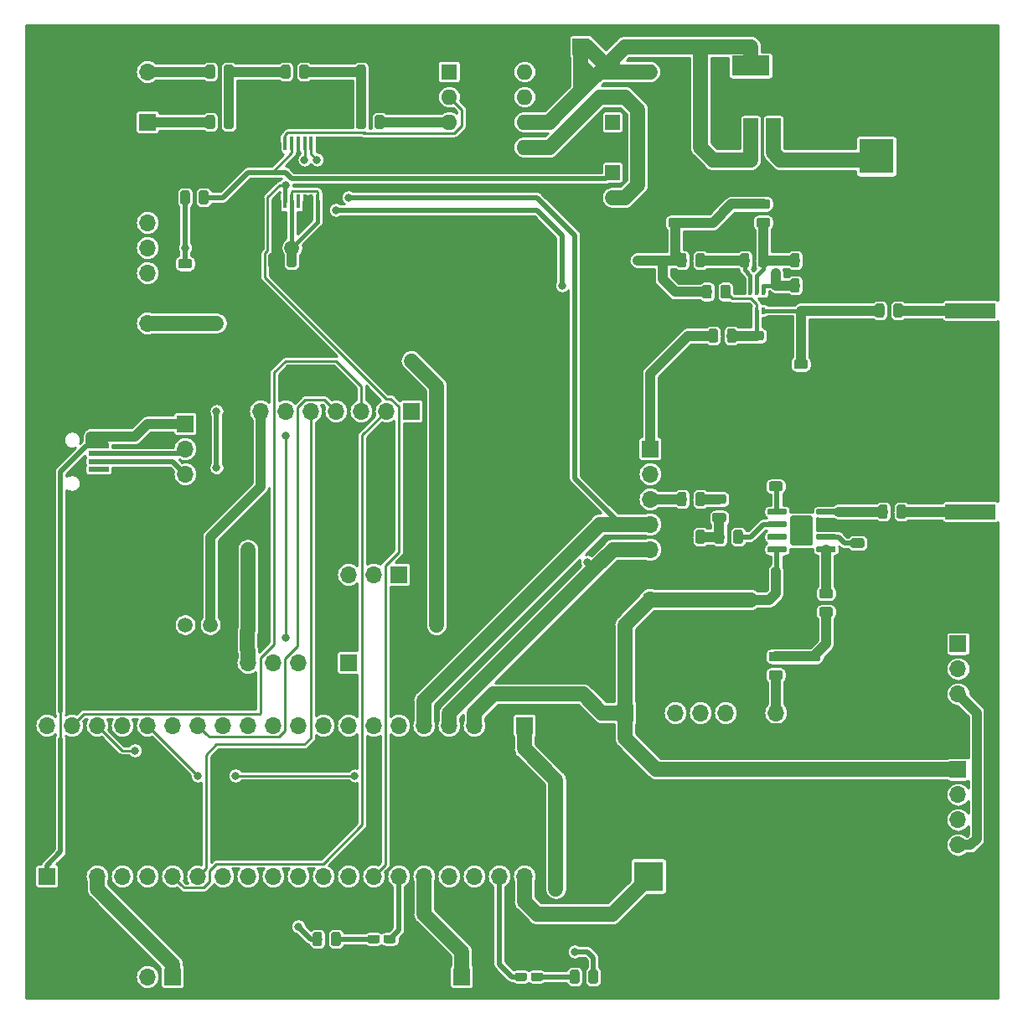
<source format=gbr>
G04 #@! TF.GenerationSoftware,KiCad,Pcbnew,5.1.4+dfsg1-1*
G04 #@! TF.CreationDate,2020-04-17T13:06:51+02:00*
G04 #@! TF.ProjectId,Transceiver,5472616e-7363-4656-9976-65722e6b6963,rev?*
G04 #@! TF.SameCoordinates,Original*
G04 #@! TF.FileFunction,Copper,L1,Top*
G04 #@! TF.FilePolarity,Positive*
%FSLAX46Y46*%
G04 Gerber Fmt 4.6, Leading zero omitted, Abs format (unit mm)*
G04 Created by KiCad (PCBNEW 5.1.4+dfsg1-1) date 2020-04-17 13:06:51*
%MOMM*%
%LPD*%
G04 APERTURE LIST*
%ADD10R,1.700000X1.700000*%
%ADD11C,0.100000*%
%ADD12C,0.600000*%
%ADD13C,2.290000*%
%ADD14C,0.975000*%
%ADD15O,1.700000X1.700000*%
%ADD16R,1.500000X1.500000*%
%ADD17C,1.500000*%
%ADD18C,0.850000*%
%ADD19R,3.000000X3.000000*%
%ADD20C,3.000000*%
%ADD21R,5.080000X1.500000*%
%ADD22C,3.500000*%
%ADD23R,3.500000X3.500000*%
%ADD24R,1.500000X2.000000*%
%ADD25R,3.800000X2.000000*%
%ADD26R,0.400000X0.650000*%
%ADD27C,0.800000*%
%ADD28C,5.400000*%
%ADD29O,1.600000X1.600000*%
%ADD30R,1.600000X1.600000*%
%ADD31R,1.700000X2.000000*%
%ADD32R,2.000000X0.500000*%
%ADD33R,0.450000X1.450000*%
%ADD34C,1.000000*%
%ADD35C,1.500000*%
%ADD36C,0.250000*%
%ADD37C,0.500000*%
%ADD38C,0.400000*%
G04 APERTURE END LIST*
D10*
X115570000Y-67945000D03*
X106045000Y-58420000D03*
X75565000Y-153035000D03*
X53975000Y-67310000D03*
X139065000Y-151765000D03*
X144145000Y-69215000D03*
D11*
G36*
X126699703Y-108920722D02*
G01*
X126714264Y-108922882D01*
X126728543Y-108926459D01*
X126742403Y-108931418D01*
X126755710Y-108937712D01*
X126768336Y-108945280D01*
X126780159Y-108954048D01*
X126791066Y-108963934D01*
X126800952Y-108974841D01*
X126809720Y-108986664D01*
X126817288Y-108999290D01*
X126823582Y-109012597D01*
X126828541Y-109026457D01*
X126832118Y-109040736D01*
X126834278Y-109055297D01*
X126835000Y-109070000D01*
X126835000Y-109370000D01*
X126834278Y-109384703D01*
X126832118Y-109399264D01*
X126828541Y-109413543D01*
X126823582Y-109427403D01*
X126817288Y-109440710D01*
X126809720Y-109453336D01*
X126800952Y-109465159D01*
X126791066Y-109476066D01*
X126780159Y-109485952D01*
X126768336Y-109494720D01*
X126755710Y-109502288D01*
X126742403Y-109508582D01*
X126728543Y-109513541D01*
X126714264Y-109517118D01*
X126699703Y-109519278D01*
X126685000Y-109520000D01*
X125035000Y-109520000D01*
X125020297Y-109519278D01*
X125005736Y-109517118D01*
X124991457Y-109513541D01*
X124977597Y-109508582D01*
X124964290Y-109502288D01*
X124951664Y-109494720D01*
X124939841Y-109485952D01*
X124928934Y-109476066D01*
X124919048Y-109465159D01*
X124910280Y-109453336D01*
X124902712Y-109440710D01*
X124896418Y-109427403D01*
X124891459Y-109413543D01*
X124887882Y-109399264D01*
X124885722Y-109384703D01*
X124885000Y-109370000D01*
X124885000Y-109070000D01*
X124885722Y-109055297D01*
X124887882Y-109040736D01*
X124891459Y-109026457D01*
X124896418Y-109012597D01*
X124902712Y-108999290D01*
X124910280Y-108986664D01*
X124919048Y-108974841D01*
X124928934Y-108963934D01*
X124939841Y-108954048D01*
X124951664Y-108945280D01*
X124964290Y-108937712D01*
X124977597Y-108931418D01*
X124991457Y-108926459D01*
X125005736Y-108922882D01*
X125020297Y-108920722D01*
X125035000Y-108920000D01*
X126685000Y-108920000D01*
X126699703Y-108920722D01*
X126699703Y-108920722D01*
G37*
D12*
X125860000Y-109220000D03*
D11*
G36*
X126699703Y-107650722D02*
G01*
X126714264Y-107652882D01*
X126728543Y-107656459D01*
X126742403Y-107661418D01*
X126755710Y-107667712D01*
X126768336Y-107675280D01*
X126780159Y-107684048D01*
X126791066Y-107693934D01*
X126800952Y-107704841D01*
X126809720Y-107716664D01*
X126817288Y-107729290D01*
X126823582Y-107742597D01*
X126828541Y-107756457D01*
X126832118Y-107770736D01*
X126834278Y-107785297D01*
X126835000Y-107800000D01*
X126835000Y-108100000D01*
X126834278Y-108114703D01*
X126832118Y-108129264D01*
X126828541Y-108143543D01*
X126823582Y-108157403D01*
X126817288Y-108170710D01*
X126809720Y-108183336D01*
X126800952Y-108195159D01*
X126791066Y-108206066D01*
X126780159Y-108215952D01*
X126768336Y-108224720D01*
X126755710Y-108232288D01*
X126742403Y-108238582D01*
X126728543Y-108243541D01*
X126714264Y-108247118D01*
X126699703Y-108249278D01*
X126685000Y-108250000D01*
X125035000Y-108250000D01*
X125020297Y-108249278D01*
X125005736Y-108247118D01*
X124991457Y-108243541D01*
X124977597Y-108238582D01*
X124964290Y-108232288D01*
X124951664Y-108224720D01*
X124939841Y-108215952D01*
X124928934Y-108206066D01*
X124919048Y-108195159D01*
X124910280Y-108183336D01*
X124902712Y-108170710D01*
X124896418Y-108157403D01*
X124891459Y-108143543D01*
X124887882Y-108129264D01*
X124885722Y-108114703D01*
X124885000Y-108100000D01*
X124885000Y-107800000D01*
X124885722Y-107785297D01*
X124887882Y-107770736D01*
X124891459Y-107756457D01*
X124896418Y-107742597D01*
X124902712Y-107729290D01*
X124910280Y-107716664D01*
X124919048Y-107704841D01*
X124928934Y-107693934D01*
X124939841Y-107684048D01*
X124951664Y-107675280D01*
X124964290Y-107667712D01*
X124977597Y-107661418D01*
X124991457Y-107656459D01*
X125005736Y-107652882D01*
X125020297Y-107650722D01*
X125035000Y-107650000D01*
X126685000Y-107650000D01*
X126699703Y-107650722D01*
X126699703Y-107650722D01*
G37*
D12*
X125860000Y-107950000D03*
D11*
G36*
X126699703Y-106380722D02*
G01*
X126714264Y-106382882D01*
X126728543Y-106386459D01*
X126742403Y-106391418D01*
X126755710Y-106397712D01*
X126768336Y-106405280D01*
X126780159Y-106414048D01*
X126791066Y-106423934D01*
X126800952Y-106434841D01*
X126809720Y-106446664D01*
X126817288Y-106459290D01*
X126823582Y-106472597D01*
X126828541Y-106486457D01*
X126832118Y-106500736D01*
X126834278Y-106515297D01*
X126835000Y-106530000D01*
X126835000Y-106830000D01*
X126834278Y-106844703D01*
X126832118Y-106859264D01*
X126828541Y-106873543D01*
X126823582Y-106887403D01*
X126817288Y-106900710D01*
X126809720Y-106913336D01*
X126800952Y-106925159D01*
X126791066Y-106936066D01*
X126780159Y-106945952D01*
X126768336Y-106954720D01*
X126755710Y-106962288D01*
X126742403Y-106968582D01*
X126728543Y-106973541D01*
X126714264Y-106977118D01*
X126699703Y-106979278D01*
X126685000Y-106980000D01*
X125035000Y-106980000D01*
X125020297Y-106979278D01*
X125005736Y-106977118D01*
X124991457Y-106973541D01*
X124977597Y-106968582D01*
X124964290Y-106962288D01*
X124951664Y-106954720D01*
X124939841Y-106945952D01*
X124928934Y-106936066D01*
X124919048Y-106925159D01*
X124910280Y-106913336D01*
X124902712Y-106900710D01*
X124896418Y-106887403D01*
X124891459Y-106873543D01*
X124887882Y-106859264D01*
X124885722Y-106844703D01*
X124885000Y-106830000D01*
X124885000Y-106530000D01*
X124885722Y-106515297D01*
X124887882Y-106500736D01*
X124891459Y-106486457D01*
X124896418Y-106472597D01*
X124902712Y-106459290D01*
X124910280Y-106446664D01*
X124919048Y-106434841D01*
X124928934Y-106423934D01*
X124939841Y-106414048D01*
X124951664Y-106405280D01*
X124964290Y-106397712D01*
X124977597Y-106391418D01*
X124991457Y-106386459D01*
X125005736Y-106382882D01*
X125020297Y-106380722D01*
X125035000Y-106380000D01*
X126685000Y-106380000D01*
X126699703Y-106380722D01*
X126699703Y-106380722D01*
G37*
D12*
X125860000Y-106680000D03*
D11*
G36*
X126699703Y-105110722D02*
G01*
X126714264Y-105112882D01*
X126728543Y-105116459D01*
X126742403Y-105121418D01*
X126755710Y-105127712D01*
X126768336Y-105135280D01*
X126780159Y-105144048D01*
X126791066Y-105153934D01*
X126800952Y-105164841D01*
X126809720Y-105176664D01*
X126817288Y-105189290D01*
X126823582Y-105202597D01*
X126828541Y-105216457D01*
X126832118Y-105230736D01*
X126834278Y-105245297D01*
X126835000Y-105260000D01*
X126835000Y-105560000D01*
X126834278Y-105574703D01*
X126832118Y-105589264D01*
X126828541Y-105603543D01*
X126823582Y-105617403D01*
X126817288Y-105630710D01*
X126809720Y-105643336D01*
X126800952Y-105655159D01*
X126791066Y-105666066D01*
X126780159Y-105675952D01*
X126768336Y-105684720D01*
X126755710Y-105692288D01*
X126742403Y-105698582D01*
X126728543Y-105703541D01*
X126714264Y-105707118D01*
X126699703Y-105709278D01*
X126685000Y-105710000D01*
X125035000Y-105710000D01*
X125020297Y-105709278D01*
X125005736Y-105707118D01*
X124991457Y-105703541D01*
X124977597Y-105698582D01*
X124964290Y-105692288D01*
X124951664Y-105684720D01*
X124939841Y-105675952D01*
X124928934Y-105666066D01*
X124919048Y-105655159D01*
X124910280Y-105643336D01*
X124902712Y-105630710D01*
X124896418Y-105617403D01*
X124891459Y-105603543D01*
X124887882Y-105589264D01*
X124885722Y-105574703D01*
X124885000Y-105560000D01*
X124885000Y-105260000D01*
X124885722Y-105245297D01*
X124887882Y-105230736D01*
X124891459Y-105216457D01*
X124896418Y-105202597D01*
X124902712Y-105189290D01*
X124910280Y-105176664D01*
X124919048Y-105164841D01*
X124928934Y-105153934D01*
X124939841Y-105144048D01*
X124951664Y-105135280D01*
X124964290Y-105127712D01*
X124977597Y-105121418D01*
X124991457Y-105116459D01*
X125005736Y-105112882D01*
X125020297Y-105110722D01*
X125035000Y-105110000D01*
X126685000Y-105110000D01*
X126699703Y-105110722D01*
X126699703Y-105110722D01*
G37*
D12*
X125860000Y-105410000D03*
D11*
G36*
X131649703Y-105110722D02*
G01*
X131664264Y-105112882D01*
X131678543Y-105116459D01*
X131692403Y-105121418D01*
X131705710Y-105127712D01*
X131718336Y-105135280D01*
X131730159Y-105144048D01*
X131741066Y-105153934D01*
X131750952Y-105164841D01*
X131759720Y-105176664D01*
X131767288Y-105189290D01*
X131773582Y-105202597D01*
X131778541Y-105216457D01*
X131782118Y-105230736D01*
X131784278Y-105245297D01*
X131785000Y-105260000D01*
X131785000Y-105560000D01*
X131784278Y-105574703D01*
X131782118Y-105589264D01*
X131778541Y-105603543D01*
X131773582Y-105617403D01*
X131767288Y-105630710D01*
X131759720Y-105643336D01*
X131750952Y-105655159D01*
X131741066Y-105666066D01*
X131730159Y-105675952D01*
X131718336Y-105684720D01*
X131705710Y-105692288D01*
X131692403Y-105698582D01*
X131678543Y-105703541D01*
X131664264Y-105707118D01*
X131649703Y-105709278D01*
X131635000Y-105710000D01*
X129985000Y-105710000D01*
X129970297Y-105709278D01*
X129955736Y-105707118D01*
X129941457Y-105703541D01*
X129927597Y-105698582D01*
X129914290Y-105692288D01*
X129901664Y-105684720D01*
X129889841Y-105675952D01*
X129878934Y-105666066D01*
X129869048Y-105655159D01*
X129860280Y-105643336D01*
X129852712Y-105630710D01*
X129846418Y-105617403D01*
X129841459Y-105603543D01*
X129837882Y-105589264D01*
X129835722Y-105574703D01*
X129835000Y-105560000D01*
X129835000Y-105260000D01*
X129835722Y-105245297D01*
X129837882Y-105230736D01*
X129841459Y-105216457D01*
X129846418Y-105202597D01*
X129852712Y-105189290D01*
X129860280Y-105176664D01*
X129869048Y-105164841D01*
X129878934Y-105153934D01*
X129889841Y-105144048D01*
X129901664Y-105135280D01*
X129914290Y-105127712D01*
X129927597Y-105121418D01*
X129941457Y-105116459D01*
X129955736Y-105112882D01*
X129970297Y-105110722D01*
X129985000Y-105110000D01*
X131635000Y-105110000D01*
X131649703Y-105110722D01*
X131649703Y-105110722D01*
G37*
D12*
X130810000Y-105410000D03*
D11*
G36*
X131649703Y-106380722D02*
G01*
X131664264Y-106382882D01*
X131678543Y-106386459D01*
X131692403Y-106391418D01*
X131705710Y-106397712D01*
X131718336Y-106405280D01*
X131730159Y-106414048D01*
X131741066Y-106423934D01*
X131750952Y-106434841D01*
X131759720Y-106446664D01*
X131767288Y-106459290D01*
X131773582Y-106472597D01*
X131778541Y-106486457D01*
X131782118Y-106500736D01*
X131784278Y-106515297D01*
X131785000Y-106530000D01*
X131785000Y-106830000D01*
X131784278Y-106844703D01*
X131782118Y-106859264D01*
X131778541Y-106873543D01*
X131773582Y-106887403D01*
X131767288Y-106900710D01*
X131759720Y-106913336D01*
X131750952Y-106925159D01*
X131741066Y-106936066D01*
X131730159Y-106945952D01*
X131718336Y-106954720D01*
X131705710Y-106962288D01*
X131692403Y-106968582D01*
X131678543Y-106973541D01*
X131664264Y-106977118D01*
X131649703Y-106979278D01*
X131635000Y-106980000D01*
X129985000Y-106980000D01*
X129970297Y-106979278D01*
X129955736Y-106977118D01*
X129941457Y-106973541D01*
X129927597Y-106968582D01*
X129914290Y-106962288D01*
X129901664Y-106954720D01*
X129889841Y-106945952D01*
X129878934Y-106936066D01*
X129869048Y-106925159D01*
X129860280Y-106913336D01*
X129852712Y-106900710D01*
X129846418Y-106887403D01*
X129841459Y-106873543D01*
X129837882Y-106859264D01*
X129835722Y-106844703D01*
X129835000Y-106830000D01*
X129835000Y-106530000D01*
X129835722Y-106515297D01*
X129837882Y-106500736D01*
X129841459Y-106486457D01*
X129846418Y-106472597D01*
X129852712Y-106459290D01*
X129860280Y-106446664D01*
X129869048Y-106434841D01*
X129878934Y-106423934D01*
X129889841Y-106414048D01*
X129901664Y-106405280D01*
X129914290Y-106397712D01*
X129927597Y-106391418D01*
X129941457Y-106386459D01*
X129955736Y-106382882D01*
X129970297Y-106380722D01*
X129985000Y-106380000D01*
X131635000Y-106380000D01*
X131649703Y-106380722D01*
X131649703Y-106380722D01*
G37*
D12*
X130810000Y-106680000D03*
D11*
G36*
X131649703Y-107650722D02*
G01*
X131664264Y-107652882D01*
X131678543Y-107656459D01*
X131692403Y-107661418D01*
X131705710Y-107667712D01*
X131718336Y-107675280D01*
X131730159Y-107684048D01*
X131741066Y-107693934D01*
X131750952Y-107704841D01*
X131759720Y-107716664D01*
X131767288Y-107729290D01*
X131773582Y-107742597D01*
X131778541Y-107756457D01*
X131782118Y-107770736D01*
X131784278Y-107785297D01*
X131785000Y-107800000D01*
X131785000Y-108100000D01*
X131784278Y-108114703D01*
X131782118Y-108129264D01*
X131778541Y-108143543D01*
X131773582Y-108157403D01*
X131767288Y-108170710D01*
X131759720Y-108183336D01*
X131750952Y-108195159D01*
X131741066Y-108206066D01*
X131730159Y-108215952D01*
X131718336Y-108224720D01*
X131705710Y-108232288D01*
X131692403Y-108238582D01*
X131678543Y-108243541D01*
X131664264Y-108247118D01*
X131649703Y-108249278D01*
X131635000Y-108250000D01*
X129985000Y-108250000D01*
X129970297Y-108249278D01*
X129955736Y-108247118D01*
X129941457Y-108243541D01*
X129927597Y-108238582D01*
X129914290Y-108232288D01*
X129901664Y-108224720D01*
X129889841Y-108215952D01*
X129878934Y-108206066D01*
X129869048Y-108195159D01*
X129860280Y-108183336D01*
X129852712Y-108170710D01*
X129846418Y-108157403D01*
X129841459Y-108143543D01*
X129837882Y-108129264D01*
X129835722Y-108114703D01*
X129835000Y-108100000D01*
X129835000Y-107800000D01*
X129835722Y-107785297D01*
X129837882Y-107770736D01*
X129841459Y-107756457D01*
X129846418Y-107742597D01*
X129852712Y-107729290D01*
X129860280Y-107716664D01*
X129869048Y-107704841D01*
X129878934Y-107693934D01*
X129889841Y-107684048D01*
X129901664Y-107675280D01*
X129914290Y-107667712D01*
X129927597Y-107661418D01*
X129941457Y-107656459D01*
X129955736Y-107652882D01*
X129970297Y-107650722D01*
X129985000Y-107650000D01*
X131635000Y-107650000D01*
X131649703Y-107650722D01*
X131649703Y-107650722D01*
G37*
D12*
X130810000Y-107950000D03*
D11*
G36*
X131649703Y-108920722D02*
G01*
X131664264Y-108922882D01*
X131678543Y-108926459D01*
X131692403Y-108931418D01*
X131705710Y-108937712D01*
X131718336Y-108945280D01*
X131730159Y-108954048D01*
X131741066Y-108963934D01*
X131750952Y-108974841D01*
X131759720Y-108986664D01*
X131767288Y-108999290D01*
X131773582Y-109012597D01*
X131778541Y-109026457D01*
X131782118Y-109040736D01*
X131784278Y-109055297D01*
X131785000Y-109070000D01*
X131785000Y-109370000D01*
X131784278Y-109384703D01*
X131782118Y-109399264D01*
X131778541Y-109413543D01*
X131773582Y-109427403D01*
X131767288Y-109440710D01*
X131759720Y-109453336D01*
X131750952Y-109465159D01*
X131741066Y-109476066D01*
X131730159Y-109485952D01*
X131718336Y-109494720D01*
X131705710Y-109502288D01*
X131692403Y-109508582D01*
X131678543Y-109513541D01*
X131664264Y-109517118D01*
X131649703Y-109519278D01*
X131635000Y-109520000D01*
X129985000Y-109520000D01*
X129970297Y-109519278D01*
X129955736Y-109517118D01*
X129941457Y-109513541D01*
X129927597Y-109508582D01*
X129914290Y-109502288D01*
X129901664Y-109494720D01*
X129889841Y-109485952D01*
X129878934Y-109476066D01*
X129869048Y-109465159D01*
X129860280Y-109453336D01*
X129852712Y-109440710D01*
X129846418Y-109427403D01*
X129841459Y-109413543D01*
X129837882Y-109399264D01*
X129835722Y-109384703D01*
X129835000Y-109370000D01*
X129835000Y-109070000D01*
X129835722Y-109055297D01*
X129837882Y-109040736D01*
X129841459Y-109026457D01*
X129846418Y-109012597D01*
X129852712Y-108999290D01*
X129860280Y-108986664D01*
X129869048Y-108974841D01*
X129878934Y-108963934D01*
X129889841Y-108954048D01*
X129901664Y-108945280D01*
X129914290Y-108937712D01*
X129927597Y-108931418D01*
X129941457Y-108926459D01*
X129955736Y-108922882D01*
X129970297Y-108920722D01*
X129985000Y-108920000D01*
X131635000Y-108920000D01*
X131649703Y-108920722D01*
X131649703Y-108920722D01*
G37*
D12*
X130810000Y-109220000D03*
D11*
G36*
X129254505Y-105816204D02*
G01*
X129278773Y-105819804D01*
X129302572Y-105825765D01*
X129325671Y-105834030D01*
X129347850Y-105844520D01*
X129368893Y-105857132D01*
X129388599Y-105871747D01*
X129406777Y-105888223D01*
X129423253Y-105906401D01*
X129437868Y-105926107D01*
X129450480Y-105947150D01*
X129460970Y-105969329D01*
X129469235Y-105992428D01*
X129475196Y-106016227D01*
X129478796Y-106040495D01*
X129480000Y-106064999D01*
X129480000Y-108565001D01*
X129478796Y-108589505D01*
X129475196Y-108613773D01*
X129469235Y-108637572D01*
X129460970Y-108660671D01*
X129450480Y-108682850D01*
X129437868Y-108703893D01*
X129423253Y-108723599D01*
X129406777Y-108741777D01*
X129388599Y-108758253D01*
X129368893Y-108772868D01*
X129347850Y-108785480D01*
X129325671Y-108795970D01*
X129302572Y-108804235D01*
X129278773Y-108810196D01*
X129254505Y-108813796D01*
X129230001Y-108815000D01*
X127439999Y-108815000D01*
X127415495Y-108813796D01*
X127391227Y-108810196D01*
X127367428Y-108804235D01*
X127344329Y-108795970D01*
X127322150Y-108785480D01*
X127301107Y-108772868D01*
X127281401Y-108758253D01*
X127263223Y-108741777D01*
X127246747Y-108723599D01*
X127232132Y-108703893D01*
X127219520Y-108682850D01*
X127209030Y-108660671D01*
X127200765Y-108637572D01*
X127194804Y-108613773D01*
X127191204Y-108589505D01*
X127190000Y-108565001D01*
X127190000Y-106064999D01*
X127191204Y-106040495D01*
X127194804Y-106016227D01*
X127200765Y-105992428D01*
X127209030Y-105969329D01*
X127219520Y-105947150D01*
X127232132Y-105926107D01*
X127246747Y-105906401D01*
X127263223Y-105888223D01*
X127281401Y-105871747D01*
X127301107Y-105857132D01*
X127322150Y-105844520D01*
X127344329Y-105834030D01*
X127367428Y-105825765D01*
X127391227Y-105819804D01*
X127415495Y-105816204D01*
X127439999Y-105815000D01*
X129230001Y-105815000D01*
X129254505Y-105816204D01*
X129254505Y-105816204D01*
G37*
D13*
X128335000Y-107315000D03*
D11*
G36*
X130020142Y-119558674D02*
G01*
X130043803Y-119562184D01*
X130067007Y-119567996D01*
X130089529Y-119576054D01*
X130111153Y-119586282D01*
X130131670Y-119598579D01*
X130150883Y-119612829D01*
X130168607Y-119628893D01*
X130184671Y-119646617D01*
X130198921Y-119665830D01*
X130211218Y-119686347D01*
X130221446Y-119707971D01*
X130229504Y-119730493D01*
X130235316Y-119753697D01*
X130238826Y-119777358D01*
X130240000Y-119801250D01*
X130240000Y-120288750D01*
X130238826Y-120312642D01*
X130235316Y-120336303D01*
X130229504Y-120359507D01*
X130221446Y-120382029D01*
X130211218Y-120403653D01*
X130198921Y-120424170D01*
X130184671Y-120443383D01*
X130168607Y-120461107D01*
X130150883Y-120477171D01*
X130131670Y-120491421D01*
X130111153Y-120503718D01*
X130089529Y-120513946D01*
X130067007Y-120522004D01*
X130043803Y-120527816D01*
X130020142Y-120531326D01*
X129996250Y-120532500D01*
X129083750Y-120532500D01*
X129059858Y-120531326D01*
X129036197Y-120527816D01*
X129012993Y-120522004D01*
X128990471Y-120513946D01*
X128968847Y-120503718D01*
X128948330Y-120491421D01*
X128929117Y-120477171D01*
X128911393Y-120461107D01*
X128895329Y-120443383D01*
X128881079Y-120424170D01*
X128868782Y-120403653D01*
X128858554Y-120382029D01*
X128850496Y-120359507D01*
X128844684Y-120336303D01*
X128841174Y-120312642D01*
X128840000Y-120288750D01*
X128840000Y-119801250D01*
X128841174Y-119777358D01*
X128844684Y-119753697D01*
X128850496Y-119730493D01*
X128858554Y-119707971D01*
X128868782Y-119686347D01*
X128881079Y-119665830D01*
X128895329Y-119646617D01*
X128911393Y-119628893D01*
X128929117Y-119612829D01*
X128948330Y-119598579D01*
X128968847Y-119586282D01*
X128990471Y-119576054D01*
X129012993Y-119567996D01*
X129036197Y-119562184D01*
X129059858Y-119558674D01*
X129083750Y-119557500D01*
X129996250Y-119557500D01*
X130020142Y-119558674D01*
X130020142Y-119558674D01*
G37*
D14*
X129540000Y-120045000D03*
D11*
G36*
X130020142Y-121433674D02*
G01*
X130043803Y-121437184D01*
X130067007Y-121442996D01*
X130089529Y-121451054D01*
X130111153Y-121461282D01*
X130131670Y-121473579D01*
X130150883Y-121487829D01*
X130168607Y-121503893D01*
X130184671Y-121521617D01*
X130198921Y-121540830D01*
X130211218Y-121561347D01*
X130221446Y-121582971D01*
X130229504Y-121605493D01*
X130235316Y-121628697D01*
X130238826Y-121652358D01*
X130240000Y-121676250D01*
X130240000Y-122163750D01*
X130238826Y-122187642D01*
X130235316Y-122211303D01*
X130229504Y-122234507D01*
X130221446Y-122257029D01*
X130211218Y-122278653D01*
X130198921Y-122299170D01*
X130184671Y-122318383D01*
X130168607Y-122336107D01*
X130150883Y-122352171D01*
X130131670Y-122366421D01*
X130111153Y-122378718D01*
X130089529Y-122388946D01*
X130067007Y-122397004D01*
X130043803Y-122402816D01*
X130020142Y-122406326D01*
X129996250Y-122407500D01*
X129083750Y-122407500D01*
X129059858Y-122406326D01*
X129036197Y-122402816D01*
X129012993Y-122397004D01*
X128990471Y-122388946D01*
X128968847Y-122378718D01*
X128948330Y-122366421D01*
X128929117Y-122352171D01*
X128911393Y-122336107D01*
X128895329Y-122318383D01*
X128881079Y-122299170D01*
X128868782Y-122278653D01*
X128858554Y-122257029D01*
X128850496Y-122234507D01*
X128844684Y-122211303D01*
X128841174Y-122187642D01*
X128840000Y-122163750D01*
X128840000Y-121676250D01*
X128841174Y-121652358D01*
X128844684Y-121628697D01*
X128850496Y-121605493D01*
X128858554Y-121582971D01*
X128868782Y-121561347D01*
X128881079Y-121540830D01*
X128895329Y-121521617D01*
X128911393Y-121503893D01*
X128929117Y-121487829D01*
X128948330Y-121473579D01*
X128968847Y-121461282D01*
X128990471Y-121451054D01*
X129012993Y-121442996D01*
X129036197Y-121437184D01*
X129059858Y-121433674D01*
X129083750Y-121432500D01*
X129996250Y-121432500D01*
X130020142Y-121433674D01*
X130020142Y-121433674D01*
G37*
D14*
X129540000Y-121920000D03*
D11*
G36*
X126210142Y-119558674D02*
G01*
X126233803Y-119562184D01*
X126257007Y-119567996D01*
X126279529Y-119576054D01*
X126301153Y-119586282D01*
X126321670Y-119598579D01*
X126340883Y-119612829D01*
X126358607Y-119628893D01*
X126374671Y-119646617D01*
X126388921Y-119665830D01*
X126401218Y-119686347D01*
X126411446Y-119707971D01*
X126419504Y-119730493D01*
X126425316Y-119753697D01*
X126428826Y-119777358D01*
X126430000Y-119801250D01*
X126430000Y-120288750D01*
X126428826Y-120312642D01*
X126425316Y-120336303D01*
X126419504Y-120359507D01*
X126411446Y-120382029D01*
X126401218Y-120403653D01*
X126388921Y-120424170D01*
X126374671Y-120443383D01*
X126358607Y-120461107D01*
X126340883Y-120477171D01*
X126321670Y-120491421D01*
X126301153Y-120503718D01*
X126279529Y-120513946D01*
X126257007Y-120522004D01*
X126233803Y-120527816D01*
X126210142Y-120531326D01*
X126186250Y-120532500D01*
X125273750Y-120532500D01*
X125249858Y-120531326D01*
X125226197Y-120527816D01*
X125202993Y-120522004D01*
X125180471Y-120513946D01*
X125158847Y-120503718D01*
X125138330Y-120491421D01*
X125119117Y-120477171D01*
X125101393Y-120461107D01*
X125085329Y-120443383D01*
X125071079Y-120424170D01*
X125058782Y-120403653D01*
X125048554Y-120382029D01*
X125040496Y-120359507D01*
X125034684Y-120336303D01*
X125031174Y-120312642D01*
X125030000Y-120288750D01*
X125030000Y-119801250D01*
X125031174Y-119777358D01*
X125034684Y-119753697D01*
X125040496Y-119730493D01*
X125048554Y-119707971D01*
X125058782Y-119686347D01*
X125071079Y-119665830D01*
X125085329Y-119646617D01*
X125101393Y-119628893D01*
X125119117Y-119612829D01*
X125138330Y-119598579D01*
X125158847Y-119586282D01*
X125180471Y-119576054D01*
X125202993Y-119567996D01*
X125226197Y-119562184D01*
X125249858Y-119558674D01*
X125273750Y-119557500D01*
X126186250Y-119557500D01*
X126210142Y-119558674D01*
X126210142Y-119558674D01*
G37*
D14*
X125730000Y-120045000D03*
D11*
G36*
X126210142Y-121433674D02*
G01*
X126233803Y-121437184D01*
X126257007Y-121442996D01*
X126279529Y-121451054D01*
X126301153Y-121461282D01*
X126321670Y-121473579D01*
X126340883Y-121487829D01*
X126358607Y-121503893D01*
X126374671Y-121521617D01*
X126388921Y-121540830D01*
X126401218Y-121561347D01*
X126411446Y-121582971D01*
X126419504Y-121605493D01*
X126425316Y-121628697D01*
X126428826Y-121652358D01*
X126430000Y-121676250D01*
X126430000Y-122163750D01*
X126428826Y-122187642D01*
X126425316Y-122211303D01*
X126419504Y-122234507D01*
X126411446Y-122257029D01*
X126401218Y-122278653D01*
X126388921Y-122299170D01*
X126374671Y-122318383D01*
X126358607Y-122336107D01*
X126340883Y-122352171D01*
X126321670Y-122366421D01*
X126301153Y-122378718D01*
X126279529Y-122388946D01*
X126257007Y-122397004D01*
X126233803Y-122402816D01*
X126210142Y-122406326D01*
X126186250Y-122407500D01*
X125273750Y-122407500D01*
X125249858Y-122406326D01*
X125226197Y-122402816D01*
X125202993Y-122397004D01*
X125180471Y-122388946D01*
X125158847Y-122378718D01*
X125138330Y-122366421D01*
X125119117Y-122352171D01*
X125101393Y-122336107D01*
X125085329Y-122318383D01*
X125071079Y-122299170D01*
X125058782Y-122278653D01*
X125048554Y-122257029D01*
X125040496Y-122234507D01*
X125034684Y-122211303D01*
X125031174Y-122187642D01*
X125030000Y-122163750D01*
X125030000Y-121676250D01*
X125031174Y-121652358D01*
X125034684Y-121628697D01*
X125040496Y-121605493D01*
X125048554Y-121582971D01*
X125058782Y-121561347D01*
X125071079Y-121540830D01*
X125085329Y-121521617D01*
X125101393Y-121503893D01*
X125119117Y-121487829D01*
X125138330Y-121473579D01*
X125158847Y-121461282D01*
X125180471Y-121451054D01*
X125202993Y-121442996D01*
X125226197Y-121437184D01*
X125249858Y-121433674D01*
X125273750Y-121432500D01*
X126186250Y-121432500D01*
X126210142Y-121433674D01*
X126210142Y-121433674D01*
G37*
D14*
X125730000Y-121920000D03*
D11*
G36*
X131290142Y-113178674D02*
G01*
X131313803Y-113182184D01*
X131337007Y-113187996D01*
X131359529Y-113196054D01*
X131381153Y-113206282D01*
X131401670Y-113218579D01*
X131420883Y-113232829D01*
X131438607Y-113248893D01*
X131454671Y-113266617D01*
X131468921Y-113285830D01*
X131481218Y-113306347D01*
X131491446Y-113327971D01*
X131499504Y-113350493D01*
X131505316Y-113373697D01*
X131508826Y-113397358D01*
X131510000Y-113421250D01*
X131510000Y-113908750D01*
X131508826Y-113932642D01*
X131505316Y-113956303D01*
X131499504Y-113979507D01*
X131491446Y-114002029D01*
X131481218Y-114023653D01*
X131468921Y-114044170D01*
X131454671Y-114063383D01*
X131438607Y-114081107D01*
X131420883Y-114097171D01*
X131401670Y-114111421D01*
X131381153Y-114123718D01*
X131359529Y-114133946D01*
X131337007Y-114142004D01*
X131313803Y-114147816D01*
X131290142Y-114151326D01*
X131266250Y-114152500D01*
X130353750Y-114152500D01*
X130329858Y-114151326D01*
X130306197Y-114147816D01*
X130282993Y-114142004D01*
X130260471Y-114133946D01*
X130238847Y-114123718D01*
X130218330Y-114111421D01*
X130199117Y-114097171D01*
X130181393Y-114081107D01*
X130165329Y-114063383D01*
X130151079Y-114044170D01*
X130138782Y-114023653D01*
X130128554Y-114002029D01*
X130120496Y-113979507D01*
X130114684Y-113956303D01*
X130111174Y-113932642D01*
X130110000Y-113908750D01*
X130110000Y-113421250D01*
X130111174Y-113397358D01*
X130114684Y-113373697D01*
X130120496Y-113350493D01*
X130128554Y-113327971D01*
X130138782Y-113306347D01*
X130151079Y-113285830D01*
X130165329Y-113266617D01*
X130181393Y-113248893D01*
X130199117Y-113232829D01*
X130218330Y-113218579D01*
X130238847Y-113206282D01*
X130260471Y-113196054D01*
X130282993Y-113187996D01*
X130306197Y-113182184D01*
X130329858Y-113178674D01*
X130353750Y-113177500D01*
X131266250Y-113177500D01*
X131290142Y-113178674D01*
X131290142Y-113178674D01*
G37*
D14*
X130810000Y-113665000D03*
D11*
G36*
X131290142Y-115053674D02*
G01*
X131313803Y-115057184D01*
X131337007Y-115062996D01*
X131359529Y-115071054D01*
X131381153Y-115081282D01*
X131401670Y-115093579D01*
X131420883Y-115107829D01*
X131438607Y-115123893D01*
X131454671Y-115141617D01*
X131468921Y-115160830D01*
X131481218Y-115181347D01*
X131491446Y-115202971D01*
X131499504Y-115225493D01*
X131505316Y-115248697D01*
X131508826Y-115272358D01*
X131510000Y-115296250D01*
X131510000Y-115783750D01*
X131508826Y-115807642D01*
X131505316Y-115831303D01*
X131499504Y-115854507D01*
X131491446Y-115877029D01*
X131481218Y-115898653D01*
X131468921Y-115919170D01*
X131454671Y-115938383D01*
X131438607Y-115956107D01*
X131420883Y-115972171D01*
X131401670Y-115986421D01*
X131381153Y-115998718D01*
X131359529Y-116008946D01*
X131337007Y-116017004D01*
X131313803Y-116022816D01*
X131290142Y-116026326D01*
X131266250Y-116027500D01*
X130353750Y-116027500D01*
X130329858Y-116026326D01*
X130306197Y-116022816D01*
X130282993Y-116017004D01*
X130260471Y-116008946D01*
X130238847Y-115998718D01*
X130218330Y-115986421D01*
X130199117Y-115972171D01*
X130181393Y-115956107D01*
X130165329Y-115938383D01*
X130151079Y-115919170D01*
X130138782Y-115898653D01*
X130128554Y-115877029D01*
X130120496Y-115854507D01*
X130114684Y-115831303D01*
X130111174Y-115807642D01*
X130110000Y-115783750D01*
X130110000Y-115296250D01*
X130111174Y-115272358D01*
X130114684Y-115248697D01*
X130120496Y-115225493D01*
X130128554Y-115202971D01*
X130138782Y-115181347D01*
X130151079Y-115160830D01*
X130165329Y-115141617D01*
X130181393Y-115123893D01*
X130199117Y-115107829D01*
X130218330Y-115093579D01*
X130238847Y-115081282D01*
X130260471Y-115071054D01*
X130282993Y-115062996D01*
X130306197Y-115057184D01*
X130329858Y-115053674D01*
X130353750Y-115052500D01*
X131266250Y-115052500D01*
X131290142Y-115053674D01*
X131290142Y-115053674D01*
G37*
D14*
X130810000Y-115540000D03*
D15*
X144145000Y-126365000D03*
X144145000Y-123825000D03*
X144145000Y-121285000D03*
D10*
X144145000Y-118745000D03*
D16*
X63500000Y-116840000D03*
D17*
X68580000Y-116840000D03*
X66040000Y-116840000D03*
D11*
G36*
X105677642Y-151701174D02*
G01*
X105701303Y-151704684D01*
X105724507Y-151710496D01*
X105747029Y-151718554D01*
X105768653Y-151728782D01*
X105789170Y-151741079D01*
X105808383Y-151755329D01*
X105826107Y-151771393D01*
X105842171Y-151789117D01*
X105856421Y-151808330D01*
X105868718Y-151828847D01*
X105878946Y-151850471D01*
X105887004Y-151872993D01*
X105892816Y-151896197D01*
X105896326Y-151919858D01*
X105897500Y-151943750D01*
X105897500Y-152856250D01*
X105896326Y-152880142D01*
X105892816Y-152903803D01*
X105887004Y-152927007D01*
X105878946Y-152949529D01*
X105868718Y-152971153D01*
X105856421Y-152991670D01*
X105842171Y-153010883D01*
X105826107Y-153028607D01*
X105808383Y-153044671D01*
X105789170Y-153058921D01*
X105768653Y-153071218D01*
X105747029Y-153081446D01*
X105724507Y-153089504D01*
X105701303Y-153095316D01*
X105677642Y-153098826D01*
X105653750Y-153100000D01*
X105166250Y-153100000D01*
X105142358Y-153098826D01*
X105118697Y-153095316D01*
X105095493Y-153089504D01*
X105072971Y-153081446D01*
X105051347Y-153071218D01*
X105030830Y-153058921D01*
X105011617Y-153044671D01*
X104993893Y-153028607D01*
X104977829Y-153010883D01*
X104963579Y-152991670D01*
X104951282Y-152971153D01*
X104941054Y-152949529D01*
X104932996Y-152927007D01*
X104927184Y-152903803D01*
X104923674Y-152880142D01*
X104922500Y-152856250D01*
X104922500Y-151943750D01*
X104923674Y-151919858D01*
X104927184Y-151896197D01*
X104932996Y-151872993D01*
X104941054Y-151850471D01*
X104951282Y-151828847D01*
X104963579Y-151808330D01*
X104977829Y-151789117D01*
X104993893Y-151771393D01*
X105011617Y-151755329D01*
X105030830Y-151741079D01*
X105051347Y-151728782D01*
X105072971Y-151718554D01*
X105095493Y-151710496D01*
X105118697Y-151704684D01*
X105142358Y-151701174D01*
X105166250Y-151700000D01*
X105653750Y-151700000D01*
X105677642Y-151701174D01*
X105677642Y-151701174D01*
G37*
D14*
X105410000Y-152400000D03*
D11*
G36*
X107552642Y-151701174D02*
G01*
X107576303Y-151704684D01*
X107599507Y-151710496D01*
X107622029Y-151718554D01*
X107643653Y-151728782D01*
X107664170Y-151741079D01*
X107683383Y-151755329D01*
X107701107Y-151771393D01*
X107717171Y-151789117D01*
X107731421Y-151808330D01*
X107743718Y-151828847D01*
X107753946Y-151850471D01*
X107762004Y-151872993D01*
X107767816Y-151896197D01*
X107771326Y-151919858D01*
X107772500Y-151943750D01*
X107772500Y-152856250D01*
X107771326Y-152880142D01*
X107767816Y-152903803D01*
X107762004Y-152927007D01*
X107753946Y-152949529D01*
X107743718Y-152971153D01*
X107731421Y-152991670D01*
X107717171Y-153010883D01*
X107701107Y-153028607D01*
X107683383Y-153044671D01*
X107664170Y-153058921D01*
X107643653Y-153071218D01*
X107622029Y-153081446D01*
X107599507Y-153089504D01*
X107576303Y-153095316D01*
X107552642Y-153098826D01*
X107528750Y-153100000D01*
X107041250Y-153100000D01*
X107017358Y-153098826D01*
X106993697Y-153095316D01*
X106970493Y-153089504D01*
X106947971Y-153081446D01*
X106926347Y-153071218D01*
X106905830Y-153058921D01*
X106886617Y-153044671D01*
X106868893Y-153028607D01*
X106852829Y-153010883D01*
X106838579Y-152991670D01*
X106826282Y-152971153D01*
X106816054Y-152949529D01*
X106807996Y-152927007D01*
X106802184Y-152903803D01*
X106798674Y-152880142D01*
X106797500Y-152856250D01*
X106797500Y-151943750D01*
X106798674Y-151919858D01*
X106802184Y-151896197D01*
X106807996Y-151872993D01*
X106816054Y-151850471D01*
X106826282Y-151828847D01*
X106838579Y-151808330D01*
X106852829Y-151789117D01*
X106868893Y-151771393D01*
X106886617Y-151755329D01*
X106905830Y-151741079D01*
X106926347Y-151728782D01*
X106947971Y-151718554D01*
X106970493Y-151710496D01*
X106993697Y-151704684D01*
X107017358Y-151701174D01*
X107041250Y-151700000D01*
X107528750Y-151700000D01*
X107552642Y-151701174D01*
X107552642Y-151701174D01*
G37*
D14*
X107285000Y-152400000D03*
D11*
G36*
X81547642Y-147891174D02*
G01*
X81571303Y-147894684D01*
X81594507Y-147900496D01*
X81617029Y-147908554D01*
X81638653Y-147918782D01*
X81659170Y-147931079D01*
X81678383Y-147945329D01*
X81696107Y-147961393D01*
X81712171Y-147979117D01*
X81726421Y-147998330D01*
X81738718Y-148018847D01*
X81748946Y-148040471D01*
X81757004Y-148062993D01*
X81762816Y-148086197D01*
X81766326Y-148109858D01*
X81767500Y-148133750D01*
X81767500Y-149046250D01*
X81766326Y-149070142D01*
X81762816Y-149093803D01*
X81757004Y-149117007D01*
X81748946Y-149139529D01*
X81738718Y-149161153D01*
X81726421Y-149181670D01*
X81712171Y-149200883D01*
X81696107Y-149218607D01*
X81678383Y-149234671D01*
X81659170Y-149248921D01*
X81638653Y-149261218D01*
X81617029Y-149271446D01*
X81594507Y-149279504D01*
X81571303Y-149285316D01*
X81547642Y-149288826D01*
X81523750Y-149290000D01*
X81036250Y-149290000D01*
X81012358Y-149288826D01*
X80988697Y-149285316D01*
X80965493Y-149279504D01*
X80942971Y-149271446D01*
X80921347Y-149261218D01*
X80900830Y-149248921D01*
X80881617Y-149234671D01*
X80863893Y-149218607D01*
X80847829Y-149200883D01*
X80833579Y-149181670D01*
X80821282Y-149161153D01*
X80811054Y-149139529D01*
X80802996Y-149117007D01*
X80797184Y-149093803D01*
X80793674Y-149070142D01*
X80792500Y-149046250D01*
X80792500Y-148133750D01*
X80793674Y-148109858D01*
X80797184Y-148086197D01*
X80802996Y-148062993D01*
X80811054Y-148040471D01*
X80821282Y-148018847D01*
X80833579Y-147998330D01*
X80847829Y-147979117D01*
X80863893Y-147961393D01*
X80881617Y-147945329D01*
X80900830Y-147931079D01*
X80921347Y-147918782D01*
X80942971Y-147908554D01*
X80965493Y-147900496D01*
X80988697Y-147894684D01*
X81012358Y-147891174D01*
X81036250Y-147890000D01*
X81523750Y-147890000D01*
X81547642Y-147891174D01*
X81547642Y-147891174D01*
G37*
D14*
X81280000Y-148590000D03*
D11*
G36*
X79672642Y-147891174D02*
G01*
X79696303Y-147894684D01*
X79719507Y-147900496D01*
X79742029Y-147908554D01*
X79763653Y-147918782D01*
X79784170Y-147931079D01*
X79803383Y-147945329D01*
X79821107Y-147961393D01*
X79837171Y-147979117D01*
X79851421Y-147998330D01*
X79863718Y-148018847D01*
X79873946Y-148040471D01*
X79882004Y-148062993D01*
X79887816Y-148086197D01*
X79891326Y-148109858D01*
X79892500Y-148133750D01*
X79892500Y-149046250D01*
X79891326Y-149070142D01*
X79887816Y-149093803D01*
X79882004Y-149117007D01*
X79873946Y-149139529D01*
X79863718Y-149161153D01*
X79851421Y-149181670D01*
X79837171Y-149200883D01*
X79821107Y-149218607D01*
X79803383Y-149234671D01*
X79784170Y-149248921D01*
X79763653Y-149261218D01*
X79742029Y-149271446D01*
X79719507Y-149279504D01*
X79696303Y-149285316D01*
X79672642Y-149288826D01*
X79648750Y-149290000D01*
X79161250Y-149290000D01*
X79137358Y-149288826D01*
X79113697Y-149285316D01*
X79090493Y-149279504D01*
X79067971Y-149271446D01*
X79046347Y-149261218D01*
X79025830Y-149248921D01*
X79006617Y-149234671D01*
X78988893Y-149218607D01*
X78972829Y-149200883D01*
X78958579Y-149181670D01*
X78946282Y-149161153D01*
X78936054Y-149139529D01*
X78927996Y-149117007D01*
X78922184Y-149093803D01*
X78918674Y-149070142D01*
X78917500Y-149046250D01*
X78917500Y-148133750D01*
X78918674Y-148109858D01*
X78922184Y-148086197D01*
X78927996Y-148062993D01*
X78936054Y-148040471D01*
X78946282Y-148018847D01*
X78958579Y-147998330D01*
X78972829Y-147979117D01*
X78988893Y-147961393D01*
X79006617Y-147945329D01*
X79025830Y-147931079D01*
X79046347Y-147918782D01*
X79067971Y-147908554D01*
X79090493Y-147900496D01*
X79113697Y-147894684D01*
X79137358Y-147891174D01*
X79161250Y-147890000D01*
X79648750Y-147890000D01*
X79672642Y-147891174D01*
X79672642Y-147891174D01*
G37*
D14*
X79405000Y-148590000D03*
D11*
G36*
X102020829Y-151976023D02*
G01*
X102041457Y-151979083D01*
X102061685Y-151984150D01*
X102081320Y-151991176D01*
X102100172Y-152000092D01*
X102118059Y-152010813D01*
X102134809Y-152023235D01*
X102150260Y-152037240D01*
X102164265Y-152052691D01*
X102176687Y-152069441D01*
X102187408Y-152087328D01*
X102196324Y-152106180D01*
X102203350Y-152125815D01*
X102208417Y-152146043D01*
X102211477Y-152166671D01*
X102212500Y-152187500D01*
X102212500Y-152612500D01*
X102211477Y-152633329D01*
X102208417Y-152653957D01*
X102203350Y-152674185D01*
X102196324Y-152693820D01*
X102187408Y-152712672D01*
X102176687Y-152730559D01*
X102164265Y-152747309D01*
X102150260Y-152762760D01*
X102134809Y-152776765D01*
X102118059Y-152789187D01*
X102100172Y-152799908D01*
X102081320Y-152808824D01*
X102061685Y-152815850D01*
X102041457Y-152820917D01*
X102020829Y-152823977D01*
X102000000Y-152825000D01*
X101200000Y-152825000D01*
X101179171Y-152823977D01*
X101158543Y-152820917D01*
X101138315Y-152815850D01*
X101118680Y-152808824D01*
X101099828Y-152799908D01*
X101081941Y-152789187D01*
X101065191Y-152776765D01*
X101049740Y-152762760D01*
X101035735Y-152747309D01*
X101023313Y-152730559D01*
X101012592Y-152712672D01*
X101003676Y-152693820D01*
X100996650Y-152674185D01*
X100991583Y-152653957D01*
X100988523Y-152633329D01*
X100987500Y-152612500D01*
X100987500Y-152187500D01*
X100988523Y-152166671D01*
X100991583Y-152146043D01*
X100996650Y-152125815D01*
X101003676Y-152106180D01*
X101012592Y-152087328D01*
X101023313Y-152069441D01*
X101035735Y-152052691D01*
X101049740Y-152037240D01*
X101065191Y-152023235D01*
X101081941Y-152010813D01*
X101099828Y-152000092D01*
X101118680Y-151991176D01*
X101138315Y-151984150D01*
X101158543Y-151979083D01*
X101179171Y-151976023D01*
X101200000Y-151975000D01*
X102000000Y-151975000D01*
X102020829Y-151976023D01*
X102020829Y-151976023D01*
G37*
D18*
X101600000Y-152400000D03*
D11*
G36*
X100395829Y-151976023D02*
G01*
X100416457Y-151979083D01*
X100436685Y-151984150D01*
X100456320Y-151991176D01*
X100475172Y-152000092D01*
X100493059Y-152010813D01*
X100509809Y-152023235D01*
X100525260Y-152037240D01*
X100539265Y-152052691D01*
X100551687Y-152069441D01*
X100562408Y-152087328D01*
X100571324Y-152106180D01*
X100578350Y-152125815D01*
X100583417Y-152146043D01*
X100586477Y-152166671D01*
X100587500Y-152187500D01*
X100587500Y-152612500D01*
X100586477Y-152633329D01*
X100583417Y-152653957D01*
X100578350Y-152674185D01*
X100571324Y-152693820D01*
X100562408Y-152712672D01*
X100551687Y-152730559D01*
X100539265Y-152747309D01*
X100525260Y-152762760D01*
X100509809Y-152776765D01*
X100493059Y-152789187D01*
X100475172Y-152799908D01*
X100456320Y-152808824D01*
X100436685Y-152815850D01*
X100416457Y-152820917D01*
X100395829Y-152823977D01*
X100375000Y-152825000D01*
X99575000Y-152825000D01*
X99554171Y-152823977D01*
X99533543Y-152820917D01*
X99513315Y-152815850D01*
X99493680Y-152808824D01*
X99474828Y-152799908D01*
X99456941Y-152789187D01*
X99440191Y-152776765D01*
X99424740Y-152762760D01*
X99410735Y-152747309D01*
X99398313Y-152730559D01*
X99387592Y-152712672D01*
X99378676Y-152693820D01*
X99371650Y-152674185D01*
X99366583Y-152653957D01*
X99363523Y-152633329D01*
X99362500Y-152612500D01*
X99362500Y-152187500D01*
X99363523Y-152166671D01*
X99366583Y-152146043D01*
X99371650Y-152125815D01*
X99378676Y-152106180D01*
X99387592Y-152087328D01*
X99398313Y-152069441D01*
X99410735Y-152052691D01*
X99424740Y-152037240D01*
X99440191Y-152023235D01*
X99456941Y-152010813D01*
X99474828Y-152000092D01*
X99493680Y-151991176D01*
X99513315Y-151984150D01*
X99533543Y-151979083D01*
X99554171Y-151976023D01*
X99575000Y-151975000D01*
X100375000Y-151975000D01*
X100395829Y-151976023D01*
X100395829Y-151976023D01*
G37*
D18*
X99975000Y-152400000D03*
D11*
G36*
X85510829Y-148166023D02*
G01*
X85531457Y-148169083D01*
X85551685Y-148174150D01*
X85571320Y-148181176D01*
X85590172Y-148190092D01*
X85608059Y-148200813D01*
X85624809Y-148213235D01*
X85640260Y-148227240D01*
X85654265Y-148242691D01*
X85666687Y-148259441D01*
X85677408Y-148277328D01*
X85686324Y-148296180D01*
X85693350Y-148315815D01*
X85698417Y-148336043D01*
X85701477Y-148356671D01*
X85702500Y-148377500D01*
X85702500Y-148802500D01*
X85701477Y-148823329D01*
X85698417Y-148843957D01*
X85693350Y-148864185D01*
X85686324Y-148883820D01*
X85677408Y-148902672D01*
X85666687Y-148920559D01*
X85654265Y-148937309D01*
X85640260Y-148952760D01*
X85624809Y-148966765D01*
X85608059Y-148979187D01*
X85590172Y-148989908D01*
X85571320Y-148998824D01*
X85551685Y-149005850D01*
X85531457Y-149010917D01*
X85510829Y-149013977D01*
X85490000Y-149015000D01*
X84690000Y-149015000D01*
X84669171Y-149013977D01*
X84648543Y-149010917D01*
X84628315Y-149005850D01*
X84608680Y-148998824D01*
X84589828Y-148989908D01*
X84571941Y-148979187D01*
X84555191Y-148966765D01*
X84539740Y-148952760D01*
X84525735Y-148937309D01*
X84513313Y-148920559D01*
X84502592Y-148902672D01*
X84493676Y-148883820D01*
X84486650Y-148864185D01*
X84481583Y-148843957D01*
X84478523Y-148823329D01*
X84477500Y-148802500D01*
X84477500Y-148377500D01*
X84478523Y-148356671D01*
X84481583Y-148336043D01*
X84486650Y-148315815D01*
X84493676Y-148296180D01*
X84502592Y-148277328D01*
X84513313Y-148259441D01*
X84525735Y-148242691D01*
X84539740Y-148227240D01*
X84555191Y-148213235D01*
X84571941Y-148200813D01*
X84589828Y-148190092D01*
X84608680Y-148181176D01*
X84628315Y-148174150D01*
X84648543Y-148169083D01*
X84669171Y-148166023D01*
X84690000Y-148165000D01*
X85490000Y-148165000D01*
X85510829Y-148166023D01*
X85510829Y-148166023D01*
G37*
D18*
X85090000Y-148590000D03*
D11*
G36*
X87135829Y-148166023D02*
G01*
X87156457Y-148169083D01*
X87176685Y-148174150D01*
X87196320Y-148181176D01*
X87215172Y-148190092D01*
X87233059Y-148200813D01*
X87249809Y-148213235D01*
X87265260Y-148227240D01*
X87279265Y-148242691D01*
X87291687Y-148259441D01*
X87302408Y-148277328D01*
X87311324Y-148296180D01*
X87318350Y-148315815D01*
X87323417Y-148336043D01*
X87326477Y-148356671D01*
X87327500Y-148377500D01*
X87327500Y-148802500D01*
X87326477Y-148823329D01*
X87323417Y-148843957D01*
X87318350Y-148864185D01*
X87311324Y-148883820D01*
X87302408Y-148902672D01*
X87291687Y-148920559D01*
X87279265Y-148937309D01*
X87265260Y-148952760D01*
X87249809Y-148966765D01*
X87233059Y-148979187D01*
X87215172Y-148989908D01*
X87196320Y-148998824D01*
X87176685Y-149005850D01*
X87156457Y-149010917D01*
X87135829Y-149013977D01*
X87115000Y-149015000D01*
X86315000Y-149015000D01*
X86294171Y-149013977D01*
X86273543Y-149010917D01*
X86253315Y-149005850D01*
X86233680Y-148998824D01*
X86214828Y-148989908D01*
X86196941Y-148979187D01*
X86180191Y-148966765D01*
X86164740Y-148952760D01*
X86150735Y-148937309D01*
X86138313Y-148920559D01*
X86127592Y-148902672D01*
X86118676Y-148883820D01*
X86111650Y-148864185D01*
X86106583Y-148843957D01*
X86103523Y-148823329D01*
X86102500Y-148802500D01*
X86102500Y-148377500D01*
X86103523Y-148356671D01*
X86106583Y-148336043D01*
X86111650Y-148315815D01*
X86118676Y-148296180D01*
X86127592Y-148277328D01*
X86138313Y-148259441D01*
X86150735Y-148242691D01*
X86164740Y-148227240D01*
X86180191Y-148213235D01*
X86196941Y-148200813D01*
X86214828Y-148190092D01*
X86233680Y-148181176D01*
X86253315Y-148174150D01*
X86273543Y-148169083D01*
X86294171Y-148166023D01*
X86315000Y-148165000D01*
X87115000Y-148165000D01*
X87135829Y-148166023D01*
X87135829Y-148166023D01*
G37*
D18*
X86715000Y-148590000D03*
D19*
X112860000Y-142240000D03*
D20*
X133350000Y-142240000D03*
D21*
X145415000Y-89340000D03*
X145415000Y-80840000D03*
X145415000Y-85090000D03*
D15*
X144145000Y-141605000D03*
X144145000Y-139065000D03*
X144145000Y-136525000D03*
X144145000Y-133985000D03*
D10*
X144145000Y-131445000D03*
D11*
G36*
X132150765Y-64754213D02*
G01*
X132235704Y-64766813D01*
X132318999Y-64787677D01*
X132399848Y-64816605D01*
X132477472Y-64853319D01*
X132551124Y-64897464D01*
X132620094Y-64948616D01*
X132683718Y-65006282D01*
X132741384Y-65069906D01*
X132792536Y-65138876D01*
X132836681Y-65212528D01*
X132873395Y-65290152D01*
X132902323Y-65371001D01*
X132923187Y-65454296D01*
X132935787Y-65539235D01*
X132940000Y-65625000D01*
X132940000Y-67375000D01*
X132935787Y-67460765D01*
X132923187Y-67545704D01*
X132902323Y-67628999D01*
X132873395Y-67709848D01*
X132836681Y-67787472D01*
X132792536Y-67861124D01*
X132741384Y-67930094D01*
X132683718Y-67993718D01*
X132620094Y-68051384D01*
X132551124Y-68102536D01*
X132477472Y-68146681D01*
X132399848Y-68183395D01*
X132318999Y-68212323D01*
X132235704Y-68233187D01*
X132150765Y-68245787D01*
X132065000Y-68250000D01*
X130315000Y-68250000D01*
X130229235Y-68245787D01*
X130144296Y-68233187D01*
X130061001Y-68212323D01*
X129980152Y-68183395D01*
X129902528Y-68146681D01*
X129828876Y-68102536D01*
X129759906Y-68051384D01*
X129696282Y-67993718D01*
X129638616Y-67930094D01*
X129587464Y-67861124D01*
X129543319Y-67787472D01*
X129506605Y-67709848D01*
X129477677Y-67628999D01*
X129456813Y-67545704D01*
X129444213Y-67460765D01*
X129440000Y-67375000D01*
X129440000Y-65625000D01*
X129444213Y-65539235D01*
X129456813Y-65454296D01*
X129477677Y-65371001D01*
X129506605Y-65290152D01*
X129543319Y-65212528D01*
X129587464Y-65138876D01*
X129638616Y-65069906D01*
X129696282Y-65006282D01*
X129759906Y-64948616D01*
X129828876Y-64897464D01*
X129902528Y-64853319D01*
X129980152Y-64816605D01*
X130061001Y-64787677D01*
X130144296Y-64766813D01*
X130229235Y-64754213D01*
X130315000Y-64750000D01*
X132065000Y-64750000D01*
X132150765Y-64754213D01*
X132150765Y-64754213D01*
G37*
D22*
X131190000Y-66500000D03*
D11*
G36*
X136963513Y-62003611D02*
G01*
X137036318Y-62014411D01*
X137107714Y-62032295D01*
X137177013Y-62057090D01*
X137243548Y-62088559D01*
X137306678Y-62126398D01*
X137365795Y-62170242D01*
X137420330Y-62219670D01*
X137469758Y-62274205D01*
X137513602Y-62333322D01*
X137551441Y-62396452D01*
X137582910Y-62462987D01*
X137607705Y-62532286D01*
X137625589Y-62603682D01*
X137636389Y-62676487D01*
X137640000Y-62750000D01*
X137640000Y-64250000D01*
X137636389Y-64323513D01*
X137625589Y-64396318D01*
X137607705Y-64467714D01*
X137582910Y-64537013D01*
X137551441Y-64603548D01*
X137513602Y-64666678D01*
X137469758Y-64725795D01*
X137420330Y-64780330D01*
X137365795Y-64829758D01*
X137306678Y-64873602D01*
X137243548Y-64911441D01*
X137177013Y-64942910D01*
X137107714Y-64967705D01*
X137036318Y-64985589D01*
X136963513Y-64996389D01*
X136890000Y-65000000D01*
X134890000Y-65000000D01*
X134816487Y-64996389D01*
X134743682Y-64985589D01*
X134672286Y-64967705D01*
X134602987Y-64942910D01*
X134536452Y-64911441D01*
X134473322Y-64873602D01*
X134414205Y-64829758D01*
X134359670Y-64780330D01*
X134310242Y-64725795D01*
X134266398Y-64666678D01*
X134228559Y-64603548D01*
X134197090Y-64537013D01*
X134172295Y-64467714D01*
X134154411Y-64396318D01*
X134143611Y-64323513D01*
X134140000Y-64250000D01*
X134140000Y-62750000D01*
X134143611Y-62676487D01*
X134154411Y-62603682D01*
X134172295Y-62532286D01*
X134197090Y-62462987D01*
X134228559Y-62396452D01*
X134266398Y-62333322D01*
X134310242Y-62274205D01*
X134359670Y-62219670D01*
X134414205Y-62170242D01*
X134473322Y-62126398D01*
X134536452Y-62088559D01*
X134602987Y-62057090D01*
X134672286Y-62032295D01*
X134743682Y-62014411D01*
X134816487Y-62003611D01*
X134890000Y-62000000D01*
X136890000Y-62000000D01*
X136963513Y-62003611D01*
X136963513Y-62003611D01*
G37*
D20*
X135890000Y-63500000D03*
D23*
X135890000Y-69500000D03*
D24*
X120890000Y-66650000D03*
X125490000Y-66650000D03*
X123190000Y-66650000D03*
D25*
X123190000Y-60350000D03*
D15*
X125730000Y-125730000D03*
X123190000Y-125730000D03*
X120650000Y-125730000D03*
X118110000Y-125730000D03*
X115570000Y-125730000D03*
X113030000Y-125730000D03*
D10*
X110490000Y-125730000D03*
D26*
X123160000Y-83190000D03*
X124460000Y-83190000D03*
X123810000Y-85090000D03*
X123810000Y-83190000D03*
X124460000Y-85090000D03*
X123160000Y-85090000D03*
D11*
G36*
X116050142Y-73838674D02*
G01*
X116073803Y-73842184D01*
X116097007Y-73847996D01*
X116119529Y-73856054D01*
X116141153Y-73866282D01*
X116161670Y-73878579D01*
X116180883Y-73892829D01*
X116198607Y-73908893D01*
X116214671Y-73926617D01*
X116228921Y-73945830D01*
X116241218Y-73966347D01*
X116251446Y-73987971D01*
X116259504Y-74010493D01*
X116265316Y-74033697D01*
X116268826Y-74057358D01*
X116270000Y-74081250D01*
X116270000Y-74568750D01*
X116268826Y-74592642D01*
X116265316Y-74616303D01*
X116259504Y-74639507D01*
X116251446Y-74662029D01*
X116241218Y-74683653D01*
X116228921Y-74704170D01*
X116214671Y-74723383D01*
X116198607Y-74741107D01*
X116180883Y-74757171D01*
X116161670Y-74771421D01*
X116141153Y-74783718D01*
X116119529Y-74793946D01*
X116097007Y-74802004D01*
X116073803Y-74807816D01*
X116050142Y-74811326D01*
X116026250Y-74812500D01*
X115113750Y-74812500D01*
X115089858Y-74811326D01*
X115066197Y-74807816D01*
X115042993Y-74802004D01*
X115020471Y-74793946D01*
X114998847Y-74783718D01*
X114978330Y-74771421D01*
X114959117Y-74757171D01*
X114941393Y-74741107D01*
X114925329Y-74723383D01*
X114911079Y-74704170D01*
X114898782Y-74683653D01*
X114888554Y-74662029D01*
X114880496Y-74639507D01*
X114874684Y-74616303D01*
X114871174Y-74592642D01*
X114870000Y-74568750D01*
X114870000Y-74081250D01*
X114871174Y-74057358D01*
X114874684Y-74033697D01*
X114880496Y-74010493D01*
X114888554Y-73987971D01*
X114898782Y-73966347D01*
X114911079Y-73945830D01*
X114925329Y-73926617D01*
X114941393Y-73908893D01*
X114959117Y-73892829D01*
X114978330Y-73878579D01*
X114998847Y-73866282D01*
X115020471Y-73856054D01*
X115042993Y-73847996D01*
X115066197Y-73842184D01*
X115089858Y-73838674D01*
X115113750Y-73837500D01*
X116026250Y-73837500D01*
X116050142Y-73838674D01*
X116050142Y-73838674D01*
G37*
D14*
X115570000Y-74325000D03*
D11*
G36*
X116050142Y-75713674D02*
G01*
X116073803Y-75717184D01*
X116097007Y-75722996D01*
X116119529Y-75731054D01*
X116141153Y-75741282D01*
X116161670Y-75753579D01*
X116180883Y-75767829D01*
X116198607Y-75783893D01*
X116214671Y-75801617D01*
X116228921Y-75820830D01*
X116241218Y-75841347D01*
X116251446Y-75862971D01*
X116259504Y-75885493D01*
X116265316Y-75908697D01*
X116268826Y-75932358D01*
X116270000Y-75956250D01*
X116270000Y-76443750D01*
X116268826Y-76467642D01*
X116265316Y-76491303D01*
X116259504Y-76514507D01*
X116251446Y-76537029D01*
X116241218Y-76558653D01*
X116228921Y-76579170D01*
X116214671Y-76598383D01*
X116198607Y-76616107D01*
X116180883Y-76632171D01*
X116161670Y-76646421D01*
X116141153Y-76658718D01*
X116119529Y-76668946D01*
X116097007Y-76677004D01*
X116073803Y-76682816D01*
X116050142Y-76686326D01*
X116026250Y-76687500D01*
X115113750Y-76687500D01*
X115089858Y-76686326D01*
X115066197Y-76682816D01*
X115042993Y-76677004D01*
X115020471Y-76668946D01*
X114998847Y-76658718D01*
X114978330Y-76646421D01*
X114959117Y-76632171D01*
X114941393Y-76616107D01*
X114925329Y-76598383D01*
X114911079Y-76579170D01*
X114898782Y-76558653D01*
X114888554Y-76537029D01*
X114880496Y-76514507D01*
X114874684Y-76491303D01*
X114871174Y-76467642D01*
X114870000Y-76443750D01*
X114870000Y-75956250D01*
X114871174Y-75932358D01*
X114874684Y-75908697D01*
X114880496Y-75885493D01*
X114888554Y-75862971D01*
X114898782Y-75841347D01*
X114911079Y-75820830D01*
X114925329Y-75801617D01*
X114941393Y-75783893D01*
X114959117Y-75767829D01*
X114978330Y-75753579D01*
X114998847Y-75741282D01*
X115020471Y-75731054D01*
X115042993Y-75722996D01*
X115066197Y-75717184D01*
X115089858Y-75713674D01*
X115113750Y-75712500D01*
X116026250Y-75712500D01*
X116050142Y-75713674D01*
X116050142Y-75713674D01*
G37*
D14*
X115570000Y-76200000D03*
D11*
G36*
X115172642Y-60261174D02*
G01*
X115196303Y-60264684D01*
X115219507Y-60270496D01*
X115242029Y-60278554D01*
X115263653Y-60288782D01*
X115284170Y-60301079D01*
X115303383Y-60315329D01*
X115321107Y-60331393D01*
X115337171Y-60349117D01*
X115351421Y-60368330D01*
X115363718Y-60388847D01*
X115373946Y-60410471D01*
X115382004Y-60432993D01*
X115387816Y-60456197D01*
X115391326Y-60479858D01*
X115392500Y-60503750D01*
X115392500Y-61416250D01*
X115391326Y-61440142D01*
X115387816Y-61463803D01*
X115382004Y-61487007D01*
X115373946Y-61509529D01*
X115363718Y-61531153D01*
X115351421Y-61551670D01*
X115337171Y-61570883D01*
X115321107Y-61588607D01*
X115303383Y-61604671D01*
X115284170Y-61618921D01*
X115263653Y-61631218D01*
X115242029Y-61641446D01*
X115219507Y-61649504D01*
X115196303Y-61655316D01*
X115172642Y-61658826D01*
X115148750Y-61660000D01*
X114661250Y-61660000D01*
X114637358Y-61658826D01*
X114613697Y-61655316D01*
X114590493Y-61649504D01*
X114567971Y-61641446D01*
X114546347Y-61631218D01*
X114525830Y-61618921D01*
X114506617Y-61604671D01*
X114488893Y-61588607D01*
X114472829Y-61570883D01*
X114458579Y-61551670D01*
X114446282Y-61531153D01*
X114436054Y-61509529D01*
X114427996Y-61487007D01*
X114422184Y-61463803D01*
X114418674Y-61440142D01*
X114417500Y-61416250D01*
X114417500Y-60503750D01*
X114418674Y-60479858D01*
X114422184Y-60456197D01*
X114427996Y-60432993D01*
X114436054Y-60410471D01*
X114446282Y-60388847D01*
X114458579Y-60368330D01*
X114472829Y-60349117D01*
X114488893Y-60331393D01*
X114506617Y-60315329D01*
X114525830Y-60301079D01*
X114546347Y-60288782D01*
X114567971Y-60278554D01*
X114590493Y-60270496D01*
X114613697Y-60264684D01*
X114637358Y-60261174D01*
X114661250Y-60260000D01*
X115148750Y-60260000D01*
X115172642Y-60261174D01*
X115172642Y-60261174D01*
G37*
D14*
X114905000Y-60960000D03*
D11*
G36*
X113297642Y-60261174D02*
G01*
X113321303Y-60264684D01*
X113344507Y-60270496D01*
X113367029Y-60278554D01*
X113388653Y-60288782D01*
X113409170Y-60301079D01*
X113428383Y-60315329D01*
X113446107Y-60331393D01*
X113462171Y-60349117D01*
X113476421Y-60368330D01*
X113488718Y-60388847D01*
X113498946Y-60410471D01*
X113507004Y-60432993D01*
X113512816Y-60456197D01*
X113516326Y-60479858D01*
X113517500Y-60503750D01*
X113517500Y-61416250D01*
X113516326Y-61440142D01*
X113512816Y-61463803D01*
X113507004Y-61487007D01*
X113498946Y-61509529D01*
X113488718Y-61531153D01*
X113476421Y-61551670D01*
X113462171Y-61570883D01*
X113446107Y-61588607D01*
X113428383Y-61604671D01*
X113409170Y-61618921D01*
X113388653Y-61631218D01*
X113367029Y-61641446D01*
X113344507Y-61649504D01*
X113321303Y-61655316D01*
X113297642Y-61658826D01*
X113273750Y-61660000D01*
X112786250Y-61660000D01*
X112762358Y-61658826D01*
X112738697Y-61655316D01*
X112715493Y-61649504D01*
X112692971Y-61641446D01*
X112671347Y-61631218D01*
X112650830Y-61618921D01*
X112631617Y-61604671D01*
X112613893Y-61588607D01*
X112597829Y-61570883D01*
X112583579Y-61551670D01*
X112571282Y-61531153D01*
X112561054Y-61509529D01*
X112552996Y-61487007D01*
X112547184Y-61463803D01*
X112543674Y-61440142D01*
X112542500Y-61416250D01*
X112542500Y-60503750D01*
X112543674Y-60479858D01*
X112547184Y-60456197D01*
X112552996Y-60432993D01*
X112561054Y-60410471D01*
X112571282Y-60388847D01*
X112583579Y-60368330D01*
X112597829Y-60349117D01*
X112613893Y-60331393D01*
X112631617Y-60315329D01*
X112650830Y-60301079D01*
X112671347Y-60288782D01*
X112692971Y-60278554D01*
X112715493Y-60270496D01*
X112738697Y-60264684D01*
X112762358Y-60261174D01*
X112786250Y-60260000D01*
X113273750Y-60260000D01*
X113297642Y-60261174D01*
X113297642Y-60261174D01*
G37*
D14*
X113030000Y-60960000D03*
D11*
G36*
X77072642Y-79311174D02*
G01*
X77096303Y-79314684D01*
X77119507Y-79320496D01*
X77142029Y-79328554D01*
X77163653Y-79338782D01*
X77184170Y-79351079D01*
X77203383Y-79365329D01*
X77221107Y-79381393D01*
X77237171Y-79399117D01*
X77251421Y-79418330D01*
X77263718Y-79438847D01*
X77273946Y-79460471D01*
X77282004Y-79482993D01*
X77287816Y-79506197D01*
X77291326Y-79529858D01*
X77292500Y-79553750D01*
X77292500Y-80466250D01*
X77291326Y-80490142D01*
X77287816Y-80513803D01*
X77282004Y-80537007D01*
X77273946Y-80559529D01*
X77263718Y-80581153D01*
X77251421Y-80601670D01*
X77237171Y-80620883D01*
X77221107Y-80638607D01*
X77203383Y-80654671D01*
X77184170Y-80668921D01*
X77163653Y-80681218D01*
X77142029Y-80691446D01*
X77119507Y-80699504D01*
X77096303Y-80705316D01*
X77072642Y-80708826D01*
X77048750Y-80710000D01*
X76561250Y-80710000D01*
X76537358Y-80708826D01*
X76513697Y-80705316D01*
X76490493Y-80699504D01*
X76467971Y-80691446D01*
X76446347Y-80681218D01*
X76425830Y-80668921D01*
X76406617Y-80654671D01*
X76388893Y-80638607D01*
X76372829Y-80620883D01*
X76358579Y-80601670D01*
X76346282Y-80581153D01*
X76336054Y-80559529D01*
X76327996Y-80537007D01*
X76322184Y-80513803D01*
X76318674Y-80490142D01*
X76317500Y-80466250D01*
X76317500Y-79553750D01*
X76318674Y-79529858D01*
X76322184Y-79506197D01*
X76327996Y-79482993D01*
X76336054Y-79460471D01*
X76346282Y-79438847D01*
X76358579Y-79418330D01*
X76372829Y-79399117D01*
X76388893Y-79381393D01*
X76406617Y-79365329D01*
X76425830Y-79351079D01*
X76446347Y-79338782D01*
X76467971Y-79328554D01*
X76490493Y-79320496D01*
X76513697Y-79314684D01*
X76537358Y-79311174D01*
X76561250Y-79310000D01*
X77048750Y-79310000D01*
X77072642Y-79311174D01*
X77072642Y-79311174D01*
G37*
D14*
X76805000Y-80010000D03*
D11*
G36*
X75197642Y-79311174D02*
G01*
X75221303Y-79314684D01*
X75244507Y-79320496D01*
X75267029Y-79328554D01*
X75288653Y-79338782D01*
X75309170Y-79351079D01*
X75328383Y-79365329D01*
X75346107Y-79381393D01*
X75362171Y-79399117D01*
X75376421Y-79418330D01*
X75388718Y-79438847D01*
X75398946Y-79460471D01*
X75407004Y-79482993D01*
X75412816Y-79506197D01*
X75416326Y-79529858D01*
X75417500Y-79553750D01*
X75417500Y-80466250D01*
X75416326Y-80490142D01*
X75412816Y-80513803D01*
X75407004Y-80537007D01*
X75398946Y-80559529D01*
X75388718Y-80581153D01*
X75376421Y-80601670D01*
X75362171Y-80620883D01*
X75346107Y-80638607D01*
X75328383Y-80654671D01*
X75309170Y-80668921D01*
X75288653Y-80681218D01*
X75267029Y-80691446D01*
X75244507Y-80699504D01*
X75221303Y-80705316D01*
X75197642Y-80708826D01*
X75173750Y-80710000D01*
X74686250Y-80710000D01*
X74662358Y-80708826D01*
X74638697Y-80705316D01*
X74615493Y-80699504D01*
X74592971Y-80691446D01*
X74571347Y-80681218D01*
X74550830Y-80668921D01*
X74531617Y-80654671D01*
X74513893Y-80638607D01*
X74497829Y-80620883D01*
X74483579Y-80601670D01*
X74471282Y-80581153D01*
X74461054Y-80559529D01*
X74452996Y-80537007D01*
X74447184Y-80513803D01*
X74443674Y-80490142D01*
X74442500Y-80466250D01*
X74442500Y-79553750D01*
X74443674Y-79529858D01*
X74447184Y-79506197D01*
X74452996Y-79482993D01*
X74461054Y-79460471D01*
X74471282Y-79438847D01*
X74483579Y-79418330D01*
X74497829Y-79399117D01*
X74513893Y-79381393D01*
X74531617Y-79365329D01*
X74550830Y-79351079D01*
X74571347Y-79338782D01*
X74592971Y-79328554D01*
X74615493Y-79320496D01*
X74638697Y-79314684D01*
X74662358Y-79311174D01*
X74686250Y-79310000D01*
X75173750Y-79310000D01*
X75197642Y-79311174D01*
X75197642Y-79311174D01*
G37*
D14*
X74930000Y-80010000D03*
D11*
G36*
X128750142Y-91891174D02*
G01*
X128773803Y-91894684D01*
X128797007Y-91900496D01*
X128819529Y-91908554D01*
X128841153Y-91918782D01*
X128861670Y-91931079D01*
X128880883Y-91945329D01*
X128898607Y-91961393D01*
X128914671Y-91979117D01*
X128928921Y-91998330D01*
X128941218Y-92018847D01*
X128951446Y-92040471D01*
X128959504Y-92062993D01*
X128965316Y-92086197D01*
X128968826Y-92109858D01*
X128970000Y-92133750D01*
X128970000Y-92621250D01*
X128968826Y-92645142D01*
X128965316Y-92668803D01*
X128959504Y-92692007D01*
X128951446Y-92714529D01*
X128941218Y-92736153D01*
X128928921Y-92756670D01*
X128914671Y-92775883D01*
X128898607Y-92793607D01*
X128880883Y-92809671D01*
X128861670Y-92823921D01*
X128841153Y-92836218D01*
X128819529Y-92846446D01*
X128797007Y-92854504D01*
X128773803Y-92860316D01*
X128750142Y-92863826D01*
X128726250Y-92865000D01*
X127813750Y-92865000D01*
X127789858Y-92863826D01*
X127766197Y-92860316D01*
X127742993Y-92854504D01*
X127720471Y-92846446D01*
X127698847Y-92836218D01*
X127678330Y-92823921D01*
X127659117Y-92809671D01*
X127641393Y-92793607D01*
X127625329Y-92775883D01*
X127611079Y-92756670D01*
X127598782Y-92736153D01*
X127588554Y-92714529D01*
X127580496Y-92692007D01*
X127574684Y-92668803D01*
X127571174Y-92645142D01*
X127570000Y-92621250D01*
X127570000Y-92133750D01*
X127571174Y-92109858D01*
X127574684Y-92086197D01*
X127580496Y-92062993D01*
X127588554Y-92040471D01*
X127598782Y-92018847D01*
X127611079Y-91998330D01*
X127625329Y-91979117D01*
X127641393Y-91961393D01*
X127659117Y-91945329D01*
X127678330Y-91931079D01*
X127698847Y-91918782D01*
X127720471Y-91908554D01*
X127742993Y-91900496D01*
X127766197Y-91894684D01*
X127789858Y-91891174D01*
X127813750Y-91890000D01*
X128726250Y-91890000D01*
X128750142Y-91891174D01*
X128750142Y-91891174D01*
G37*
D14*
X128270000Y-92377500D03*
D11*
G36*
X128750142Y-90016174D02*
G01*
X128773803Y-90019684D01*
X128797007Y-90025496D01*
X128819529Y-90033554D01*
X128841153Y-90043782D01*
X128861670Y-90056079D01*
X128880883Y-90070329D01*
X128898607Y-90086393D01*
X128914671Y-90104117D01*
X128928921Y-90123330D01*
X128941218Y-90143847D01*
X128951446Y-90165471D01*
X128959504Y-90187993D01*
X128965316Y-90211197D01*
X128968826Y-90234858D01*
X128970000Y-90258750D01*
X128970000Y-90746250D01*
X128968826Y-90770142D01*
X128965316Y-90793803D01*
X128959504Y-90817007D01*
X128951446Y-90839529D01*
X128941218Y-90861153D01*
X128928921Y-90881670D01*
X128914671Y-90900883D01*
X128898607Y-90918607D01*
X128880883Y-90934671D01*
X128861670Y-90948921D01*
X128841153Y-90961218D01*
X128819529Y-90971446D01*
X128797007Y-90979504D01*
X128773803Y-90985316D01*
X128750142Y-90988826D01*
X128726250Y-90990000D01*
X127813750Y-90990000D01*
X127789858Y-90988826D01*
X127766197Y-90985316D01*
X127742993Y-90979504D01*
X127720471Y-90971446D01*
X127698847Y-90961218D01*
X127678330Y-90948921D01*
X127659117Y-90934671D01*
X127641393Y-90918607D01*
X127625329Y-90900883D01*
X127611079Y-90881670D01*
X127598782Y-90861153D01*
X127588554Y-90839529D01*
X127580496Y-90817007D01*
X127574684Y-90793803D01*
X127571174Y-90770142D01*
X127570000Y-90746250D01*
X127570000Y-90258750D01*
X127571174Y-90234858D01*
X127574684Y-90211197D01*
X127580496Y-90187993D01*
X127588554Y-90165471D01*
X127598782Y-90143847D01*
X127611079Y-90123330D01*
X127625329Y-90104117D01*
X127641393Y-90086393D01*
X127659117Y-90070329D01*
X127678330Y-90056079D01*
X127698847Y-90043782D01*
X127720471Y-90033554D01*
X127742993Y-90025496D01*
X127766197Y-90019684D01*
X127789858Y-90016174D01*
X127813750Y-90015000D01*
X128726250Y-90015000D01*
X128750142Y-90016174D01*
X128750142Y-90016174D01*
G37*
D14*
X128270000Y-90502500D03*
D11*
G36*
X136490142Y-84391174D02*
G01*
X136513803Y-84394684D01*
X136537007Y-84400496D01*
X136559529Y-84408554D01*
X136581153Y-84418782D01*
X136601670Y-84431079D01*
X136620883Y-84445329D01*
X136638607Y-84461393D01*
X136654671Y-84479117D01*
X136668921Y-84498330D01*
X136681218Y-84518847D01*
X136691446Y-84540471D01*
X136699504Y-84562993D01*
X136705316Y-84586197D01*
X136708826Y-84609858D01*
X136710000Y-84633750D01*
X136710000Y-85546250D01*
X136708826Y-85570142D01*
X136705316Y-85593803D01*
X136699504Y-85617007D01*
X136691446Y-85639529D01*
X136681218Y-85661153D01*
X136668921Y-85681670D01*
X136654671Y-85700883D01*
X136638607Y-85718607D01*
X136620883Y-85734671D01*
X136601670Y-85748921D01*
X136581153Y-85761218D01*
X136559529Y-85771446D01*
X136537007Y-85779504D01*
X136513803Y-85785316D01*
X136490142Y-85788826D01*
X136466250Y-85790000D01*
X135978750Y-85790000D01*
X135954858Y-85788826D01*
X135931197Y-85785316D01*
X135907993Y-85779504D01*
X135885471Y-85771446D01*
X135863847Y-85761218D01*
X135843330Y-85748921D01*
X135824117Y-85734671D01*
X135806393Y-85718607D01*
X135790329Y-85700883D01*
X135776079Y-85681670D01*
X135763782Y-85661153D01*
X135753554Y-85639529D01*
X135745496Y-85617007D01*
X135739684Y-85593803D01*
X135736174Y-85570142D01*
X135735000Y-85546250D01*
X135735000Y-84633750D01*
X135736174Y-84609858D01*
X135739684Y-84586197D01*
X135745496Y-84562993D01*
X135753554Y-84540471D01*
X135763782Y-84518847D01*
X135776079Y-84498330D01*
X135790329Y-84479117D01*
X135806393Y-84461393D01*
X135824117Y-84445329D01*
X135843330Y-84431079D01*
X135863847Y-84418782D01*
X135885471Y-84408554D01*
X135907993Y-84400496D01*
X135931197Y-84394684D01*
X135954858Y-84391174D01*
X135978750Y-84390000D01*
X136466250Y-84390000D01*
X136490142Y-84391174D01*
X136490142Y-84391174D01*
G37*
D14*
X136222500Y-85090000D03*
D11*
G36*
X138365142Y-84391174D02*
G01*
X138388803Y-84394684D01*
X138412007Y-84400496D01*
X138434529Y-84408554D01*
X138456153Y-84418782D01*
X138476670Y-84431079D01*
X138495883Y-84445329D01*
X138513607Y-84461393D01*
X138529671Y-84479117D01*
X138543921Y-84498330D01*
X138556218Y-84518847D01*
X138566446Y-84540471D01*
X138574504Y-84562993D01*
X138580316Y-84586197D01*
X138583826Y-84609858D01*
X138585000Y-84633750D01*
X138585000Y-85546250D01*
X138583826Y-85570142D01*
X138580316Y-85593803D01*
X138574504Y-85617007D01*
X138566446Y-85639529D01*
X138556218Y-85661153D01*
X138543921Y-85681670D01*
X138529671Y-85700883D01*
X138513607Y-85718607D01*
X138495883Y-85734671D01*
X138476670Y-85748921D01*
X138456153Y-85761218D01*
X138434529Y-85771446D01*
X138412007Y-85779504D01*
X138388803Y-85785316D01*
X138365142Y-85788826D01*
X138341250Y-85790000D01*
X137853750Y-85790000D01*
X137829858Y-85788826D01*
X137806197Y-85785316D01*
X137782993Y-85779504D01*
X137760471Y-85771446D01*
X137738847Y-85761218D01*
X137718330Y-85748921D01*
X137699117Y-85734671D01*
X137681393Y-85718607D01*
X137665329Y-85700883D01*
X137651079Y-85681670D01*
X137638782Y-85661153D01*
X137628554Y-85639529D01*
X137620496Y-85617007D01*
X137614684Y-85593803D01*
X137611174Y-85570142D01*
X137610000Y-85546250D01*
X137610000Y-84633750D01*
X137611174Y-84609858D01*
X137614684Y-84586197D01*
X137620496Y-84562993D01*
X137628554Y-84540471D01*
X137638782Y-84518847D01*
X137651079Y-84498330D01*
X137665329Y-84479117D01*
X137681393Y-84461393D01*
X137699117Y-84445329D01*
X137718330Y-84431079D01*
X137738847Y-84418782D01*
X137760471Y-84408554D01*
X137782993Y-84400496D01*
X137806197Y-84394684D01*
X137829858Y-84391174D01*
X137853750Y-84390000D01*
X138341250Y-84390000D01*
X138365142Y-84391174D01*
X138365142Y-84391174D01*
G37*
D14*
X138097500Y-85090000D03*
D27*
X145576891Y-58893109D03*
X144145000Y-58300000D03*
X142713109Y-58893109D03*
X142120000Y-60325000D03*
X142713109Y-61756891D03*
X144145000Y-62350000D03*
X145576891Y-61756891D03*
X146170000Y-60325000D03*
D28*
X144145000Y-60325000D03*
D27*
X55406891Y-58893109D03*
X53975000Y-58300000D03*
X52543109Y-58893109D03*
X51950000Y-60325000D03*
X52543109Y-61756891D03*
X53975000Y-62350000D03*
X55406891Y-61756891D03*
X56000000Y-60325000D03*
D28*
X53975000Y-60325000D03*
D27*
X55406891Y-149063109D03*
X53975000Y-148470000D03*
X52543109Y-149063109D03*
X51950000Y-150495000D03*
X52543109Y-151926891D03*
X53975000Y-152520000D03*
X55406891Y-151926891D03*
X56000000Y-150495000D03*
D28*
X53975000Y-150495000D03*
D27*
X145576891Y-149063109D03*
X144145000Y-148470000D03*
X142713109Y-149063109D03*
X142120000Y-150495000D03*
X142713109Y-151926891D03*
X144145000Y-152520000D03*
X145576891Y-151926891D03*
X146170000Y-150495000D03*
D28*
X144145000Y-150495000D03*
D15*
X72390000Y-120650000D03*
X74930000Y-120650000D03*
X77470000Y-120650000D03*
X80010000Y-120650000D03*
D10*
X82550000Y-120650000D03*
D11*
G36*
X126210142Y-100478674D02*
G01*
X126233803Y-100482184D01*
X126257007Y-100487996D01*
X126279529Y-100496054D01*
X126301153Y-100506282D01*
X126321670Y-100518579D01*
X126340883Y-100532829D01*
X126358607Y-100548893D01*
X126374671Y-100566617D01*
X126388921Y-100585830D01*
X126401218Y-100606347D01*
X126411446Y-100627971D01*
X126419504Y-100650493D01*
X126425316Y-100673697D01*
X126428826Y-100697358D01*
X126430000Y-100721250D01*
X126430000Y-101208750D01*
X126428826Y-101232642D01*
X126425316Y-101256303D01*
X126419504Y-101279507D01*
X126411446Y-101302029D01*
X126401218Y-101323653D01*
X126388921Y-101344170D01*
X126374671Y-101363383D01*
X126358607Y-101381107D01*
X126340883Y-101397171D01*
X126321670Y-101411421D01*
X126301153Y-101423718D01*
X126279529Y-101433946D01*
X126257007Y-101442004D01*
X126233803Y-101447816D01*
X126210142Y-101451326D01*
X126186250Y-101452500D01*
X125273750Y-101452500D01*
X125249858Y-101451326D01*
X125226197Y-101447816D01*
X125202993Y-101442004D01*
X125180471Y-101433946D01*
X125158847Y-101423718D01*
X125138330Y-101411421D01*
X125119117Y-101397171D01*
X125101393Y-101381107D01*
X125085329Y-101363383D01*
X125071079Y-101344170D01*
X125058782Y-101323653D01*
X125048554Y-101302029D01*
X125040496Y-101279507D01*
X125034684Y-101256303D01*
X125031174Y-101232642D01*
X125030000Y-101208750D01*
X125030000Y-100721250D01*
X125031174Y-100697358D01*
X125034684Y-100673697D01*
X125040496Y-100650493D01*
X125048554Y-100627971D01*
X125058782Y-100606347D01*
X125071079Y-100585830D01*
X125085329Y-100566617D01*
X125101393Y-100548893D01*
X125119117Y-100532829D01*
X125138330Y-100518579D01*
X125158847Y-100506282D01*
X125180471Y-100496054D01*
X125202993Y-100487996D01*
X125226197Y-100482184D01*
X125249858Y-100478674D01*
X125273750Y-100477500D01*
X126186250Y-100477500D01*
X126210142Y-100478674D01*
X126210142Y-100478674D01*
G37*
D14*
X125730000Y-100965000D03*
D11*
G36*
X126210142Y-102353674D02*
G01*
X126233803Y-102357184D01*
X126257007Y-102362996D01*
X126279529Y-102371054D01*
X126301153Y-102381282D01*
X126321670Y-102393579D01*
X126340883Y-102407829D01*
X126358607Y-102423893D01*
X126374671Y-102441617D01*
X126388921Y-102460830D01*
X126401218Y-102481347D01*
X126411446Y-102502971D01*
X126419504Y-102525493D01*
X126425316Y-102548697D01*
X126428826Y-102572358D01*
X126430000Y-102596250D01*
X126430000Y-103083750D01*
X126428826Y-103107642D01*
X126425316Y-103131303D01*
X126419504Y-103154507D01*
X126411446Y-103177029D01*
X126401218Y-103198653D01*
X126388921Y-103219170D01*
X126374671Y-103238383D01*
X126358607Y-103256107D01*
X126340883Y-103272171D01*
X126321670Y-103286421D01*
X126301153Y-103298718D01*
X126279529Y-103308946D01*
X126257007Y-103317004D01*
X126233803Y-103322816D01*
X126210142Y-103326326D01*
X126186250Y-103327500D01*
X125273750Y-103327500D01*
X125249858Y-103326326D01*
X125226197Y-103322816D01*
X125202993Y-103317004D01*
X125180471Y-103308946D01*
X125158847Y-103298718D01*
X125138330Y-103286421D01*
X125119117Y-103272171D01*
X125101393Y-103256107D01*
X125085329Y-103238383D01*
X125071079Y-103219170D01*
X125058782Y-103198653D01*
X125048554Y-103177029D01*
X125040496Y-103154507D01*
X125034684Y-103131303D01*
X125031174Y-103107642D01*
X125030000Y-103083750D01*
X125030000Y-102596250D01*
X125031174Y-102572358D01*
X125034684Y-102548697D01*
X125040496Y-102525493D01*
X125048554Y-102502971D01*
X125058782Y-102481347D01*
X125071079Y-102460830D01*
X125085329Y-102441617D01*
X125101393Y-102423893D01*
X125119117Y-102407829D01*
X125138330Y-102393579D01*
X125158847Y-102381282D01*
X125180471Y-102371054D01*
X125202993Y-102362996D01*
X125226197Y-102357184D01*
X125249858Y-102353674D01*
X125273750Y-102352500D01*
X126186250Y-102352500D01*
X126210142Y-102353674D01*
X126210142Y-102353674D01*
G37*
D14*
X125730000Y-102840000D03*
D11*
G36*
X138697642Y-104711174D02*
G01*
X138721303Y-104714684D01*
X138744507Y-104720496D01*
X138767029Y-104728554D01*
X138788653Y-104738782D01*
X138809170Y-104751079D01*
X138828383Y-104765329D01*
X138846107Y-104781393D01*
X138862171Y-104799117D01*
X138876421Y-104818330D01*
X138888718Y-104838847D01*
X138898946Y-104860471D01*
X138907004Y-104882993D01*
X138912816Y-104906197D01*
X138916326Y-104929858D01*
X138917500Y-104953750D01*
X138917500Y-105866250D01*
X138916326Y-105890142D01*
X138912816Y-105913803D01*
X138907004Y-105937007D01*
X138898946Y-105959529D01*
X138888718Y-105981153D01*
X138876421Y-106001670D01*
X138862171Y-106020883D01*
X138846107Y-106038607D01*
X138828383Y-106054671D01*
X138809170Y-106068921D01*
X138788653Y-106081218D01*
X138767029Y-106091446D01*
X138744507Y-106099504D01*
X138721303Y-106105316D01*
X138697642Y-106108826D01*
X138673750Y-106110000D01*
X138186250Y-106110000D01*
X138162358Y-106108826D01*
X138138697Y-106105316D01*
X138115493Y-106099504D01*
X138092971Y-106091446D01*
X138071347Y-106081218D01*
X138050830Y-106068921D01*
X138031617Y-106054671D01*
X138013893Y-106038607D01*
X137997829Y-106020883D01*
X137983579Y-106001670D01*
X137971282Y-105981153D01*
X137961054Y-105959529D01*
X137952996Y-105937007D01*
X137947184Y-105913803D01*
X137943674Y-105890142D01*
X137942500Y-105866250D01*
X137942500Y-104953750D01*
X137943674Y-104929858D01*
X137947184Y-104906197D01*
X137952996Y-104882993D01*
X137961054Y-104860471D01*
X137971282Y-104838847D01*
X137983579Y-104818330D01*
X137997829Y-104799117D01*
X138013893Y-104781393D01*
X138031617Y-104765329D01*
X138050830Y-104751079D01*
X138071347Y-104738782D01*
X138092971Y-104728554D01*
X138115493Y-104720496D01*
X138138697Y-104714684D01*
X138162358Y-104711174D01*
X138186250Y-104710000D01*
X138673750Y-104710000D01*
X138697642Y-104711174D01*
X138697642Y-104711174D01*
G37*
D14*
X138430000Y-105410000D03*
D11*
G36*
X136822642Y-104711174D02*
G01*
X136846303Y-104714684D01*
X136869507Y-104720496D01*
X136892029Y-104728554D01*
X136913653Y-104738782D01*
X136934170Y-104751079D01*
X136953383Y-104765329D01*
X136971107Y-104781393D01*
X136987171Y-104799117D01*
X137001421Y-104818330D01*
X137013718Y-104838847D01*
X137023946Y-104860471D01*
X137032004Y-104882993D01*
X137037816Y-104906197D01*
X137041326Y-104929858D01*
X137042500Y-104953750D01*
X137042500Y-105866250D01*
X137041326Y-105890142D01*
X137037816Y-105913803D01*
X137032004Y-105937007D01*
X137023946Y-105959529D01*
X137013718Y-105981153D01*
X137001421Y-106001670D01*
X136987171Y-106020883D01*
X136971107Y-106038607D01*
X136953383Y-106054671D01*
X136934170Y-106068921D01*
X136913653Y-106081218D01*
X136892029Y-106091446D01*
X136869507Y-106099504D01*
X136846303Y-106105316D01*
X136822642Y-106108826D01*
X136798750Y-106110000D01*
X136311250Y-106110000D01*
X136287358Y-106108826D01*
X136263697Y-106105316D01*
X136240493Y-106099504D01*
X136217971Y-106091446D01*
X136196347Y-106081218D01*
X136175830Y-106068921D01*
X136156617Y-106054671D01*
X136138893Y-106038607D01*
X136122829Y-106020883D01*
X136108579Y-106001670D01*
X136096282Y-105981153D01*
X136086054Y-105959529D01*
X136077996Y-105937007D01*
X136072184Y-105913803D01*
X136068674Y-105890142D01*
X136067500Y-105866250D01*
X136067500Y-104953750D01*
X136068674Y-104929858D01*
X136072184Y-104906197D01*
X136077996Y-104882993D01*
X136086054Y-104860471D01*
X136096282Y-104838847D01*
X136108579Y-104818330D01*
X136122829Y-104799117D01*
X136138893Y-104781393D01*
X136156617Y-104765329D01*
X136175830Y-104751079D01*
X136196347Y-104738782D01*
X136217971Y-104728554D01*
X136240493Y-104720496D01*
X136263697Y-104714684D01*
X136287358Y-104711174D01*
X136311250Y-104710000D01*
X136798750Y-104710000D01*
X136822642Y-104711174D01*
X136822642Y-104711174D01*
G37*
D14*
X136555000Y-105410000D03*
D10*
X93980000Y-152400000D03*
D11*
G36*
X124122642Y-111061174D02*
G01*
X124146303Y-111064684D01*
X124169507Y-111070496D01*
X124192029Y-111078554D01*
X124213653Y-111088782D01*
X124234170Y-111101079D01*
X124253383Y-111115329D01*
X124271107Y-111131393D01*
X124287171Y-111149117D01*
X124301421Y-111168330D01*
X124313718Y-111188847D01*
X124323946Y-111210471D01*
X124332004Y-111232993D01*
X124337816Y-111256197D01*
X124341326Y-111279858D01*
X124342500Y-111303750D01*
X124342500Y-112216250D01*
X124341326Y-112240142D01*
X124337816Y-112263803D01*
X124332004Y-112287007D01*
X124323946Y-112309529D01*
X124313718Y-112331153D01*
X124301421Y-112351670D01*
X124287171Y-112370883D01*
X124271107Y-112388607D01*
X124253383Y-112404671D01*
X124234170Y-112418921D01*
X124213653Y-112431218D01*
X124192029Y-112441446D01*
X124169507Y-112449504D01*
X124146303Y-112455316D01*
X124122642Y-112458826D01*
X124098750Y-112460000D01*
X123611250Y-112460000D01*
X123587358Y-112458826D01*
X123563697Y-112455316D01*
X123540493Y-112449504D01*
X123517971Y-112441446D01*
X123496347Y-112431218D01*
X123475830Y-112418921D01*
X123456617Y-112404671D01*
X123438893Y-112388607D01*
X123422829Y-112370883D01*
X123408579Y-112351670D01*
X123396282Y-112331153D01*
X123386054Y-112309529D01*
X123377996Y-112287007D01*
X123372184Y-112263803D01*
X123368674Y-112240142D01*
X123367500Y-112216250D01*
X123367500Y-111303750D01*
X123368674Y-111279858D01*
X123372184Y-111256197D01*
X123377996Y-111232993D01*
X123386054Y-111210471D01*
X123396282Y-111188847D01*
X123408579Y-111168330D01*
X123422829Y-111149117D01*
X123438893Y-111131393D01*
X123456617Y-111115329D01*
X123475830Y-111101079D01*
X123496347Y-111088782D01*
X123517971Y-111078554D01*
X123540493Y-111070496D01*
X123563697Y-111064684D01*
X123587358Y-111061174D01*
X123611250Y-111060000D01*
X124098750Y-111060000D01*
X124122642Y-111061174D01*
X124122642Y-111061174D01*
G37*
D14*
X123855000Y-111760000D03*
D11*
G36*
X125997642Y-111061174D02*
G01*
X126021303Y-111064684D01*
X126044507Y-111070496D01*
X126067029Y-111078554D01*
X126088653Y-111088782D01*
X126109170Y-111101079D01*
X126128383Y-111115329D01*
X126146107Y-111131393D01*
X126162171Y-111149117D01*
X126176421Y-111168330D01*
X126188718Y-111188847D01*
X126198946Y-111210471D01*
X126207004Y-111232993D01*
X126212816Y-111256197D01*
X126216326Y-111279858D01*
X126217500Y-111303750D01*
X126217500Y-112216250D01*
X126216326Y-112240142D01*
X126212816Y-112263803D01*
X126207004Y-112287007D01*
X126198946Y-112309529D01*
X126188718Y-112331153D01*
X126176421Y-112351670D01*
X126162171Y-112370883D01*
X126146107Y-112388607D01*
X126128383Y-112404671D01*
X126109170Y-112418921D01*
X126088653Y-112431218D01*
X126067029Y-112441446D01*
X126044507Y-112449504D01*
X126021303Y-112455316D01*
X125997642Y-112458826D01*
X125973750Y-112460000D01*
X125486250Y-112460000D01*
X125462358Y-112458826D01*
X125438697Y-112455316D01*
X125415493Y-112449504D01*
X125392971Y-112441446D01*
X125371347Y-112431218D01*
X125350830Y-112418921D01*
X125331617Y-112404671D01*
X125313893Y-112388607D01*
X125297829Y-112370883D01*
X125283579Y-112351670D01*
X125271282Y-112331153D01*
X125261054Y-112309529D01*
X125252996Y-112287007D01*
X125247184Y-112263803D01*
X125243674Y-112240142D01*
X125242500Y-112216250D01*
X125242500Y-111303750D01*
X125243674Y-111279858D01*
X125247184Y-111256197D01*
X125252996Y-111232993D01*
X125261054Y-111210471D01*
X125271282Y-111188847D01*
X125283579Y-111168330D01*
X125297829Y-111149117D01*
X125313893Y-111131393D01*
X125331617Y-111115329D01*
X125350830Y-111101079D01*
X125371347Y-111088782D01*
X125392971Y-111078554D01*
X125415493Y-111070496D01*
X125438697Y-111064684D01*
X125462358Y-111061174D01*
X125486250Y-111060000D01*
X125973750Y-111060000D01*
X125997642Y-111061174D01*
X125997642Y-111061174D01*
G37*
D14*
X125730000Y-111760000D03*
D11*
G36*
X129807642Y-79311174D02*
G01*
X129831303Y-79314684D01*
X129854507Y-79320496D01*
X129877029Y-79328554D01*
X129898653Y-79338782D01*
X129919170Y-79351079D01*
X129938383Y-79365329D01*
X129956107Y-79381393D01*
X129972171Y-79399117D01*
X129986421Y-79418330D01*
X129998718Y-79438847D01*
X130008946Y-79460471D01*
X130017004Y-79482993D01*
X130022816Y-79506197D01*
X130026326Y-79529858D01*
X130027500Y-79553750D01*
X130027500Y-80466250D01*
X130026326Y-80490142D01*
X130022816Y-80513803D01*
X130017004Y-80537007D01*
X130008946Y-80559529D01*
X129998718Y-80581153D01*
X129986421Y-80601670D01*
X129972171Y-80620883D01*
X129956107Y-80638607D01*
X129938383Y-80654671D01*
X129919170Y-80668921D01*
X129898653Y-80681218D01*
X129877029Y-80691446D01*
X129854507Y-80699504D01*
X129831303Y-80705316D01*
X129807642Y-80708826D01*
X129783750Y-80710000D01*
X129296250Y-80710000D01*
X129272358Y-80708826D01*
X129248697Y-80705316D01*
X129225493Y-80699504D01*
X129202971Y-80691446D01*
X129181347Y-80681218D01*
X129160830Y-80668921D01*
X129141617Y-80654671D01*
X129123893Y-80638607D01*
X129107829Y-80620883D01*
X129093579Y-80601670D01*
X129081282Y-80581153D01*
X129071054Y-80559529D01*
X129062996Y-80537007D01*
X129057184Y-80513803D01*
X129053674Y-80490142D01*
X129052500Y-80466250D01*
X129052500Y-79553750D01*
X129053674Y-79529858D01*
X129057184Y-79506197D01*
X129062996Y-79482993D01*
X129071054Y-79460471D01*
X129081282Y-79438847D01*
X129093579Y-79418330D01*
X129107829Y-79399117D01*
X129123893Y-79381393D01*
X129141617Y-79365329D01*
X129160830Y-79351079D01*
X129181347Y-79338782D01*
X129202971Y-79328554D01*
X129225493Y-79320496D01*
X129248697Y-79314684D01*
X129272358Y-79311174D01*
X129296250Y-79310000D01*
X129783750Y-79310000D01*
X129807642Y-79311174D01*
X129807642Y-79311174D01*
G37*
D14*
X129540000Y-80010000D03*
D11*
G36*
X127932642Y-79311174D02*
G01*
X127956303Y-79314684D01*
X127979507Y-79320496D01*
X128002029Y-79328554D01*
X128023653Y-79338782D01*
X128044170Y-79351079D01*
X128063383Y-79365329D01*
X128081107Y-79381393D01*
X128097171Y-79399117D01*
X128111421Y-79418330D01*
X128123718Y-79438847D01*
X128133946Y-79460471D01*
X128142004Y-79482993D01*
X128147816Y-79506197D01*
X128151326Y-79529858D01*
X128152500Y-79553750D01*
X128152500Y-80466250D01*
X128151326Y-80490142D01*
X128147816Y-80513803D01*
X128142004Y-80537007D01*
X128133946Y-80559529D01*
X128123718Y-80581153D01*
X128111421Y-80601670D01*
X128097171Y-80620883D01*
X128081107Y-80638607D01*
X128063383Y-80654671D01*
X128044170Y-80668921D01*
X128023653Y-80681218D01*
X128002029Y-80691446D01*
X127979507Y-80699504D01*
X127956303Y-80705316D01*
X127932642Y-80708826D01*
X127908750Y-80710000D01*
X127421250Y-80710000D01*
X127397358Y-80708826D01*
X127373697Y-80705316D01*
X127350493Y-80699504D01*
X127327971Y-80691446D01*
X127306347Y-80681218D01*
X127285830Y-80668921D01*
X127266617Y-80654671D01*
X127248893Y-80638607D01*
X127232829Y-80620883D01*
X127218579Y-80601670D01*
X127206282Y-80581153D01*
X127196054Y-80559529D01*
X127187996Y-80537007D01*
X127182184Y-80513803D01*
X127178674Y-80490142D01*
X127177500Y-80466250D01*
X127177500Y-79553750D01*
X127178674Y-79529858D01*
X127182184Y-79506197D01*
X127187996Y-79482993D01*
X127196054Y-79460471D01*
X127206282Y-79438847D01*
X127218579Y-79418330D01*
X127232829Y-79399117D01*
X127248893Y-79381393D01*
X127266617Y-79365329D01*
X127285830Y-79351079D01*
X127306347Y-79338782D01*
X127327971Y-79328554D01*
X127350493Y-79320496D01*
X127373697Y-79314684D01*
X127397358Y-79311174D01*
X127421250Y-79310000D01*
X127908750Y-79310000D01*
X127932642Y-79311174D01*
X127932642Y-79311174D01*
G37*
D14*
X127665000Y-80010000D03*
D11*
G36*
X124940142Y-75713674D02*
G01*
X124963803Y-75717184D01*
X124987007Y-75722996D01*
X125009529Y-75731054D01*
X125031153Y-75741282D01*
X125051670Y-75753579D01*
X125070883Y-75767829D01*
X125088607Y-75783893D01*
X125104671Y-75801617D01*
X125118921Y-75820830D01*
X125131218Y-75841347D01*
X125141446Y-75862971D01*
X125149504Y-75885493D01*
X125155316Y-75908697D01*
X125158826Y-75932358D01*
X125160000Y-75956250D01*
X125160000Y-76443750D01*
X125158826Y-76467642D01*
X125155316Y-76491303D01*
X125149504Y-76514507D01*
X125141446Y-76537029D01*
X125131218Y-76558653D01*
X125118921Y-76579170D01*
X125104671Y-76598383D01*
X125088607Y-76616107D01*
X125070883Y-76632171D01*
X125051670Y-76646421D01*
X125031153Y-76658718D01*
X125009529Y-76668946D01*
X124987007Y-76677004D01*
X124963803Y-76682816D01*
X124940142Y-76686326D01*
X124916250Y-76687500D01*
X124003750Y-76687500D01*
X123979858Y-76686326D01*
X123956197Y-76682816D01*
X123932993Y-76677004D01*
X123910471Y-76668946D01*
X123888847Y-76658718D01*
X123868330Y-76646421D01*
X123849117Y-76632171D01*
X123831393Y-76616107D01*
X123815329Y-76598383D01*
X123801079Y-76579170D01*
X123788782Y-76558653D01*
X123778554Y-76537029D01*
X123770496Y-76514507D01*
X123764684Y-76491303D01*
X123761174Y-76467642D01*
X123760000Y-76443750D01*
X123760000Y-75956250D01*
X123761174Y-75932358D01*
X123764684Y-75908697D01*
X123770496Y-75885493D01*
X123778554Y-75862971D01*
X123788782Y-75841347D01*
X123801079Y-75820830D01*
X123815329Y-75801617D01*
X123831393Y-75783893D01*
X123849117Y-75767829D01*
X123868330Y-75753579D01*
X123888847Y-75741282D01*
X123910471Y-75731054D01*
X123932993Y-75722996D01*
X123956197Y-75717184D01*
X123979858Y-75713674D01*
X124003750Y-75712500D01*
X124916250Y-75712500D01*
X124940142Y-75713674D01*
X124940142Y-75713674D01*
G37*
D14*
X124460000Y-76200000D03*
D11*
G36*
X124940142Y-73838674D02*
G01*
X124963803Y-73842184D01*
X124987007Y-73847996D01*
X125009529Y-73856054D01*
X125031153Y-73866282D01*
X125051670Y-73878579D01*
X125070883Y-73892829D01*
X125088607Y-73908893D01*
X125104671Y-73926617D01*
X125118921Y-73945830D01*
X125131218Y-73966347D01*
X125141446Y-73987971D01*
X125149504Y-74010493D01*
X125155316Y-74033697D01*
X125158826Y-74057358D01*
X125160000Y-74081250D01*
X125160000Y-74568750D01*
X125158826Y-74592642D01*
X125155316Y-74616303D01*
X125149504Y-74639507D01*
X125141446Y-74662029D01*
X125131218Y-74683653D01*
X125118921Y-74704170D01*
X125104671Y-74723383D01*
X125088607Y-74741107D01*
X125070883Y-74757171D01*
X125051670Y-74771421D01*
X125031153Y-74783718D01*
X125009529Y-74793946D01*
X124987007Y-74802004D01*
X124963803Y-74807816D01*
X124940142Y-74811326D01*
X124916250Y-74812500D01*
X124003750Y-74812500D01*
X123979858Y-74811326D01*
X123956197Y-74807816D01*
X123932993Y-74802004D01*
X123910471Y-74793946D01*
X123888847Y-74783718D01*
X123868330Y-74771421D01*
X123849117Y-74757171D01*
X123831393Y-74741107D01*
X123815329Y-74723383D01*
X123801079Y-74704170D01*
X123788782Y-74683653D01*
X123778554Y-74662029D01*
X123770496Y-74639507D01*
X123764684Y-74616303D01*
X123761174Y-74592642D01*
X123760000Y-74568750D01*
X123760000Y-74081250D01*
X123761174Y-74057358D01*
X123764684Y-74033697D01*
X123770496Y-74010493D01*
X123778554Y-73987971D01*
X123788782Y-73966347D01*
X123801079Y-73945830D01*
X123815329Y-73926617D01*
X123831393Y-73908893D01*
X123849117Y-73892829D01*
X123868330Y-73878579D01*
X123888847Y-73866282D01*
X123910471Y-73856054D01*
X123932993Y-73847996D01*
X123956197Y-73842184D01*
X123979858Y-73838674D01*
X124003750Y-73837500D01*
X124916250Y-73837500D01*
X124940142Y-73838674D01*
X124940142Y-73838674D01*
G37*
D14*
X124460000Y-74325000D03*
D11*
G36*
X124727642Y-79311174D02*
G01*
X124751303Y-79314684D01*
X124774507Y-79320496D01*
X124797029Y-79328554D01*
X124818653Y-79338782D01*
X124839170Y-79351079D01*
X124858383Y-79365329D01*
X124876107Y-79381393D01*
X124892171Y-79399117D01*
X124906421Y-79418330D01*
X124918718Y-79438847D01*
X124928946Y-79460471D01*
X124937004Y-79482993D01*
X124942816Y-79506197D01*
X124946326Y-79529858D01*
X124947500Y-79553750D01*
X124947500Y-80466250D01*
X124946326Y-80490142D01*
X124942816Y-80513803D01*
X124937004Y-80537007D01*
X124928946Y-80559529D01*
X124918718Y-80581153D01*
X124906421Y-80601670D01*
X124892171Y-80620883D01*
X124876107Y-80638607D01*
X124858383Y-80654671D01*
X124839170Y-80668921D01*
X124818653Y-80681218D01*
X124797029Y-80691446D01*
X124774507Y-80699504D01*
X124751303Y-80705316D01*
X124727642Y-80708826D01*
X124703750Y-80710000D01*
X124216250Y-80710000D01*
X124192358Y-80708826D01*
X124168697Y-80705316D01*
X124145493Y-80699504D01*
X124122971Y-80691446D01*
X124101347Y-80681218D01*
X124080830Y-80668921D01*
X124061617Y-80654671D01*
X124043893Y-80638607D01*
X124027829Y-80620883D01*
X124013579Y-80601670D01*
X124001282Y-80581153D01*
X123991054Y-80559529D01*
X123982996Y-80537007D01*
X123977184Y-80513803D01*
X123973674Y-80490142D01*
X123972500Y-80466250D01*
X123972500Y-79553750D01*
X123973674Y-79529858D01*
X123977184Y-79506197D01*
X123982996Y-79482993D01*
X123991054Y-79460471D01*
X124001282Y-79438847D01*
X124013579Y-79418330D01*
X124027829Y-79399117D01*
X124043893Y-79381393D01*
X124061617Y-79365329D01*
X124080830Y-79351079D01*
X124101347Y-79338782D01*
X124122971Y-79328554D01*
X124145493Y-79320496D01*
X124168697Y-79314684D01*
X124192358Y-79311174D01*
X124216250Y-79310000D01*
X124703750Y-79310000D01*
X124727642Y-79311174D01*
X124727642Y-79311174D01*
G37*
D14*
X124460000Y-80010000D03*
D11*
G36*
X122852642Y-79311174D02*
G01*
X122876303Y-79314684D01*
X122899507Y-79320496D01*
X122922029Y-79328554D01*
X122943653Y-79338782D01*
X122964170Y-79351079D01*
X122983383Y-79365329D01*
X123001107Y-79381393D01*
X123017171Y-79399117D01*
X123031421Y-79418330D01*
X123043718Y-79438847D01*
X123053946Y-79460471D01*
X123062004Y-79482993D01*
X123067816Y-79506197D01*
X123071326Y-79529858D01*
X123072500Y-79553750D01*
X123072500Y-80466250D01*
X123071326Y-80490142D01*
X123067816Y-80513803D01*
X123062004Y-80537007D01*
X123053946Y-80559529D01*
X123043718Y-80581153D01*
X123031421Y-80601670D01*
X123017171Y-80620883D01*
X123001107Y-80638607D01*
X122983383Y-80654671D01*
X122964170Y-80668921D01*
X122943653Y-80681218D01*
X122922029Y-80691446D01*
X122899507Y-80699504D01*
X122876303Y-80705316D01*
X122852642Y-80708826D01*
X122828750Y-80710000D01*
X122341250Y-80710000D01*
X122317358Y-80708826D01*
X122293697Y-80705316D01*
X122270493Y-80699504D01*
X122247971Y-80691446D01*
X122226347Y-80681218D01*
X122205830Y-80668921D01*
X122186617Y-80654671D01*
X122168893Y-80638607D01*
X122152829Y-80620883D01*
X122138579Y-80601670D01*
X122126282Y-80581153D01*
X122116054Y-80559529D01*
X122107996Y-80537007D01*
X122102184Y-80513803D01*
X122098674Y-80490142D01*
X122097500Y-80466250D01*
X122097500Y-79553750D01*
X122098674Y-79529858D01*
X122102184Y-79506197D01*
X122107996Y-79482993D01*
X122116054Y-79460471D01*
X122126282Y-79438847D01*
X122138579Y-79418330D01*
X122152829Y-79399117D01*
X122168893Y-79381393D01*
X122186617Y-79365329D01*
X122205830Y-79351079D01*
X122226347Y-79338782D01*
X122247971Y-79328554D01*
X122270493Y-79320496D01*
X122293697Y-79314684D01*
X122317358Y-79311174D01*
X122341250Y-79310000D01*
X122828750Y-79310000D01*
X122852642Y-79311174D01*
X122852642Y-79311174D01*
G37*
D14*
X122585000Y-80010000D03*
D11*
G36*
X118377642Y-79311174D02*
G01*
X118401303Y-79314684D01*
X118424507Y-79320496D01*
X118447029Y-79328554D01*
X118468653Y-79338782D01*
X118489170Y-79351079D01*
X118508383Y-79365329D01*
X118526107Y-79381393D01*
X118542171Y-79399117D01*
X118556421Y-79418330D01*
X118568718Y-79438847D01*
X118578946Y-79460471D01*
X118587004Y-79482993D01*
X118592816Y-79506197D01*
X118596326Y-79529858D01*
X118597500Y-79553750D01*
X118597500Y-80466250D01*
X118596326Y-80490142D01*
X118592816Y-80513803D01*
X118587004Y-80537007D01*
X118578946Y-80559529D01*
X118568718Y-80581153D01*
X118556421Y-80601670D01*
X118542171Y-80620883D01*
X118526107Y-80638607D01*
X118508383Y-80654671D01*
X118489170Y-80668921D01*
X118468653Y-80681218D01*
X118447029Y-80691446D01*
X118424507Y-80699504D01*
X118401303Y-80705316D01*
X118377642Y-80708826D01*
X118353750Y-80710000D01*
X117866250Y-80710000D01*
X117842358Y-80708826D01*
X117818697Y-80705316D01*
X117795493Y-80699504D01*
X117772971Y-80691446D01*
X117751347Y-80681218D01*
X117730830Y-80668921D01*
X117711617Y-80654671D01*
X117693893Y-80638607D01*
X117677829Y-80620883D01*
X117663579Y-80601670D01*
X117651282Y-80581153D01*
X117641054Y-80559529D01*
X117632996Y-80537007D01*
X117627184Y-80513803D01*
X117623674Y-80490142D01*
X117622500Y-80466250D01*
X117622500Y-79553750D01*
X117623674Y-79529858D01*
X117627184Y-79506197D01*
X117632996Y-79482993D01*
X117641054Y-79460471D01*
X117651282Y-79438847D01*
X117663579Y-79418330D01*
X117677829Y-79399117D01*
X117693893Y-79381393D01*
X117711617Y-79365329D01*
X117730830Y-79351079D01*
X117751347Y-79338782D01*
X117772971Y-79328554D01*
X117795493Y-79320496D01*
X117818697Y-79314684D01*
X117842358Y-79311174D01*
X117866250Y-79310000D01*
X118353750Y-79310000D01*
X118377642Y-79311174D01*
X118377642Y-79311174D01*
G37*
D14*
X118110000Y-80010000D03*
D11*
G36*
X116502642Y-79311174D02*
G01*
X116526303Y-79314684D01*
X116549507Y-79320496D01*
X116572029Y-79328554D01*
X116593653Y-79338782D01*
X116614170Y-79351079D01*
X116633383Y-79365329D01*
X116651107Y-79381393D01*
X116667171Y-79399117D01*
X116681421Y-79418330D01*
X116693718Y-79438847D01*
X116703946Y-79460471D01*
X116712004Y-79482993D01*
X116717816Y-79506197D01*
X116721326Y-79529858D01*
X116722500Y-79553750D01*
X116722500Y-80466250D01*
X116721326Y-80490142D01*
X116717816Y-80513803D01*
X116712004Y-80537007D01*
X116703946Y-80559529D01*
X116693718Y-80581153D01*
X116681421Y-80601670D01*
X116667171Y-80620883D01*
X116651107Y-80638607D01*
X116633383Y-80654671D01*
X116614170Y-80668921D01*
X116593653Y-80681218D01*
X116572029Y-80691446D01*
X116549507Y-80699504D01*
X116526303Y-80705316D01*
X116502642Y-80708826D01*
X116478750Y-80710000D01*
X115991250Y-80710000D01*
X115967358Y-80708826D01*
X115943697Y-80705316D01*
X115920493Y-80699504D01*
X115897971Y-80691446D01*
X115876347Y-80681218D01*
X115855830Y-80668921D01*
X115836617Y-80654671D01*
X115818893Y-80638607D01*
X115802829Y-80620883D01*
X115788579Y-80601670D01*
X115776282Y-80581153D01*
X115766054Y-80559529D01*
X115757996Y-80537007D01*
X115752184Y-80513803D01*
X115748674Y-80490142D01*
X115747500Y-80466250D01*
X115747500Y-79553750D01*
X115748674Y-79529858D01*
X115752184Y-79506197D01*
X115757996Y-79482993D01*
X115766054Y-79460471D01*
X115776282Y-79438847D01*
X115788579Y-79418330D01*
X115802829Y-79399117D01*
X115818893Y-79381393D01*
X115836617Y-79365329D01*
X115855830Y-79351079D01*
X115876347Y-79338782D01*
X115897971Y-79328554D01*
X115920493Y-79320496D01*
X115943697Y-79314684D01*
X115967358Y-79311174D01*
X115991250Y-79310000D01*
X116478750Y-79310000D01*
X116502642Y-79311174D01*
X116502642Y-79311174D01*
G37*
D14*
X116235000Y-80010000D03*
D11*
G36*
X129807642Y-81851174D02*
G01*
X129831303Y-81854684D01*
X129854507Y-81860496D01*
X129877029Y-81868554D01*
X129898653Y-81878782D01*
X129919170Y-81891079D01*
X129938383Y-81905329D01*
X129956107Y-81921393D01*
X129972171Y-81939117D01*
X129986421Y-81958330D01*
X129998718Y-81978847D01*
X130008946Y-82000471D01*
X130017004Y-82022993D01*
X130022816Y-82046197D01*
X130026326Y-82069858D01*
X130027500Y-82093750D01*
X130027500Y-83006250D01*
X130026326Y-83030142D01*
X130022816Y-83053803D01*
X130017004Y-83077007D01*
X130008946Y-83099529D01*
X129998718Y-83121153D01*
X129986421Y-83141670D01*
X129972171Y-83160883D01*
X129956107Y-83178607D01*
X129938383Y-83194671D01*
X129919170Y-83208921D01*
X129898653Y-83221218D01*
X129877029Y-83231446D01*
X129854507Y-83239504D01*
X129831303Y-83245316D01*
X129807642Y-83248826D01*
X129783750Y-83250000D01*
X129296250Y-83250000D01*
X129272358Y-83248826D01*
X129248697Y-83245316D01*
X129225493Y-83239504D01*
X129202971Y-83231446D01*
X129181347Y-83221218D01*
X129160830Y-83208921D01*
X129141617Y-83194671D01*
X129123893Y-83178607D01*
X129107829Y-83160883D01*
X129093579Y-83141670D01*
X129081282Y-83121153D01*
X129071054Y-83099529D01*
X129062996Y-83077007D01*
X129057184Y-83053803D01*
X129053674Y-83030142D01*
X129052500Y-83006250D01*
X129052500Y-82093750D01*
X129053674Y-82069858D01*
X129057184Y-82046197D01*
X129062996Y-82022993D01*
X129071054Y-82000471D01*
X129081282Y-81978847D01*
X129093579Y-81958330D01*
X129107829Y-81939117D01*
X129123893Y-81921393D01*
X129141617Y-81905329D01*
X129160830Y-81891079D01*
X129181347Y-81878782D01*
X129202971Y-81868554D01*
X129225493Y-81860496D01*
X129248697Y-81854684D01*
X129272358Y-81851174D01*
X129296250Y-81850000D01*
X129783750Y-81850000D01*
X129807642Y-81851174D01*
X129807642Y-81851174D01*
G37*
D14*
X129540000Y-82550000D03*
D11*
G36*
X127932642Y-81851174D02*
G01*
X127956303Y-81854684D01*
X127979507Y-81860496D01*
X128002029Y-81868554D01*
X128023653Y-81878782D01*
X128044170Y-81891079D01*
X128063383Y-81905329D01*
X128081107Y-81921393D01*
X128097171Y-81939117D01*
X128111421Y-81958330D01*
X128123718Y-81978847D01*
X128133946Y-82000471D01*
X128142004Y-82022993D01*
X128147816Y-82046197D01*
X128151326Y-82069858D01*
X128152500Y-82093750D01*
X128152500Y-83006250D01*
X128151326Y-83030142D01*
X128147816Y-83053803D01*
X128142004Y-83077007D01*
X128133946Y-83099529D01*
X128123718Y-83121153D01*
X128111421Y-83141670D01*
X128097171Y-83160883D01*
X128081107Y-83178607D01*
X128063383Y-83194671D01*
X128044170Y-83208921D01*
X128023653Y-83221218D01*
X128002029Y-83231446D01*
X127979507Y-83239504D01*
X127956303Y-83245316D01*
X127932642Y-83248826D01*
X127908750Y-83250000D01*
X127421250Y-83250000D01*
X127397358Y-83248826D01*
X127373697Y-83245316D01*
X127350493Y-83239504D01*
X127327971Y-83231446D01*
X127306347Y-83221218D01*
X127285830Y-83208921D01*
X127266617Y-83194671D01*
X127248893Y-83178607D01*
X127232829Y-83160883D01*
X127218579Y-83141670D01*
X127206282Y-83121153D01*
X127196054Y-83099529D01*
X127187996Y-83077007D01*
X127182184Y-83053803D01*
X127178674Y-83030142D01*
X127177500Y-83006250D01*
X127177500Y-82093750D01*
X127178674Y-82069858D01*
X127182184Y-82046197D01*
X127187996Y-82022993D01*
X127196054Y-82000471D01*
X127206282Y-81978847D01*
X127218579Y-81958330D01*
X127232829Y-81939117D01*
X127248893Y-81921393D01*
X127266617Y-81905329D01*
X127285830Y-81891079D01*
X127306347Y-81878782D01*
X127327971Y-81868554D01*
X127350493Y-81860496D01*
X127373697Y-81854684D01*
X127397358Y-81851174D01*
X127421250Y-81850000D01*
X127908750Y-81850000D01*
X127932642Y-81851174D01*
X127932642Y-81851174D01*
G37*
D14*
X127665000Y-82550000D03*
D29*
X100330000Y-60960000D03*
X92710000Y-68580000D03*
X100330000Y-63500000D03*
X92710000Y-66040000D03*
X100330000Y-66040000D03*
X92710000Y-63500000D03*
X100330000Y-68580000D03*
D30*
X92710000Y-60960000D03*
D11*
G36*
X134465142Y-106223674D02*
G01*
X134488803Y-106227184D01*
X134512007Y-106232996D01*
X134534529Y-106241054D01*
X134556153Y-106251282D01*
X134576670Y-106263579D01*
X134595883Y-106277829D01*
X134613607Y-106293893D01*
X134629671Y-106311617D01*
X134643921Y-106330830D01*
X134656218Y-106351347D01*
X134666446Y-106372971D01*
X134674504Y-106395493D01*
X134680316Y-106418697D01*
X134683826Y-106442358D01*
X134685000Y-106466250D01*
X134685000Y-106953750D01*
X134683826Y-106977642D01*
X134680316Y-107001303D01*
X134674504Y-107024507D01*
X134666446Y-107047029D01*
X134656218Y-107068653D01*
X134643921Y-107089170D01*
X134629671Y-107108383D01*
X134613607Y-107126107D01*
X134595883Y-107142171D01*
X134576670Y-107156421D01*
X134556153Y-107168718D01*
X134534529Y-107178946D01*
X134512007Y-107187004D01*
X134488803Y-107192816D01*
X134465142Y-107196326D01*
X134441250Y-107197500D01*
X133528750Y-107197500D01*
X133504858Y-107196326D01*
X133481197Y-107192816D01*
X133457993Y-107187004D01*
X133435471Y-107178946D01*
X133413847Y-107168718D01*
X133393330Y-107156421D01*
X133374117Y-107142171D01*
X133356393Y-107126107D01*
X133340329Y-107108383D01*
X133326079Y-107089170D01*
X133313782Y-107068653D01*
X133303554Y-107047029D01*
X133295496Y-107024507D01*
X133289684Y-107001303D01*
X133286174Y-106977642D01*
X133285000Y-106953750D01*
X133285000Y-106466250D01*
X133286174Y-106442358D01*
X133289684Y-106418697D01*
X133295496Y-106395493D01*
X133303554Y-106372971D01*
X133313782Y-106351347D01*
X133326079Y-106330830D01*
X133340329Y-106311617D01*
X133356393Y-106293893D01*
X133374117Y-106277829D01*
X133393330Y-106263579D01*
X133413847Y-106251282D01*
X133435471Y-106241054D01*
X133457993Y-106232996D01*
X133481197Y-106227184D01*
X133504858Y-106223674D01*
X133528750Y-106222500D01*
X134441250Y-106222500D01*
X134465142Y-106223674D01*
X134465142Y-106223674D01*
G37*
D14*
X133985000Y-106710000D03*
D11*
G36*
X134465142Y-108098674D02*
G01*
X134488803Y-108102184D01*
X134512007Y-108107996D01*
X134534529Y-108116054D01*
X134556153Y-108126282D01*
X134576670Y-108138579D01*
X134595883Y-108152829D01*
X134613607Y-108168893D01*
X134629671Y-108186617D01*
X134643921Y-108205830D01*
X134656218Y-108226347D01*
X134666446Y-108247971D01*
X134674504Y-108270493D01*
X134680316Y-108293697D01*
X134683826Y-108317358D01*
X134685000Y-108341250D01*
X134685000Y-108828750D01*
X134683826Y-108852642D01*
X134680316Y-108876303D01*
X134674504Y-108899507D01*
X134666446Y-108922029D01*
X134656218Y-108943653D01*
X134643921Y-108964170D01*
X134629671Y-108983383D01*
X134613607Y-109001107D01*
X134595883Y-109017171D01*
X134576670Y-109031421D01*
X134556153Y-109043718D01*
X134534529Y-109053946D01*
X134512007Y-109062004D01*
X134488803Y-109067816D01*
X134465142Y-109071326D01*
X134441250Y-109072500D01*
X133528750Y-109072500D01*
X133504858Y-109071326D01*
X133481197Y-109067816D01*
X133457993Y-109062004D01*
X133435471Y-109053946D01*
X133413847Y-109043718D01*
X133393330Y-109031421D01*
X133374117Y-109017171D01*
X133356393Y-109001107D01*
X133340329Y-108983383D01*
X133326079Y-108964170D01*
X133313782Y-108943653D01*
X133303554Y-108922029D01*
X133295496Y-108899507D01*
X133289684Y-108876303D01*
X133286174Y-108852642D01*
X133285000Y-108828750D01*
X133285000Y-108341250D01*
X133286174Y-108317358D01*
X133289684Y-108293697D01*
X133295496Y-108270493D01*
X133303554Y-108247971D01*
X133313782Y-108226347D01*
X133326079Y-108205830D01*
X133340329Y-108186617D01*
X133356393Y-108168893D01*
X133374117Y-108152829D01*
X133393330Y-108138579D01*
X133413847Y-108126282D01*
X133435471Y-108116054D01*
X133457993Y-108107996D01*
X133481197Y-108102184D01*
X133504858Y-108098674D01*
X133528750Y-108097500D01*
X134441250Y-108097500D01*
X134465142Y-108098674D01*
X134465142Y-108098674D01*
G37*
D14*
X133985000Y-108585000D03*
D15*
X66040000Y-104140000D03*
X66040000Y-101600000D03*
X66040000Y-99060000D03*
D10*
X66040000Y-96520000D03*
D31*
X51760000Y-104780000D03*
X57210000Y-104780000D03*
X51760000Y-95880000D03*
X57210000Y-95880000D03*
D32*
X57310000Y-101930000D03*
X57310000Y-101130000D03*
X57310000Y-100330000D03*
X57310000Y-99530000D03*
X57310000Y-98730000D03*
D21*
X145415000Y-105410000D03*
X145415000Y-101160000D03*
X145415000Y-109660000D03*
D15*
X59690000Y-152400000D03*
X62230000Y-152400000D03*
D10*
X64770000Y-152400000D03*
D15*
X80010000Y-111760000D03*
X82550000Y-111760000D03*
X85090000Y-111760000D03*
D10*
X87630000Y-111760000D03*
D15*
X71120000Y-95250000D03*
X73660000Y-95250000D03*
X76200000Y-95250000D03*
X78740000Y-95250000D03*
X81280000Y-95250000D03*
X83820000Y-95250000D03*
X86360000Y-95250000D03*
D10*
X88900000Y-95250000D03*
D11*
G36*
X119677642Y-86931174D02*
G01*
X119701303Y-86934684D01*
X119724507Y-86940496D01*
X119747029Y-86948554D01*
X119768653Y-86958782D01*
X119789170Y-86971079D01*
X119808383Y-86985329D01*
X119826107Y-87001393D01*
X119842171Y-87019117D01*
X119856421Y-87038330D01*
X119868718Y-87058847D01*
X119878946Y-87080471D01*
X119887004Y-87102993D01*
X119892816Y-87126197D01*
X119896326Y-87149858D01*
X119897500Y-87173750D01*
X119897500Y-88086250D01*
X119896326Y-88110142D01*
X119892816Y-88133803D01*
X119887004Y-88157007D01*
X119878946Y-88179529D01*
X119868718Y-88201153D01*
X119856421Y-88221670D01*
X119842171Y-88240883D01*
X119826107Y-88258607D01*
X119808383Y-88274671D01*
X119789170Y-88288921D01*
X119768653Y-88301218D01*
X119747029Y-88311446D01*
X119724507Y-88319504D01*
X119701303Y-88325316D01*
X119677642Y-88328826D01*
X119653750Y-88330000D01*
X119166250Y-88330000D01*
X119142358Y-88328826D01*
X119118697Y-88325316D01*
X119095493Y-88319504D01*
X119072971Y-88311446D01*
X119051347Y-88301218D01*
X119030830Y-88288921D01*
X119011617Y-88274671D01*
X118993893Y-88258607D01*
X118977829Y-88240883D01*
X118963579Y-88221670D01*
X118951282Y-88201153D01*
X118941054Y-88179529D01*
X118932996Y-88157007D01*
X118927184Y-88133803D01*
X118923674Y-88110142D01*
X118922500Y-88086250D01*
X118922500Y-87173750D01*
X118923674Y-87149858D01*
X118927184Y-87126197D01*
X118932996Y-87102993D01*
X118941054Y-87080471D01*
X118951282Y-87058847D01*
X118963579Y-87038330D01*
X118977829Y-87019117D01*
X118993893Y-87001393D01*
X119011617Y-86985329D01*
X119030830Y-86971079D01*
X119051347Y-86958782D01*
X119072971Y-86948554D01*
X119095493Y-86940496D01*
X119118697Y-86934684D01*
X119142358Y-86931174D01*
X119166250Y-86930000D01*
X119653750Y-86930000D01*
X119677642Y-86931174D01*
X119677642Y-86931174D01*
G37*
D14*
X119410000Y-87630000D03*
D11*
G36*
X121552642Y-86931174D02*
G01*
X121576303Y-86934684D01*
X121599507Y-86940496D01*
X121622029Y-86948554D01*
X121643653Y-86958782D01*
X121664170Y-86971079D01*
X121683383Y-86985329D01*
X121701107Y-87001393D01*
X121717171Y-87019117D01*
X121731421Y-87038330D01*
X121743718Y-87058847D01*
X121753946Y-87080471D01*
X121762004Y-87102993D01*
X121767816Y-87126197D01*
X121771326Y-87149858D01*
X121772500Y-87173750D01*
X121772500Y-88086250D01*
X121771326Y-88110142D01*
X121767816Y-88133803D01*
X121762004Y-88157007D01*
X121753946Y-88179529D01*
X121743718Y-88201153D01*
X121731421Y-88221670D01*
X121717171Y-88240883D01*
X121701107Y-88258607D01*
X121683383Y-88274671D01*
X121664170Y-88288921D01*
X121643653Y-88301218D01*
X121622029Y-88311446D01*
X121599507Y-88319504D01*
X121576303Y-88325316D01*
X121552642Y-88328826D01*
X121528750Y-88330000D01*
X121041250Y-88330000D01*
X121017358Y-88328826D01*
X120993697Y-88325316D01*
X120970493Y-88319504D01*
X120947971Y-88311446D01*
X120926347Y-88301218D01*
X120905830Y-88288921D01*
X120886617Y-88274671D01*
X120868893Y-88258607D01*
X120852829Y-88240883D01*
X120838579Y-88221670D01*
X120826282Y-88201153D01*
X120816054Y-88179529D01*
X120807996Y-88157007D01*
X120802184Y-88133803D01*
X120798674Y-88110142D01*
X120797500Y-88086250D01*
X120797500Y-87173750D01*
X120798674Y-87149858D01*
X120802184Y-87126197D01*
X120807996Y-87102993D01*
X120816054Y-87080471D01*
X120826282Y-87058847D01*
X120838579Y-87038330D01*
X120852829Y-87019117D01*
X120868893Y-87001393D01*
X120886617Y-86985329D01*
X120905830Y-86971079D01*
X120926347Y-86958782D01*
X120947971Y-86948554D01*
X120970493Y-86940496D01*
X120993697Y-86934684D01*
X121017358Y-86931174D01*
X121041250Y-86930000D01*
X121528750Y-86930000D01*
X121552642Y-86931174D01*
X121552642Y-86931174D01*
G37*
D14*
X121285000Y-87630000D03*
D11*
G36*
X84087642Y-65341174D02*
G01*
X84111303Y-65344684D01*
X84134507Y-65350496D01*
X84157029Y-65358554D01*
X84178653Y-65368782D01*
X84199170Y-65381079D01*
X84218383Y-65395329D01*
X84236107Y-65411393D01*
X84252171Y-65429117D01*
X84266421Y-65448330D01*
X84278718Y-65468847D01*
X84288946Y-65490471D01*
X84297004Y-65512993D01*
X84302816Y-65536197D01*
X84306326Y-65559858D01*
X84307500Y-65583750D01*
X84307500Y-66496250D01*
X84306326Y-66520142D01*
X84302816Y-66543803D01*
X84297004Y-66567007D01*
X84288946Y-66589529D01*
X84278718Y-66611153D01*
X84266421Y-66631670D01*
X84252171Y-66650883D01*
X84236107Y-66668607D01*
X84218383Y-66684671D01*
X84199170Y-66698921D01*
X84178653Y-66711218D01*
X84157029Y-66721446D01*
X84134507Y-66729504D01*
X84111303Y-66735316D01*
X84087642Y-66738826D01*
X84063750Y-66740000D01*
X83576250Y-66740000D01*
X83552358Y-66738826D01*
X83528697Y-66735316D01*
X83505493Y-66729504D01*
X83482971Y-66721446D01*
X83461347Y-66711218D01*
X83440830Y-66698921D01*
X83421617Y-66684671D01*
X83403893Y-66668607D01*
X83387829Y-66650883D01*
X83373579Y-66631670D01*
X83361282Y-66611153D01*
X83351054Y-66589529D01*
X83342996Y-66567007D01*
X83337184Y-66543803D01*
X83333674Y-66520142D01*
X83332500Y-66496250D01*
X83332500Y-65583750D01*
X83333674Y-65559858D01*
X83337184Y-65536197D01*
X83342996Y-65512993D01*
X83351054Y-65490471D01*
X83361282Y-65468847D01*
X83373579Y-65448330D01*
X83387829Y-65429117D01*
X83403893Y-65411393D01*
X83421617Y-65395329D01*
X83440830Y-65381079D01*
X83461347Y-65368782D01*
X83482971Y-65358554D01*
X83505493Y-65350496D01*
X83528697Y-65344684D01*
X83552358Y-65341174D01*
X83576250Y-65340000D01*
X84063750Y-65340000D01*
X84087642Y-65341174D01*
X84087642Y-65341174D01*
G37*
D14*
X83820000Y-66040000D03*
D11*
G36*
X85962642Y-65341174D02*
G01*
X85986303Y-65344684D01*
X86009507Y-65350496D01*
X86032029Y-65358554D01*
X86053653Y-65368782D01*
X86074170Y-65381079D01*
X86093383Y-65395329D01*
X86111107Y-65411393D01*
X86127171Y-65429117D01*
X86141421Y-65448330D01*
X86153718Y-65468847D01*
X86163946Y-65490471D01*
X86172004Y-65512993D01*
X86177816Y-65536197D01*
X86181326Y-65559858D01*
X86182500Y-65583750D01*
X86182500Y-66496250D01*
X86181326Y-66520142D01*
X86177816Y-66543803D01*
X86172004Y-66567007D01*
X86163946Y-66589529D01*
X86153718Y-66611153D01*
X86141421Y-66631670D01*
X86127171Y-66650883D01*
X86111107Y-66668607D01*
X86093383Y-66684671D01*
X86074170Y-66698921D01*
X86053653Y-66711218D01*
X86032029Y-66721446D01*
X86009507Y-66729504D01*
X85986303Y-66735316D01*
X85962642Y-66738826D01*
X85938750Y-66740000D01*
X85451250Y-66740000D01*
X85427358Y-66738826D01*
X85403697Y-66735316D01*
X85380493Y-66729504D01*
X85357971Y-66721446D01*
X85336347Y-66711218D01*
X85315830Y-66698921D01*
X85296617Y-66684671D01*
X85278893Y-66668607D01*
X85262829Y-66650883D01*
X85248579Y-66631670D01*
X85236282Y-66611153D01*
X85226054Y-66589529D01*
X85217996Y-66567007D01*
X85212184Y-66543803D01*
X85208674Y-66520142D01*
X85207500Y-66496250D01*
X85207500Y-65583750D01*
X85208674Y-65559858D01*
X85212184Y-65536197D01*
X85217996Y-65512993D01*
X85226054Y-65490471D01*
X85236282Y-65468847D01*
X85248579Y-65448330D01*
X85262829Y-65429117D01*
X85278893Y-65411393D01*
X85296617Y-65395329D01*
X85315830Y-65381079D01*
X85336347Y-65368782D01*
X85357971Y-65358554D01*
X85380493Y-65350496D01*
X85403697Y-65344684D01*
X85427358Y-65341174D01*
X85451250Y-65340000D01*
X85938750Y-65340000D01*
X85962642Y-65341174D01*
X85962642Y-65341174D01*
G37*
D14*
X85695000Y-66040000D03*
D11*
G36*
X120312642Y-107251174D02*
G01*
X120336303Y-107254684D01*
X120359507Y-107260496D01*
X120382029Y-107268554D01*
X120403653Y-107278782D01*
X120424170Y-107291079D01*
X120443383Y-107305329D01*
X120461107Y-107321393D01*
X120477171Y-107339117D01*
X120491421Y-107358330D01*
X120503718Y-107378847D01*
X120513946Y-107400471D01*
X120522004Y-107422993D01*
X120527816Y-107446197D01*
X120531326Y-107469858D01*
X120532500Y-107493750D01*
X120532500Y-108406250D01*
X120531326Y-108430142D01*
X120527816Y-108453803D01*
X120522004Y-108477007D01*
X120513946Y-108499529D01*
X120503718Y-108521153D01*
X120491421Y-108541670D01*
X120477171Y-108560883D01*
X120461107Y-108578607D01*
X120443383Y-108594671D01*
X120424170Y-108608921D01*
X120403653Y-108621218D01*
X120382029Y-108631446D01*
X120359507Y-108639504D01*
X120336303Y-108645316D01*
X120312642Y-108648826D01*
X120288750Y-108650000D01*
X119801250Y-108650000D01*
X119777358Y-108648826D01*
X119753697Y-108645316D01*
X119730493Y-108639504D01*
X119707971Y-108631446D01*
X119686347Y-108621218D01*
X119665830Y-108608921D01*
X119646617Y-108594671D01*
X119628893Y-108578607D01*
X119612829Y-108560883D01*
X119598579Y-108541670D01*
X119586282Y-108521153D01*
X119576054Y-108499529D01*
X119567996Y-108477007D01*
X119562184Y-108453803D01*
X119558674Y-108430142D01*
X119557500Y-108406250D01*
X119557500Y-107493750D01*
X119558674Y-107469858D01*
X119562184Y-107446197D01*
X119567996Y-107422993D01*
X119576054Y-107400471D01*
X119586282Y-107378847D01*
X119598579Y-107358330D01*
X119612829Y-107339117D01*
X119628893Y-107321393D01*
X119646617Y-107305329D01*
X119665830Y-107291079D01*
X119686347Y-107278782D01*
X119707971Y-107268554D01*
X119730493Y-107260496D01*
X119753697Y-107254684D01*
X119777358Y-107251174D01*
X119801250Y-107250000D01*
X120288750Y-107250000D01*
X120312642Y-107251174D01*
X120312642Y-107251174D01*
G37*
D14*
X120045000Y-107950000D03*
D11*
G36*
X122187642Y-107251174D02*
G01*
X122211303Y-107254684D01*
X122234507Y-107260496D01*
X122257029Y-107268554D01*
X122278653Y-107278782D01*
X122299170Y-107291079D01*
X122318383Y-107305329D01*
X122336107Y-107321393D01*
X122352171Y-107339117D01*
X122366421Y-107358330D01*
X122378718Y-107378847D01*
X122388946Y-107400471D01*
X122397004Y-107422993D01*
X122402816Y-107446197D01*
X122406326Y-107469858D01*
X122407500Y-107493750D01*
X122407500Y-108406250D01*
X122406326Y-108430142D01*
X122402816Y-108453803D01*
X122397004Y-108477007D01*
X122388946Y-108499529D01*
X122378718Y-108521153D01*
X122366421Y-108541670D01*
X122352171Y-108560883D01*
X122336107Y-108578607D01*
X122318383Y-108594671D01*
X122299170Y-108608921D01*
X122278653Y-108621218D01*
X122257029Y-108631446D01*
X122234507Y-108639504D01*
X122211303Y-108645316D01*
X122187642Y-108648826D01*
X122163750Y-108650000D01*
X121676250Y-108650000D01*
X121652358Y-108648826D01*
X121628697Y-108645316D01*
X121605493Y-108639504D01*
X121582971Y-108631446D01*
X121561347Y-108621218D01*
X121540830Y-108608921D01*
X121521617Y-108594671D01*
X121503893Y-108578607D01*
X121487829Y-108560883D01*
X121473579Y-108541670D01*
X121461282Y-108521153D01*
X121451054Y-108499529D01*
X121442996Y-108477007D01*
X121437184Y-108453803D01*
X121433674Y-108430142D01*
X121432500Y-108406250D01*
X121432500Y-107493750D01*
X121433674Y-107469858D01*
X121437184Y-107446197D01*
X121442996Y-107422993D01*
X121451054Y-107400471D01*
X121461282Y-107378847D01*
X121473579Y-107358330D01*
X121487829Y-107339117D01*
X121503893Y-107321393D01*
X121521617Y-107305329D01*
X121540830Y-107291079D01*
X121561347Y-107278782D01*
X121582971Y-107268554D01*
X121605493Y-107260496D01*
X121628697Y-107254684D01*
X121652358Y-107251174D01*
X121676250Y-107250000D01*
X122163750Y-107250000D01*
X122187642Y-107251174D01*
X122187642Y-107251174D01*
G37*
D14*
X121920000Y-107950000D03*
D11*
G36*
X116502642Y-103441174D02*
G01*
X116526303Y-103444684D01*
X116549507Y-103450496D01*
X116572029Y-103458554D01*
X116593653Y-103468782D01*
X116614170Y-103481079D01*
X116633383Y-103495329D01*
X116651107Y-103511393D01*
X116667171Y-103529117D01*
X116681421Y-103548330D01*
X116693718Y-103568847D01*
X116703946Y-103590471D01*
X116712004Y-103612993D01*
X116717816Y-103636197D01*
X116721326Y-103659858D01*
X116722500Y-103683750D01*
X116722500Y-104596250D01*
X116721326Y-104620142D01*
X116717816Y-104643803D01*
X116712004Y-104667007D01*
X116703946Y-104689529D01*
X116693718Y-104711153D01*
X116681421Y-104731670D01*
X116667171Y-104750883D01*
X116651107Y-104768607D01*
X116633383Y-104784671D01*
X116614170Y-104798921D01*
X116593653Y-104811218D01*
X116572029Y-104821446D01*
X116549507Y-104829504D01*
X116526303Y-104835316D01*
X116502642Y-104838826D01*
X116478750Y-104840000D01*
X115991250Y-104840000D01*
X115967358Y-104838826D01*
X115943697Y-104835316D01*
X115920493Y-104829504D01*
X115897971Y-104821446D01*
X115876347Y-104811218D01*
X115855830Y-104798921D01*
X115836617Y-104784671D01*
X115818893Y-104768607D01*
X115802829Y-104750883D01*
X115788579Y-104731670D01*
X115776282Y-104711153D01*
X115766054Y-104689529D01*
X115757996Y-104667007D01*
X115752184Y-104643803D01*
X115748674Y-104620142D01*
X115747500Y-104596250D01*
X115747500Y-103683750D01*
X115748674Y-103659858D01*
X115752184Y-103636197D01*
X115757996Y-103612993D01*
X115766054Y-103590471D01*
X115776282Y-103568847D01*
X115788579Y-103548330D01*
X115802829Y-103529117D01*
X115818893Y-103511393D01*
X115836617Y-103495329D01*
X115855830Y-103481079D01*
X115876347Y-103468782D01*
X115897971Y-103458554D01*
X115920493Y-103450496D01*
X115943697Y-103444684D01*
X115967358Y-103441174D01*
X115991250Y-103440000D01*
X116478750Y-103440000D01*
X116502642Y-103441174D01*
X116502642Y-103441174D01*
G37*
D14*
X116235000Y-104140000D03*
D11*
G36*
X118377642Y-103441174D02*
G01*
X118401303Y-103444684D01*
X118424507Y-103450496D01*
X118447029Y-103458554D01*
X118468653Y-103468782D01*
X118489170Y-103481079D01*
X118508383Y-103495329D01*
X118526107Y-103511393D01*
X118542171Y-103529117D01*
X118556421Y-103548330D01*
X118568718Y-103568847D01*
X118578946Y-103590471D01*
X118587004Y-103612993D01*
X118592816Y-103636197D01*
X118596326Y-103659858D01*
X118597500Y-103683750D01*
X118597500Y-104596250D01*
X118596326Y-104620142D01*
X118592816Y-104643803D01*
X118587004Y-104667007D01*
X118578946Y-104689529D01*
X118568718Y-104711153D01*
X118556421Y-104731670D01*
X118542171Y-104750883D01*
X118526107Y-104768607D01*
X118508383Y-104784671D01*
X118489170Y-104798921D01*
X118468653Y-104811218D01*
X118447029Y-104821446D01*
X118424507Y-104829504D01*
X118401303Y-104835316D01*
X118377642Y-104838826D01*
X118353750Y-104840000D01*
X117866250Y-104840000D01*
X117842358Y-104838826D01*
X117818697Y-104835316D01*
X117795493Y-104829504D01*
X117772971Y-104821446D01*
X117751347Y-104811218D01*
X117730830Y-104798921D01*
X117711617Y-104784671D01*
X117693893Y-104768607D01*
X117677829Y-104750883D01*
X117663579Y-104731670D01*
X117651282Y-104711153D01*
X117641054Y-104689529D01*
X117632996Y-104667007D01*
X117627184Y-104643803D01*
X117623674Y-104620142D01*
X117622500Y-104596250D01*
X117622500Y-103683750D01*
X117623674Y-103659858D01*
X117627184Y-103636197D01*
X117632996Y-103612993D01*
X117641054Y-103590471D01*
X117651282Y-103568847D01*
X117663579Y-103548330D01*
X117677829Y-103529117D01*
X117693893Y-103511393D01*
X117711617Y-103495329D01*
X117730830Y-103481079D01*
X117751347Y-103468782D01*
X117772971Y-103458554D01*
X117795493Y-103450496D01*
X117818697Y-103444684D01*
X117842358Y-103441174D01*
X117866250Y-103440000D01*
X118353750Y-103440000D01*
X118377642Y-103441174D01*
X118377642Y-103441174D01*
G37*
D14*
X118110000Y-104140000D03*
D33*
X79420000Y-74070000D03*
X78770000Y-74070000D03*
X78120000Y-74070000D03*
X77470000Y-74070000D03*
X76820000Y-74070000D03*
X76170000Y-74070000D03*
X75520000Y-74070000D03*
X75520000Y-68170000D03*
X76170000Y-68170000D03*
X76820000Y-68170000D03*
X77470000Y-68170000D03*
X78120000Y-68170000D03*
X78770000Y-68170000D03*
X79420000Y-68170000D03*
D16*
X109220000Y-71120000D03*
D17*
X109220000Y-76200000D03*
X109220000Y-73660000D03*
D16*
X109220000Y-66040000D03*
D17*
X109220000Y-60960000D03*
X109220000Y-63500000D03*
D11*
G36*
X124305142Y-89018674D02*
G01*
X124328803Y-89022184D01*
X124352007Y-89027996D01*
X124374529Y-89036054D01*
X124396153Y-89046282D01*
X124416670Y-89058579D01*
X124435883Y-89072829D01*
X124453607Y-89088893D01*
X124469671Y-89106617D01*
X124483921Y-89125830D01*
X124496218Y-89146347D01*
X124506446Y-89167971D01*
X124514504Y-89190493D01*
X124520316Y-89213697D01*
X124523826Y-89237358D01*
X124525000Y-89261250D01*
X124525000Y-89748750D01*
X124523826Y-89772642D01*
X124520316Y-89796303D01*
X124514504Y-89819507D01*
X124506446Y-89842029D01*
X124496218Y-89863653D01*
X124483921Y-89884170D01*
X124469671Y-89903383D01*
X124453607Y-89921107D01*
X124435883Y-89937171D01*
X124416670Y-89951421D01*
X124396153Y-89963718D01*
X124374529Y-89973946D01*
X124352007Y-89982004D01*
X124328803Y-89987816D01*
X124305142Y-89991326D01*
X124281250Y-89992500D01*
X123368750Y-89992500D01*
X123344858Y-89991326D01*
X123321197Y-89987816D01*
X123297993Y-89982004D01*
X123275471Y-89973946D01*
X123253847Y-89963718D01*
X123233330Y-89951421D01*
X123214117Y-89937171D01*
X123196393Y-89921107D01*
X123180329Y-89903383D01*
X123166079Y-89884170D01*
X123153782Y-89863653D01*
X123143554Y-89842029D01*
X123135496Y-89819507D01*
X123129684Y-89796303D01*
X123126174Y-89772642D01*
X123125000Y-89748750D01*
X123125000Y-89261250D01*
X123126174Y-89237358D01*
X123129684Y-89213697D01*
X123135496Y-89190493D01*
X123143554Y-89167971D01*
X123153782Y-89146347D01*
X123166079Y-89125830D01*
X123180329Y-89106617D01*
X123196393Y-89088893D01*
X123214117Y-89072829D01*
X123233330Y-89058579D01*
X123253847Y-89046282D01*
X123275471Y-89036054D01*
X123297993Y-89027996D01*
X123321197Y-89022184D01*
X123344858Y-89018674D01*
X123368750Y-89017500D01*
X124281250Y-89017500D01*
X124305142Y-89018674D01*
X124305142Y-89018674D01*
G37*
D14*
X123825000Y-89505000D03*
D11*
G36*
X124305142Y-87143674D02*
G01*
X124328803Y-87147184D01*
X124352007Y-87152996D01*
X124374529Y-87161054D01*
X124396153Y-87171282D01*
X124416670Y-87183579D01*
X124435883Y-87197829D01*
X124453607Y-87213893D01*
X124469671Y-87231617D01*
X124483921Y-87250830D01*
X124496218Y-87271347D01*
X124506446Y-87292971D01*
X124514504Y-87315493D01*
X124520316Y-87338697D01*
X124523826Y-87362358D01*
X124525000Y-87386250D01*
X124525000Y-87873750D01*
X124523826Y-87897642D01*
X124520316Y-87921303D01*
X124514504Y-87944507D01*
X124506446Y-87967029D01*
X124496218Y-87988653D01*
X124483921Y-88009170D01*
X124469671Y-88028383D01*
X124453607Y-88046107D01*
X124435883Y-88062171D01*
X124416670Y-88076421D01*
X124396153Y-88088718D01*
X124374529Y-88098946D01*
X124352007Y-88107004D01*
X124328803Y-88112816D01*
X124305142Y-88116326D01*
X124281250Y-88117500D01*
X123368750Y-88117500D01*
X123344858Y-88116326D01*
X123321197Y-88112816D01*
X123297993Y-88107004D01*
X123275471Y-88098946D01*
X123253847Y-88088718D01*
X123233330Y-88076421D01*
X123214117Y-88062171D01*
X123196393Y-88046107D01*
X123180329Y-88028383D01*
X123166079Y-88009170D01*
X123153782Y-87988653D01*
X123143554Y-87967029D01*
X123135496Y-87944507D01*
X123129684Y-87921303D01*
X123126174Y-87897642D01*
X123125000Y-87873750D01*
X123125000Y-87386250D01*
X123126174Y-87362358D01*
X123129684Y-87338697D01*
X123135496Y-87315493D01*
X123143554Y-87292971D01*
X123153782Y-87271347D01*
X123166079Y-87250830D01*
X123180329Y-87231617D01*
X123196393Y-87213893D01*
X123214117Y-87197829D01*
X123233330Y-87183579D01*
X123253847Y-87171282D01*
X123275471Y-87161054D01*
X123297993Y-87152996D01*
X123321197Y-87147184D01*
X123344858Y-87143674D01*
X123368750Y-87142500D01*
X124281250Y-87142500D01*
X124305142Y-87143674D01*
X124305142Y-87143674D01*
G37*
D14*
X123825000Y-87630000D03*
D11*
G36*
X120917642Y-82486174D02*
G01*
X120941303Y-82489684D01*
X120964507Y-82495496D01*
X120987029Y-82503554D01*
X121008653Y-82513782D01*
X121029170Y-82526079D01*
X121048383Y-82540329D01*
X121066107Y-82556393D01*
X121082171Y-82574117D01*
X121096421Y-82593330D01*
X121108718Y-82613847D01*
X121118946Y-82635471D01*
X121127004Y-82657993D01*
X121132816Y-82681197D01*
X121136326Y-82704858D01*
X121137500Y-82728750D01*
X121137500Y-83641250D01*
X121136326Y-83665142D01*
X121132816Y-83688803D01*
X121127004Y-83712007D01*
X121118946Y-83734529D01*
X121108718Y-83756153D01*
X121096421Y-83776670D01*
X121082171Y-83795883D01*
X121066107Y-83813607D01*
X121048383Y-83829671D01*
X121029170Y-83843921D01*
X121008653Y-83856218D01*
X120987029Y-83866446D01*
X120964507Y-83874504D01*
X120941303Y-83880316D01*
X120917642Y-83883826D01*
X120893750Y-83885000D01*
X120406250Y-83885000D01*
X120382358Y-83883826D01*
X120358697Y-83880316D01*
X120335493Y-83874504D01*
X120312971Y-83866446D01*
X120291347Y-83856218D01*
X120270830Y-83843921D01*
X120251617Y-83829671D01*
X120233893Y-83813607D01*
X120217829Y-83795883D01*
X120203579Y-83776670D01*
X120191282Y-83756153D01*
X120181054Y-83734529D01*
X120172996Y-83712007D01*
X120167184Y-83688803D01*
X120163674Y-83665142D01*
X120162500Y-83641250D01*
X120162500Y-82728750D01*
X120163674Y-82704858D01*
X120167184Y-82681197D01*
X120172996Y-82657993D01*
X120181054Y-82635471D01*
X120191282Y-82613847D01*
X120203579Y-82593330D01*
X120217829Y-82574117D01*
X120233893Y-82556393D01*
X120251617Y-82540329D01*
X120270830Y-82526079D01*
X120291347Y-82513782D01*
X120312971Y-82503554D01*
X120335493Y-82495496D01*
X120358697Y-82489684D01*
X120382358Y-82486174D01*
X120406250Y-82485000D01*
X120893750Y-82485000D01*
X120917642Y-82486174D01*
X120917642Y-82486174D01*
G37*
D14*
X120650000Y-83185000D03*
D11*
G36*
X119042642Y-82486174D02*
G01*
X119066303Y-82489684D01*
X119089507Y-82495496D01*
X119112029Y-82503554D01*
X119133653Y-82513782D01*
X119154170Y-82526079D01*
X119173383Y-82540329D01*
X119191107Y-82556393D01*
X119207171Y-82574117D01*
X119221421Y-82593330D01*
X119233718Y-82613847D01*
X119243946Y-82635471D01*
X119252004Y-82657993D01*
X119257816Y-82681197D01*
X119261326Y-82704858D01*
X119262500Y-82728750D01*
X119262500Y-83641250D01*
X119261326Y-83665142D01*
X119257816Y-83688803D01*
X119252004Y-83712007D01*
X119243946Y-83734529D01*
X119233718Y-83756153D01*
X119221421Y-83776670D01*
X119207171Y-83795883D01*
X119191107Y-83813607D01*
X119173383Y-83829671D01*
X119154170Y-83843921D01*
X119133653Y-83856218D01*
X119112029Y-83866446D01*
X119089507Y-83874504D01*
X119066303Y-83880316D01*
X119042642Y-83883826D01*
X119018750Y-83885000D01*
X118531250Y-83885000D01*
X118507358Y-83883826D01*
X118483697Y-83880316D01*
X118460493Y-83874504D01*
X118437971Y-83866446D01*
X118416347Y-83856218D01*
X118395830Y-83843921D01*
X118376617Y-83829671D01*
X118358893Y-83813607D01*
X118342829Y-83795883D01*
X118328579Y-83776670D01*
X118316282Y-83756153D01*
X118306054Y-83734529D01*
X118297996Y-83712007D01*
X118292184Y-83688803D01*
X118288674Y-83665142D01*
X118287500Y-83641250D01*
X118287500Y-82728750D01*
X118288674Y-82704858D01*
X118292184Y-82681197D01*
X118297996Y-82657993D01*
X118306054Y-82635471D01*
X118316282Y-82613847D01*
X118328579Y-82593330D01*
X118342829Y-82574117D01*
X118358893Y-82556393D01*
X118376617Y-82540329D01*
X118395830Y-82526079D01*
X118416347Y-82513782D01*
X118437971Y-82503554D01*
X118460493Y-82495496D01*
X118483697Y-82489684D01*
X118507358Y-82486174D01*
X118531250Y-82485000D01*
X119018750Y-82485000D01*
X119042642Y-82486174D01*
X119042642Y-82486174D01*
G37*
D14*
X118775000Y-83185000D03*
D11*
G36*
X68182642Y-72961174D02*
G01*
X68206303Y-72964684D01*
X68229507Y-72970496D01*
X68252029Y-72978554D01*
X68273653Y-72988782D01*
X68294170Y-73001079D01*
X68313383Y-73015329D01*
X68331107Y-73031393D01*
X68347171Y-73049117D01*
X68361421Y-73068330D01*
X68373718Y-73088847D01*
X68383946Y-73110471D01*
X68392004Y-73132993D01*
X68397816Y-73156197D01*
X68401326Y-73179858D01*
X68402500Y-73203750D01*
X68402500Y-74116250D01*
X68401326Y-74140142D01*
X68397816Y-74163803D01*
X68392004Y-74187007D01*
X68383946Y-74209529D01*
X68373718Y-74231153D01*
X68361421Y-74251670D01*
X68347171Y-74270883D01*
X68331107Y-74288607D01*
X68313383Y-74304671D01*
X68294170Y-74318921D01*
X68273653Y-74331218D01*
X68252029Y-74341446D01*
X68229507Y-74349504D01*
X68206303Y-74355316D01*
X68182642Y-74358826D01*
X68158750Y-74360000D01*
X67671250Y-74360000D01*
X67647358Y-74358826D01*
X67623697Y-74355316D01*
X67600493Y-74349504D01*
X67577971Y-74341446D01*
X67556347Y-74331218D01*
X67535830Y-74318921D01*
X67516617Y-74304671D01*
X67498893Y-74288607D01*
X67482829Y-74270883D01*
X67468579Y-74251670D01*
X67456282Y-74231153D01*
X67446054Y-74209529D01*
X67437996Y-74187007D01*
X67432184Y-74163803D01*
X67428674Y-74140142D01*
X67427500Y-74116250D01*
X67427500Y-73203750D01*
X67428674Y-73179858D01*
X67432184Y-73156197D01*
X67437996Y-73132993D01*
X67446054Y-73110471D01*
X67456282Y-73088847D01*
X67468579Y-73068330D01*
X67482829Y-73049117D01*
X67498893Y-73031393D01*
X67516617Y-73015329D01*
X67535830Y-73001079D01*
X67556347Y-72988782D01*
X67577971Y-72978554D01*
X67600493Y-72970496D01*
X67623697Y-72964684D01*
X67647358Y-72961174D01*
X67671250Y-72960000D01*
X68158750Y-72960000D01*
X68182642Y-72961174D01*
X68182642Y-72961174D01*
G37*
D14*
X67915000Y-73660000D03*
D11*
G36*
X66307642Y-72961174D02*
G01*
X66331303Y-72964684D01*
X66354507Y-72970496D01*
X66377029Y-72978554D01*
X66398653Y-72988782D01*
X66419170Y-73001079D01*
X66438383Y-73015329D01*
X66456107Y-73031393D01*
X66472171Y-73049117D01*
X66486421Y-73068330D01*
X66498718Y-73088847D01*
X66508946Y-73110471D01*
X66517004Y-73132993D01*
X66522816Y-73156197D01*
X66526326Y-73179858D01*
X66527500Y-73203750D01*
X66527500Y-74116250D01*
X66526326Y-74140142D01*
X66522816Y-74163803D01*
X66517004Y-74187007D01*
X66508946Y-74209529D01*
X66498718Y-74231153D01*
X66486421Y-74251670D01*
X66472171Y-74270883D01*
X66456107Y-74288607D01*
X66438383Y-74304671D01*
X66419170Y-74318921D01*
X66398653Y-74331218D01*
X66377029Y-74341446D01*
X66354507Y-74349504D01*
X66331303Y-74355316D01*
X66307642Y-74358826D01*
X66283750Y-74360000D01*
X65796250Y-74360000D01*
X65772358Y-74358826D01*
X65748697Y-74355316D01*
X65725493Y-74349504D01*
X65702971Y-74341446D01*
X65681347Y-74331218D01*
X65660830Y-74318921D01*
X65641617Y-74304671D01*
X65623893Y-74288607D01*
X65607829Y-74270883D01*
X65593579Y-74251670D01*
X65581282Y-74231153D01*
X65571054Y-74209529D01*
X65562996Y-74187007D01*
X65557184Y-74163803D01*
X65553674Y-74140142D01*
X65552500Y-74116250D01*
X65552500Y-73203750D01*
X65553674Y-73179858D01*
X65557184Y-73156197D01*
X65562996Y-73132993D01*
X65571054Y-73110471D01*
X65581282Y-73088847D01*
X65593579Y-73068330D01*
X65607829Y-73049117D01*
X65623893Y-73031393D01*
X65641617Y-73015329D01*
X65660830Y-73001079D01*
X65681347Y-72988782D01*
X65702971Y-72978554D01*
X65725493Y-72970496D01*
X65748697Y-72964684D01*
X65772358Y-72961174D01*
X65796250Y-72960000D01*
X66283750Y-72960000D01*
X66307642Y-72961174D01*
X66307642Y-72961174D01*
G37*
D14*
X66040000Y-73660000D03*
D11*
G36*
X66520142Y-81731174D02*
G01*
X66543803Y-81734684D01*
X66567007Y-81740496D01*
X66589529Y-81748554D01*
X66611153Y-81758782D01*
X66631670Y-81771079D01*
X66650883Y-81785329D01*
X66668607Y-81801393D01*
X66684671Y-81819117D01*
X66698921Y-81838330D01*
X66711218Y-81858847D01*
X66721446Y-81880471D01*
X66729504Y-81902993D01*
X66735316Y-81926197D01*
X66738826Y-81949858D01*
X66740000Y-81973750D01*
X66740000Y-82461250D01*
X66738826Y-82485142D01*
X66735316Y-82508803D01*
X66729504Y-82532007D01*
X66721446Y-82554529D01*
X66711218Y-82576153D01*
X66698921Y-82596670D01*
X66684671Y-82615883D01*
X66668607Y-82633607D01*
X66650883Y-82649671D01*
X66631670Y-82663921D01*
X66611153Y-82676218D01*
X66589529Y-82686446D01*
X66567007Y-82694504D01*
X66543803Y-82700316D01*
X66520142Y-82703826D01*
X66496250Y-82705000D01*
X65583750Y-82705000D01*
X65559858Y-82703826D01*
X65536197Y-82700316D01*
X65512993Y-82694504D01*
X65490471Y-82686446D01*
X65468847Y-82676218D01*
X65448330Y-82663921D01*
X65429117Y-82649671D01*
X65411393Y-82633607D01*
X65395329Y-82615883D01*
X65381079Y-82596670D01*
X65368782Y-82576153D01*
X65358554Y-82554529D01*
X65350496Y-82532007D01*
X65344684Y-82508803D01*
X65341174Y-82485142D01*
X65340000Y-82461250D01*
X65340000Y-81973750D01*
X65341174Y-81949858D01*
X65344684Y-81926197D01*
X65350496Y-81902993D01*
X65358554Y-81880471D01*
X65368782Y-81858847D01*
X65381079Y-81838330D01*
X65395329Y-81819117D01*
X65411393Y-81801393D01*
X65429117Y-81785329D01*
X65448330Y-81771079D01*
X65468847Y-81758782D01*
X65490471Y-81748554D01*
X65512993Y-81740496D01*
X65536197Y-81734684D01*
X65559858Y-81731174D01*
X65583750Y-81730000D01*
X66496250Y-81730000D01*
X66520142Y-81731174D01*
X66520142Y-81731174D01*
G37*
D14*
X66040000Y-82217500D03*
D11*
G36*
X66520142Y-79856174D02*
G01*
X66543803Y-79859684D01*
X66567007Y-79865496D01*
X66589529Y-79873554D01*
X66611153Y-79883782D01*
X66631670Y-79896079D01*
X66650883Y-79910329D01*
X66668607Y-79926393D01*
X66684671Y-79944117D01*
X66698921Y-79963330D01*
X66711218Y-79983847D01*
X66721446Y-80005471D01*
X66729504Y-80027993D01*
X66735316Y-80051197D01*
X66738826Y-80074858D01*
X66740000Y-80098750D01*
X66740000Y-80586250D01*
X66738826Y-80610142D01*
X66735316Y-80633803D01*
X66729504Y-80657007D01*
X66721446Y-80679529D01*
X66711218Y-80701153D01*
X66698921Y-80721670D01*
X66684671Y-80740883D01*
X66668607Y-80758607D01*
X66650883Y-80774671D01*
X66631670Y-80788921D01*
X66611153Y-80801218D01*
X66589529Y-80811446D01*
X66567007Y-80819504D01*
X66543803Y-80825316D01*
X66520142Y-80828826D01*
X66496250Y-80830000D01*
X65583750Y-80830000D01*
X65559858Y-80828826D01*
X65536197Y-80825316D01*
X65512993Y-80819504D01*
X65490471Y-80811446D01*
X65468847Y-80801218D01*
X65448330Y-80788921D01*
X65429117Y-80774671D01*
X65411393Y-80758607D01*
X65395329Y-80740883D01*
X65381079Y-80721670D01*
X65368782Y-80701153D01*
X65358554Y-80679529D01*
X65350496Y-80657007D01*
X65344684Y-80633803D01*
X65341174Y-80610142D01*
X65340000Y-80586250D01*
X65340000Y-80098750D01*
X65341174Y-80074858D01*
X65344684Y-80051197D01*
X65350496Y-80027993D01*
X65358554Y-80005471D01*
X65368782Y-79983847D01*
X65381079Y-79963330D01*
X65395329Y-79944117D01*
X65411393Y-79926393D01*
X65429117Y-79910329D01*
X65448330Y-79896079D01*
X65468847Y-79883782D01*
X65490471Y-79873554D01*
X65512993Y-79865496D01*
X65536197Y-79859684D01*
X65559858Y-79856174D01*
X65583750Y-79855000D01*
X66496250Y-79855000D01*
X66520142Y-79856174D01*
X66520142Y-79856174D01*
G37*
D14*
X66040000Y-80342500D03*
D11*
G36*
X85962642Y-60261174D02*
G01*
X85986303Y-60264684D01*
X86009507Y-60270496D01*
X86032029Y-60278554D01*
X86053653Y-60288782D01*
X86074170Y-60301079D01*
X86093383Y-60315329D01*
X86111107Y-60331393D01*
X86127171Y-60349117D01*
X86141421Y-60368330D01*
X86153718Y-60388847D01*
X86163946Y-60410471D01*
X86172004Y-60432993D01*
X86177816Y-60456197D01*
X86181326Y-60479858D01*
X86182500Y-60503750D01*
X86182500Y-61416250D01*
X86181326Y-61440142D01*
X86177816Y-61463803D01*
X86172004Y-61487007D01*
X86163946Y-61509529D01*
X86153718Y-61531153D01*
X86141421Y-61551670D01*
X86127171Y-61570883D01*
X86111107Y-61588607D01*
X86093383Y-61604671D01*
X86074170Y-61618921D01*
X86053653Y-61631218D01*
X86032029Y-61641446D01*
X86009507Y-61649504D01*
X85986303Y-61655316D01*
X85962642Y-61658826D01*
X85938750Y-61660000D01*
X85451250Y-61660000D01*
X85427358Y-61658826D01*
X85403697Y-61655316D01*
X85380493Y-61649504D01*
X85357971Y-61641446D01*
X85336347Y-61631218D01*
X85315830Y-61618921D01*
X85296617Y-61604671D01*
X85278893Y-61588607D01*
X85262829Y-61570883D01*
X85248579Y-61551670D01*
X85236282Y-61531153D01*
X85226054Y-61509529D01*
X85217996Y-61487007D01*
X85212184Y-61463803D01*
X85208674Y-61440142D01*
X85207500Y-61416250D01*
X85207500Y-60503750D01*
X85208674Y-60479858D01*
X85212184Y-60456197D01*
X85217996Y-60432993D01*
X85226054Y-60410471D01*
X85236282Y-60388847D01*
X85248579Y-60368330D01*
X85262829Y-60349117D01*
X85278893Y-60331393D01*
X85296617Y-60315329D01*
X85315830Y-60301079D01*
X85336347Y-60288782D01*
X85357971Y-60278554D01*
X85380493Y-60270496D01*
X85403697Y-60264684D01*
X85427358Y-60261174D01*
X85451250Y-60260000D01*
X85938750Y-60260000D01*
X85962642Y-60261174D01*
X85962642Y-60261174D01*
G37*
D14*
X85695000Y-60960000D03*
D11*
G36*
X84087642Y-60261174D02*
G01*
X84111303Y-60264684D01*
X84134507Y-60270496D01*
X84157029Y-60278554D01*
X84178653Y-60288782D01*
X84199170Y-60301079D01*
X84218383Y-60315329D01*
X84236107Y-60331393D01*
X84252171Y-60349117D01*
X84266421Y-60368330D01*
X84278718Y-60388847D01*
X84288946Y-60410471D01*
X84297004Y-60432993D01*
X84302816Y-60456197D01*
X84306326Y-60479858D01*
X84307500Y-60503750D01*
X84307500Y-61416250D01*
X84306326Y-61440142D01*
X84302816Y-61463803D01*
X84297004Y-61487007D01*
X84288946Y-61509529D01*
X84278718Y-61531153D01*
X84266421Y-61551670D01*
X84252171Y-61570883D01*
X84236107Y-61588607D01*
X84218383Y-61604671D01*
X84199170Y-61618921D01*
X84178653Y-61631218D01*
X84157029Y-61641446D01*
X84134507Y-61649504D01*
X84111303Y-61655316D01*
X84087642Y-61658826D01*
X84063750Y-61660000D01*
X83576250Y-61660000D01*
X83552358Y-61658826D01*
X83528697Y-61655316D01*
X83505493Y-61649504D01*
X83482971Y-61641446D01*
X83461347Y-61631218D01*
X83440830Y-61618921D01*
X83421617Y-61604671D01*
X83403893Y-61588607D01*
X83387829Y-61570883D01*
X83373579Y-61551670D01*
X83361282Y-61531153D01*
X83351054Y-61509529D01*
X83342996Y-61487007D01*
X83337184Y-61463803D01*
X83333674Y-61440142D01*
X83332500Y-61416250D01*
X83332500Y-60503750D01*
X83333674Y-60479858D01*
X83337184Y-60456197D01*
X83342996Y-60432993D01*
X83351054Y-60410471D01*
X83361282Y-60388847D01*
X83373579Y-60368330D01*
X83387829Y-60349117D01*
X83403893Y-60331393D01*
X83421617Y-60315329D01*
X83440830Y-60301079D01*
X83461347Y-60288782D01*
X83482971Y-60278554D01*
X83505493Y-60270496D01*
X83528697Y-60264684D01*
X83552358Y-60261174D01*
X83576250Y-60260000D01*
X84063750Y-60260000D01*
X84087642Y-60261174D01*
X84087642Y-60261174D01*
G37*
D14*
X83820000Y-60960000D03*
D11*
G36*
X78342642Y-60261174D02*
G01*
X78366303Y-60264684D01*
X78389507Y-60270496D01*
X78412029Y-60278554D01*
X78433653Y-60288782D01*
X78454170Y-60301079D01*
X78473383Y-60315329D01*
X78491107Y-60331393D01*
X78507171Y-60349117D01*
X78521421Y-60368330D01*
X78533718Y-60388847D01*
X78543946Y-60410471D01*
X78552004Y-60432993D01*
X78557816Y-60456197D01*
X78561326Y-60479858D01*
X78562500Y-60503750D01*
X78562500Y-61416250D01*
X78561326Y-61440142D01*
X78557816Y-61463803D01*
X78552004Y-61487007D01*
X78543946Y-61509529D01*
X78533718Y-61531153D01*
X78521421Y-61551670D01*
X78507171Y-61570883D01*
X78491107Y-61588607D01*
X78473383Y-61604671D01*
X78454170Y-61618921D01*
X78433653Y-61631218D01*
X78412029Y-61641446D01*
X78389507Y-61649504D01*
X78366303Y-61655316D01*
X78342642Y-61658826D01*
X78318750Y-61660000D01*
X77831250Y-61660000D01*
X77807358Y-61658826D01*
X77783697Y-61655316D01*
X77760493Y-61649504D01*
X77737971Y-61641446D01*
X77716347Y-61631218D01*
X77695830Y-61618921D01*
X77676617Y-61604671D01*
X77658893Y-61588607D01*
X77642829Y-61570883D01*
X77628579Y-61551670D01*
X77616282Y-61531153D01*
X77606054Y-61509529D01*
X77597996Y-61487007D01*
X77592184Y-61463803D01*
X77588674Y-61440142D01*
X77587500Y-61416250D01*
X77587500Y-60503750D01*
X77588674Y-60479858D01*
X77592184Y-60456197D01*
X77597996Y-60432993D01*
X77606054Y-60410471D01*
X77616282Y-60388847D01*
X77628579Y-60368330D01*
X77642829Y-60349117D01*
X77658893Y-60331393D01*
X77676617Y-60315329D01*
X77695830Y-60301079D01*
X77716347Y-60288782D01*
X77737971Y-60278554D01*
X77760493Y-60270496D01*
X77783697Y-60264684D01*
X77807358Y-60261174D01*
X77831250Y-60260000D01*
X78318750Y-60260000D01*
X78342642Y-60261174D01*
X78342642Y-60261174D01*
G37*
D14*
X78075000Y-60960000D03*
D11*
G36*
X76467642Y-60261174D02*
G01*
X76491303Y-60264684D01*
X76514507Y-60270496D01*
X76537029Y-60278554D01*
X76558653Y-60288782D01*
X76579170Y-60301079D01*
X76598383Y-60315329D01*
X76616107Y-60331393D01*
X76632171Y-60349117D01*
X76646421Y-60368330D01*
X76658718Y-60388847D01*
X76668946Y-60410471D01*
X76677004Y-60432993D01*
X76682816Y-60456197D01*
X76686326Y-60479858D01*
X76687500Y-60503750D01*
X76687500Y-61416250D01*
X76686326Y-61440142D01*
X76682816Y-61463803D01*
X76677004Y-61487007D01*
X76668946Y-61509529D01*
X76658718Y-61531153D01*
X76646421Y-61551670D01*
X76632171Y-61570883D01*
X76616107Y-61588607D01*
X76598383Y-61604671D01*
X76579170Y-61618921D01*
X76558653Y-61631218D01*
X76537029Y-61641446D01*
X76514507Y-61649504D01*
X76491303Y-61655316D01*
X76467642Y-61658826D01*
X76443750Y-61660000D01*
X75956250Y-61660000D01*
X75932358Y-61658826D01*
X75908697Y-61655316D01*
X75885493Y-61649504D01*
X75862971Y-61641446D01*
X75841347Y-61631218D01*
X75820830Y-61618921D01*
X75801617Y-61604671D01*
X75783893Y-61588607D01*
X75767829Y-61570883D01*
X75753579Y-61551670D01*
X75741282Y-61531153D01*
X75731054Y-61509529D01*
X75722996Y-61487007D01*
X75717184Y-61463803D01*
X75713674Y-61440142D01*
X75712500Y-61416250D01*
X75712500Y-60503750D01*
X75713674Y-60479858D01*
X75717184Y-60456197D01*
X75722996Y-60432993D01*
X75731054Y-60410471D01*
X75741282Y-60388847D01*
X75753579Y-60368330D01*
X75767829Y-60349117D01*
X75783893Y-60331393D01*
X75801617Y-60315329D01*
X75820830Y-60301079D01*
X75841347Y-60288782D01*
X75862971Y-60278554D01*
X75885493Y-60270496D01*
X75908697Y-60264684D01*
X75932358Y-60261174D01*
X75956250Y-60260000D01*
X76443750Y-60260000D01*
X76467642Y-60261174D01*
X76467642Y-60261174D01*
G37*
D14*
X76200000Y-60960000D03*
D11*
G36*
X116502642Y-107251174D02*
G01*
X116526303Y-107254684D01*
X116549507Y-107260496D01*
X116572029Y-107268554D01*
X116593653Y-107278782D01*
X116614170Y-107291079D01*
X116633383Y-107305329D01*
X116651107Y-107321393D01*
X116667171Y-107339117D01*
X116681421Y-107358330D01*
X116693718Y-107378847D01*
X116703946Y-107400471D01*
X116712004Y-107422993D01*
X116717816Y-107446197D01*
X116721326Y-107469858D01*
X116722500Y-107493750D01*
X116722500Y-108406250D01*
X116721326Y-108430142D01*
X116717816Y-108453803D01*
X116712004Y-108477007D01*
X116703946Y-108499529D01*
X116693718Y-108521153D01*
X116681421Y-108541670D01*
X116667171Y-108560883D01*
X116651107Y-108578607D01*
X116633383Y-108594671D01*
X116614170Y-108608921D01*
X116593653Y-108621218D01*
X116572029Y-108631446D01*
X116549507Y-108639504D01*
X116526303Y-108645316D01*
X116502642Y-108648826D01*
X116478750Y-108650000D01*
X115991250Y-108650000D01*
X115967358Y-108648826D01*
X115943697Y-108645316D01*
X115920493Y-108639504D01*
X115897971Y-108631446D01*
X115876347Y-108621218D01*
X115855830Y-108608921D01*
X115836617Y-108594671D01*
X115818893Y-108578607D01*
X115802829Y-108560883D01*
X115788579Y-108541670D01*
X115776282Y-108521153D01*
X115766054Y-108499529D01*
X115757996Y-108477007D01*
X115752184Y-108453803D01*
X115748674Y-108430142D01*
X115747500Y-108406250D01*
X115747500Y-107493750D01*
X115748674Y-107469858D01*
X115752184Y-107446197D01*
X115757996Y-107422993D01*
X115766054Y-107400471D01*
X115776282Y-107378847D01*
X115788579Y-107358330D01*
X115802829Y-107339117D01*
X115818893Y-107321393D01*
X115836617Y-107305329D01*
X115855830Y-107291079D01*
X115876347Y-107278782D01*
X115897971Y-107268554D01*
X115920493Y-107260496D01*
X115943697Y-107254684D01*
X115967358Y-107251174D01*
X115991250Y-107250000D01*
X116478750Y-107250000D01*
X116502642Y-107251174D01*
X116502642Y-107251174D01*
G37*
D14*
X116235000Y-107950000D03*
D11*
G36*
X118377642Y-107251174D02*
G01*
X118401303Y-107254684D01*
X118424507Y-107260496D01*
X118447029Y-107268554D01*
X118468653Y-107278782D01*
X118489170Y-107291079D01*
X118508383Y-107305329D01*
X118526107Y-107321393D01*
X118542171Y-107339117D01*
X118556421Y-107358330D01*
X118568718Y-107378847D01*
X118578946Y-107400471D01*
X118587004Y-107422993D01*
X118592816Y-107446197D01*
X118596326Y-107469858D01*
X118597500Y-107493750D01*
X118597500Y-108406250D01*
X118596326Y-108430142D01*
X118592816Y-108453803D01*
X118587004Y-108477007D01*
X118578946Y-108499529D01*
X118568718Y-108521153D01*
X118556421Y-108541670D01*
X118542171Y-108560883D01*
X118526107Y-108578607D01*
X118508383Y-108594671D01*
X118489170Y-108608921D01*
X118468653Y-108621218D01*
X118447029Y-108631446D01*
X118424507Y-108639504D01*
X118401303Y-108645316D01*
X118377642Y-108648826D01*
X118353750Y-108650000D01*
X117866250Y-108650000D01*
X117842358Y-108648826D01*
X117818697Y-108645316D01*
X117795493Y-108639504D01*
X117772971Y-108631446D01*
X117751347Y-108621218D01*
X117730830Y-108608921D01*
X117711617Y-108594671D01*
X117693893Y-108578607D01*
X117677829Y-108560883D01*
X117663579Y-108541670D01*
X117651282Y-108521153D01*
X117641054Y-108499529D01*
X117632996Y-108477007D01*
X117627184Y-108453803D01*
X117623674Y-108430142D01*
X117622500Y-108406250D01*
X117622500Y-107493750D01*
X117623674Y-107469858D01*
X117627184Y-107446197D01*
X117632996Y-107422993D01*
X117641054Y-107400471D01*
X117651282Y-107378847D01*
X117663579Y-107358330D01*
X117677829Y-107339117D01*
X117693893Y-107321393D01*
X117711617Y-107305329D01*
X117730830Y-107291079D01*
X117751347Y-107278782D01*
X117772971Y-107268554D01*
X117795493Y-107260496D01*
X117818697Y-107254684D01*
X117842358Y-107251174D01*
X117866250Y-107250000D01*
X118353750Y-107250000D01*
X118377642Y-107251174D01*
X118377642Y-107251174D01*
G37*
D14*
X118110000Y-107950000D03*
D11*
G36*
X120495142Y-103653674D02*
G01*
X120518803Y-103657184D01*
X120542007Y-103662996D01*
X120564529Y-103671054D01*
X120586153Y-103681282D01*
X120606670Y-103693579D01*
X120625883Y-103707829D01*
X120643607Y-103723893D01*
X120659671Y-103741617D01*
X120673921Y-103760830D01*
X120686218Y-103781347D01*
X120696446Y-103802971D01*
X120704504Y-103825493D01*
X120710316Y-103848697D01*
X120713826Y-103872358D01*
X120715000Y-103896250D01*
X120715000Y-104383750D01*
X120713826Y-104407642D01*
X120710316Y-104431303D01*
X120704504Y-104454507D01*
X120696446Y-104477029D01*
X120686218Y-104498653D01*
X120673921Y-104519170D01*
X120659671Y-104538383D01*
X120643607Y-104556107D01*
X120625883Y-104572171D01*
X120606670Y-104586421D01*
X120586153Y-104598718D01*
X120564529Y-104608946D01*
X120542007Y-104617004D01*
X120518803Y-104622816D01*
X120495142Y-104626326D01*
X120471250Y-104627500D01*
X119558750Y-104627500D01*
X119534858Y-104626326D01*
X119511197Y-104622816D01*
X119487993Y-104617004D01*
X119465471Y-104608946D01*
X119443847Y-104598718D01*
X119423330Y-104586421D01*
X119404117Y-104572171D01*
X119386393Y-104556107D01*
X119370329Y-104538383D01*
X119356079Y-104519170D01*
X119343782Y-104498653D01*
X119333554Y-104477029D01*
X119325496Y-104454507D01*
X119319684Y-104431303D01*
X119316174Y-104407642D01*
X119315000Y-104383750D01*
X119315000Y-103896250D01*
X119316174Y-103872358D01*
X119319684Y-103848697D01*
X119325496Y-103825493D01*
X119333554Y-103802971D01*
X119343782Y-103781347D01*
X119356079Y-103760830D01*
X119370329Y-103741617D01*
X119386393Y-103723893D01*
X119404117Y-103707829D01*
X119423330Y-103693579D01*
X119443847Y-103681282D01*
X119465471Y-103671054D01*
X119487993Y-103662996D01*
X119511197Y-103657184D01*
X119534858Y-103653674D01*
X119558750Y-103652500D01*
X120471250Y-103652500D01*
X120495142Y-103653674D01*
X120495142Y-103653674D01*
G37*
D14*
X120015000Y-104140000D03*
D11*
G36*
X120495142Y-105528674D02*
G01*
X120518803Y-105532184D01*
X120542007Y-105537996D01*
X120564529Y-105546054D01*
X120586153Y-105556282D01*
X120606670Y-105568579D01*
X120625883Y-105582829D01*
X120643607Y-105598893D01*
X120659671Y-105616617D01*
X120673921Y-105635830D01*
X120686218Y-105656347D01*
X120696446Y-105677971D01*
X120704504Y-105700493D01*
X120710316Y-105723697D01*
X120713826Y-105747358D01*
X120715000Y-105771250D01*
X120715000Y-106258750D01*
X120713826Y-106282642D01*
X120710316Y-106306303D01*
X120704504Y-106329507D01*
X120696446Y-106352029D01*
X120686218Y-106373653D01*
X120673921Y-106394170D01*
X120659671Y-106413383D01*
X120643607Y-106431107D01*
X120625883Y-106447171D01*
X120606670Y-106461421D01*
X120586153Y-106473718D01*
X120564529Y-106483946D01*
X120542007Y-106492004D01*
X120518803Y-106497816D01*
X120495142Y-106501326D01*
X120471250Y-106502500D01*
X119558750Y-106502500D01*
X119534858Y-106501326D01*
X119511197Y-106497816D01*
X119487993Y-106492004D01*
X119465471Y-106483946D01*
X119443847Y-106473718D01*
X119423330Y-106461421D01*
X119404117Y-106447171D01*
X119386393Y-106431107D01*
X119370329Y-106413383D01*
X119356079Y-106394170D01*
X119343782Y-106373653D01*
X119333554Y-106352029D01*
X119325496Y-106329507D01*
X119319684Y-106306303D01*
X119316174Y-106282642D01*
X119315000Y-106258750D01*
X119315000Y-105771250D01*
X119316174Y-105747358D01*
X119319684Y-105723697D01*
X119325496Y-105700493D01*
X119333554Y-105677971D01*
X119343782Y-105656347D01*
X119356079Y-105635830D01*
X119370329Y-105616617D01*
X119386393Y-105598893D01*
X119404117Y-105582829D01*
X119423330Y-105568579D01*
X119443847Y-105556282D01*
X119465471Y-105546054D01*
X119487993Y-105537996D01*
X119511197Y-105532184D01*
X119534858Y-105528674D01*
X119558750Y-105527500D01*
X120471250Y-105527500D01*
X120495142Y-105528674D01*
X120495142Y-105528674D01*
G37*
D14*
X120015000Y-106015000D03*
D11*
G36*
X70722642Y-60261174D02*
G01*
X70746303Y-60264684D01*
X70769507Y-60270496D01*
X70792029Y-60278554D01*
X70813653Y-60288782D01*
X70834170Y-60301079D01*
X70853383Y-60315329D01*
X70871107Y-60331393D01*
X70887171Y-60349117D01*
X70901421Y-60368330D01*
X70913718Y-60388847D01*
X70923946Y-60410471D01*
X70932004Y-60432993D01*
X70937816Y-60456197D01*
X70941326Y-60479858D01*
X70942500Y-60503750D01*
X70942500Y-61416250D01*
X70941326Y-61440142D01*
X70937816Y-61463803D01*
X70932004Y-61487007D01*
X70923946Y-61509529D01*
X70913718Y-61531153D01*
X70901421Y-61551670D01*
X70887171Y-61570883D01*
X70871107Y-61588607D01*
X70853383Y-61604671D01*
X70834170Y-61618921D01*
X70813653Y-61631218D01*
X70792029Y-61641446D01*
X70769507Y-61649504D01*
X70746303Y-61655316D01*
X70722642Y-61658826D01*
X70698750Y-61660000D01*
X70211250Y-61660000D01*
X70187358Y-61658826D01*
X70163697Y-61655316D01*
X70140493Y-61649504D01*
X70117971Y-61641446D01*
X70096347Y-61631218D01*
X70075830Y-61618921D01*
X70056617Y-61604671D01*
X70038893Y-61588607D01*
X70022829Y-61570883D01*
X70008579Y-61551670D01*
X69996282Y-61531153D01*
X69986054Y-61509529D01*
X69977996Y-61487007D01*
X69972184Y-61463803D01*
X69968674Y-61440142D01*
X69967500Y-61416250D01*
X69967500Y-60503750D01*
X69968674Y-60479858D01*
X69972184Y-60456197D01*
X69977996Y-60432993D01*
X69986054Y-60410471D01*
X69996282Y-60388847D01*
X70008579Y-60368330D01*
X70022829Y-60349117D01*
X70038893Y-60331393D01*
X70056617Y-60315329D01*
X70075830Y-60301079D01*
X70096347Y-60288782D01*
X70117971Y-60278554D01*
X70140493Y-60270496D01*
X70163697Y-60264684D01*
X70187358Y-60261174D01*
X70211250Y-60260000D01*
X70698750Y-60260000D01*
X70722642Y-60261174D01*
X70722642Y-60261174D01*
G37*
D14*
X70455000Y-60960000D03*
D11*
G36*
X68847642Y-60261174D02*
G01*
X68871303Y-60264684D01*
X68894507Y-60270496D01*
X68917029Y-60278554D01*
X68938653Y-60288782D01*
X68959170Y-60301079D01*
X68978383Y-60315329D01*
X68996107Y-60331393D01*
X69012171Y-60349117D01*
X69026421Y-60368330D01*
X69038718Y-60388847D01*
X69048946Y-60410471D01*
X69057004Y-60432993D01*
X69062816Y-60456197D01*
X69066326Y-60479858D01*
X69067500Y-60503750D01*
X69067500Y-61416250D01*
X69066326Y-61440142D01*
X69062816Y-61463803D01*
X69057004Y-61487007D01*
X69048946Y-61509529D01*
X69038718Y-61531153D01*
X69026421Y-61551670D01*
X69012171Y-61570883D01*
X68996107Y-61588607D01*
X68978383Y-61604671D01*
X68959170Y-61618921D01*
X68938653Y-61631218D01*
X68917029Y-61641446D01*
X68894507Y-61649504D01*
X68871303Y-61655316D01*
X68847642Y-61658826D01*
X68823750Y-61660000D01*
X68336250Y-61660000D01*
X68312358Y-61658826D01*
X68288697Y-61655316D01*
X68265493Y-61649504D01*
X68242971Y-61641446D01*
X68221347Y-61631218D01*
X68200830Y-61618921D01*
X68181617Y-61604671D01*
X68163893Y-61588607D01*
X68147829Y-61570883D01*
X68133579Y-61551670D01*
X68121282Y-61531153D01*
X68111054Y-61509529D01*
X68102996Y-61487007D01*
X68097184Y-61463803D01*
X68093674Y-61440142D01*
X68092500Y-61416250D01*
X68092500Y-60503750D01*
X68093674Y-60479858D01*
X68097184Y-60456197D01*
X68102996Y-60432993D01*
X68111054Y-60410471D01*
X68121282Y-60388847D01*
X68133579Y-60368330D01*
X68147829Y-60349117D01*
X68163893Y-60331393D01*
X68181617Y-60315329D01*
X68200830Y-60301079D01*
X68221347Y-60288782D01*
X68242971Y-60278554D01*
X68265493Y-60270496D01*
X68288697Y-60264684D01*
X68312358Y-60261174D01*
X68336250Y-60260000D01*
X68823750Y-60260000D01*
X68847642Y-60261174D01*
X68847642Y-60261174D01*
G37*
D14*
X68580000Y-60960000D03*
D11*
G36*
X68847642Y-65341174D02*
G01*
X68871303Y-65344684D01*
X68894507Y-65350496D01*
X68917029Y-65358554D01*
X68938653Y-65368782D01*
X68959170Y-65381079D01*
X68978383Y-65395329D01*
X68996107Y-65411393D01*
X69012171Y-65429117D01*
X69026421Y-65448330D01*
X69038718Y-65468847D01*
X69048946Y-65490471D01*
X69057004Y-65512993D01*
X69062816Y-65536197D01*
X69066326Y-65559858D01*
X69067500Y-65583750D01*
X69067500Y-66496250D01*
X69066326Y-66520142D01*
X69062816Y-66543803D01*
X69057004Y-66567007D01*
X69048946Y-66589529D01*
X69038718Y-66611153D01*
X69026421Y-66631670D01*
X69012171Y-66650883D01*
X68996107Y-66668607D01*
X68978383Y-66684671D01*
X68959170Y-66698921D01*
X68938653Y-66711218D01*
X68917029Y-66721446D01*
X68894507Y-66729504D01*
X68871303Y-66735316D01*
X68847642Y-66738826D01*
X68823750Y-66740000D01*
X68336250Y-66740000D01*
X68312358Y-66738826D01*
X68288697Y-66735316D01*
X68265493Y-66729504D01*
X68242971Y-66721446D01*
X68221347Y-66711218D01*
X68200830Y-66698921D01*
X68181617Y-66684671D01*
X68163893Y-66668607D01*
X68147829Y-66650883D01*
X68133579Y-66631670D01*
X68121282Y-66611153D01*
X68111054Y-66589529D01*
X68102996Y-66567007D01*
X68097184Y-66543803D01*
X68093674Y-66520142D01*
X68092500Y-66496250D01*
X68092500Y-65583750D01*
X68093674Y-65559858D01*
X68097184Y-65536197D01*
X68102996Y-65512993D01*
X68111054Y-65490471D01*
X68121282Y-65468847D01*
X68133579Y-65448330D01*
X68147829Y-65429117D01*
X68163893Y-65411393D01*
X68181617Y-65395329D01*
X68200830Y-65381079D01*
X68221347Y-65368782D01*
X68242971Y-65358554D01*
X68265493Y-65350496D01*
X68288697Y-65344684D01*
X68312358Y-65341174D01*
X68336250Y-65340000D01*
X68823750Y-65340000D01*
X68847642Y-65341174D01*
X68847642Y-65341174D01*
G37*
D14*
X68580000Y-66040000D03*
D11*
G36*
X70722642Y-65341174D02*
G01*
X70746303Y-65344684D01*
X70769507Y-65350496D01*
X70792029Y-65358554D01*
X70813653Y-65368782D01*
X70834170Y-65381079D01*
X70853383Y-65395329D01*
X70871107Y-65411393D01*
X70887171Y-65429117D01*
X70901421Y-65448330D01*
X70913718Y-65468847D01*
X70923946Y-65490471D01*
X70932004Y-65512993D01*
X70937816Y-65536197D01*
X70941326Y-65559858D01*
X70942500Y-65583750D01*
X70942500Y-66496250D01*
X70941326Y-66520142D01*
X70937816Y-66543803D01*
X70932004Y-66567007D01*
X70923946Y-66589529D01*
X70913718Y-66611153D01*
X70901421Y-66631670D01*
X70887171Y-66650883D01*
X70871107Y-66668607D01*
X70853383Y-66684671D01*
X70834170Y-66698921D01*
X70813653Y-66711218D01*
X70792029Y-66721446D01*
X70769507Y-66729504D01*
X70746303Y-66735316D01*
X70722642Y-66738826D01*
X70698750Y-66740000D01*
X70211250Y-66740000D01*
X70187358Y-66738826D01*
X70163697Y-66735316D01*
X70140493Y-66729504D01*
X70117971Y-66721446D01*
X70096347Y-66711218D01*
X70075830Y-66698921D01*
X70056617Y-66684671D01*
X70038893Y-66668607D01*
X70022829Y-66650883D01*
X70008579Y-66631670D01*
X69996282Y-66611153D01*
X69986054Y-66589529D01*
X69977996Y-66567007D01*
X69972184Y-66543803D01*
X69968674Y-66520142D01*
X69967500Y-66496250D01*
X69967500Y-65583750D01*
X69968674Y-65559858D01*
X69972184Y-65536197D01*
X69977996Y-65512993D01*
X69986054Y-65490471D01*
X69996282Y-65468847D01*
X70008579Y-65448330D01*
X70022829Y-65429117D01*
X70038893Y-65411393D01*
X70056617Y-65395329D01*
X70075830Y-65381079D01*
X70096347Y-65368782D01*
X70117971Y-65358554D01*
X70140493Y-65350496D01*
X70163697Y-65344684D01*
X70187358Y-65341174D01*
X70211250Y-65340000D01*
X70698750Y-65340000D01*
X70722642Y-65341174D01*
X70722642Y-65341174D01*
G37*
D14*
X70455000Y-66040000D03*
D15*
X52070000Y-127000000D03*
X54610000Y-127000000D03*
X57150000Y-127000000D03*
X59690000Y-127000000D03*
X62230000Y-127000000D03*
X64770000Y-127000000D03*
X67310000Y-127000000D03*
X69850000Y-127000000D03*
X72390000Y-127000000D03*
X74930000Y-127000000D03*
X77470000Y-127000000D03*
X80010000Y-127000000D03*
X82550000Y-127000000D03*
X85090000Y-127000000D03*
X87630000Y-127000000D03*
X90170000Y-127000000D03*
X92710000Y-127000000D03*
X95250000Y-127000000D03*
X97790000Y-127000000D03*
D10*
X100330000Y-127000000D03*
D15*
X62230000Y-58420000D03*
X62230000Y-60960000D03*
X62230000Y-63500000D03*
D10*
X62230000Y-66040000D03*
D15*
X62230000Y-86360000D03*
X62230000Y-83820000D03*
X62230000Y-81280000D03*
X62230000Y-78740000D03*
X62230000Y-76200000D03*
D10*
X62230000Y-73660000D03*
D15*
X113030000Y-114300000D03*
X113030000Y-111760000D03*
X113030000Y-109220000D03*
X113030000Y-106680000D03*
X113030000Y-104140000D03*
X113030000Y-101600000D03*
D10*
X113030000Y-99060000D03*
D15*
X100330000Y-142240000D03*
X97790000Y-142240000D03*
X95250000Y-142240000D03*
X92710000Y-142240000D03*
X90170000Y-142240000D03*
X87630000Y-142240000D03*
X85090000Y-142240000D03*
X82550000Y-142240000D03*
X80010000Y-142240000D03*
X77470000Y-142240000D03*
X74930000Y-142240000D03*
X72390000Y-142240000D03*
X69850000Y-142240000D03*
X67310000Y-142240000D03*
X64770000Y-142240000D03*
X62230000Y-142240000D03*
X59690000Y-142240000D03*
X57150000Y-142240000D03*
X54610000Y-142240000D03*
D10*
X52070000Y-142240000D03*
D27*
X53340000Y-99060000D03*
X55880000Y-106680000D03*
X76835000Y-70485000D03*
X78105000Y-75692000D03*
X75565000Y-76200000D03*
X97790000Y-135255000D03*
X115570000Y-63500000D03*
X144780000Y-80010000D03*
X147320000Y-80010000D03*
X144780000Y-90170000D03*
X147320000Y-90170000D03*
X50800000Y-57150000D03*
X55880000Y-92710000D03*
X55880000Y-120650000D03*
X55880000Y-138430000D03*
X50800000Y-153670000D03*
X88900000Y-92710000D03*
X86360000Y-92710000D03*
X81280000Y-92710000D03*
X60960000Y-95250000D03*
X60960000Y-102870000D03*
X57150000Y-123190000D03*
X60960000Y-133350000D03*
X63500000Y-130810000D03*
X73660000Y-138430000D03*
X76200000Y-138430000D03*
X78740000Y-138430000D03*
X81280000Y-138430000D03*
X85090000Y-138430000D03*
X71120000Y-153670000D03*
X85090000Y-135255000D03*
X86360000Y-102870000D03*
X147320000Y-57150000D03*
X97790000Y-138430000D03*
X71120000Y-146050000D03*
X129540000Y-87630000D03*
X129540000Y-88900000D03*
X129540000Y-86360000D03*
X64770000Y-64770000D03*
X66040000Y-64770000D03*
X67310000Y-64770000D03*
X64770000Y-67310000D03*
X67310000Y-67310000D03*
X66040000Y-67310000D03*
X64770000Y-62230000D03*
X67310000Y-62230000D03*
X66040000Y-62230000D03*
X63500000Y-62230000D03*
X63500000Y-59690000D03*
X67310000Y-59690000D03*
X66040000Y-59690000D03*
X64770000Y-59690000D03*
X73660000Y-59690000D03*
X71120000Y-59690000D03*
X72390000Y-59690000D03*
X74930000Y-59690000D03*
X73660000Y-62230000D03*
X74930000Y-62230000D03*
X72390000Y-62230000D03*
X81280000Y-62230000D03*
X80010000Y-62230000D03*
X78740000Y-62230000D03*
X82550000Y-62230000D03*
X80010000Y-59690000D03*
X78740000Y-59690000D03*
X82550000Y-59690000D03*
X81280000Y-59690000D03*
X82550000Y-63500000D03*
X85090000Y-62230000D03*
X85090000Y-63500000D03*
X106680000Y-70866000D03*
X106680000Y-72644000D03*
X105410000Y-70866000D03*
X105410000Y-72644000D03*
X104140000Y-72644000D03*
X104140000Y-70866000D03*
X102870000Y-72644000D03*
X102870000Y-70866000D03*
X101600000Y-72644000D03*
X101600000Y-70866000D03*
X100330000Y-70866000D03*
X100330000Y-72644000D03*
X99060000Y-70866000D03*
X99060000Y-72644000D03*
X96520000Y-72644000D03*
X96520000Y-70866000D03*
X90170000Y-72644000D03*
X90170000Y-70866000D03*
X88900000Y-70866000D03*
X88900000Y-72644000D03*
X87630000Y-70866000D03*
X87630000Y-72644000D03*
X86360000Y-72644000D03*
X86360000Y-70866000D03*
X85090000Y-70866000D03*
X85090000Y-72644000D03*
X83820000Y-70866000D03*
X91440000Y-70866000D03*
X107950000Y-72644000D03*
X97790000Y-72644000D03*
X97790000Y-70866000D03*
X95250000Y-72644000D03*
X127000000Y-86360000D03*
X127000000Y-87630000D03*
X127000000Y-88900000D03*
X127000000Y-83820000D03*
X128270000Y-83820000D03*
X130810000Y-83820000D03*
X129540000Y-83820000D03*
X133350000Y-83820000D03*
X134620000Y-83820000D03*
X132080000Y-83820000D03*
X140970000Y-83820000D03*
X137160000Y-83820000D03*
X139700000Y-83820000D03*
X142240000Y-83820000D03*
X140970000Y-86360000D03*
X132080000Y-86360000D03*
X133350000Y-86360000D03*
X134620000Y-86360000D03*
X139700000Y-86360000D03*
X142240000Y-86360000D03*
X130810000Y-86360000D03*
X137160000Y-86360000D03*
X125730000Y-86360000D03*
X121920000Y-77470000D03*
X82550000Y-114300000D03*
X91440000Y-72644000D03*
X113030000Y-111760000D03*
X109220000Y-99060000D03*
X109220000Y-100330000D03*
X109220000Y-101600000D03*
X109220000Y-102870000D03*
X109220000Y-104140000D03*
X121920000Y-85090000D03*
X113030000Y-128270000D03*
X114300000Y-96520000D03*
X114300000Y-95250000D03*
X114300000Y-93980000D03*
X111760000Y-96520000D03*
X111760000Y-92710000D03*
X111760000Y-95250000D03*
X111760000Y-93980000D03*
X118110000Y-88900000D03*
X118110000Y-86360000D03*
X112395000Y-90170000D03*
X113665000Y-88900000D03*
X114935000Y-87630000D03*
X113030000Y-89535000D03*
X114300000Y-88265000D03*
X115570000Y-86995000D03*
X116205000Y-90170000D03*
X116840000Y-89535000D03*
X115570000Y-90805000D03*
X114935000Y-91440000D03*
X114300000Y-92075000D03*
X111760000Y-90805000D03*
X116205000Y-86360000D03*
X120650000Y-86360000D03*
X120650000Y-88900000D03*
X121920000Y-86360000D03*
X121920000Y-88900000D03*
X116840000Y-105410000D03*
X116840000Y-102870000D03*
X119380000Y-102870000D03*
X120650000Y-102870000D03*
X121920000Y-102870000D03*
X121920000Y-104140000D03*
X121920000Y-105410000D03*
X119380000Y-109220000D03*
X120650000Y-109220000D03*
X137795000Y-106680000D03*
X137795000Y-104140000D03*
X140335000Y-106680000D03*
X140335000Y-104140000D03*
X141605000Y-104140000D03*
X141605000Y-106680000D03*
X71755000Y-62865000D03*
X71755000Y-64135000D03*
X71755000Y-65405000D03*
X71120000Y-67310000D03*
X77470000Y-59690000D03*
X77470000Y-62230000D03*
X75565000Y-69215000D03*
X82550000Y-102870000D03*
X72390000Y-74930000D03*
X147320000Y-153670000D03*
X124460000Y-120650000D03*
X124460000Y-119380000D03*
X125730000Y-118745000D03*
X127000000Y-118745000D03*
X127000000Y-123190000D03*
X127000000Y-124460000D03*
X128270000Y-118745000D03*
X129540000Y-118110000D03*
X129540000Y-116840000D03*
X132080000Y-118110000D03*
X132080000Y-116840000D03*
X132080000Y-111760000D03*
X132080000Y-110490000D03*
X129540000Y-111760000D03*
X129540000Y-110490000D03*
X129540000Y-113030000D03*
X132080000Y-114300000D03*
X129540000Y-114300000D03*
X132080000Y-113030000D03*
X123190000Y-106680000D03*
X123190000Y-109220000D03*
X123825000Y-108585000D03*
X115570000Y-105410000D03*
X115570000Y-102870000D03*
X114300000Y-102870000D03*
X114300000Y-105410000D03*
X132080000Y-119380000D03*
X131445000Y-120015000D03*
X130810000Y-120650000D03*
X127635000Y-121285000D03*
X124460000Y-123190000D03*
X124460000Y-124460000D03*
X135255000Y-106680000D03*
X135255000Y-104140000D03*
X139065000Y-106680000D03*
X139065000Y-104140000D03*
X132715000Y-104140000D03*
X133985000Y-104140000D03*
X133985000Y-106680000D03*
X132715000Y-106680000D03*
X76200000Y-72390000D03*
X69215000Y-95250000D03*
X69215000Y-100965000D03*
X66040000Y-78740000D03*
X77470000Y-147320000D03*
D17*
X72390000Y-109220000D03*
X103505000Y-143510000D03*
D27*
X88900000Y-90170000D03*
X88900000Y-90170000D03*
X91440000Y-113030000D03*
X91440000Y-116840000D03*
X91440000Y-114300000D03*
X91440000Y-115570000D03*
X105410000Y-149860000D03*
D17*
X69215000Y-86360000D03*
X76835000Y-78740000D03*
D27*
X111760000Y-80010000D03*
X113030000Y-80010000D03*
X114300000Y-80010000D03*
X104775000Y-64135000D03*
X106045000Y-62865000D03*
X107315000Y-61595000D03*
X103505000Y-65405000D03*
X110490000Y-123190000D03*
X121920000Y-114300000D03*
X118110000Y-114300000D03*
X78105000Y-69850000D03*
X106680000Y-110490000D03*
X104140000Y-82550000D03*
X81280000Y-74930000D03*
X79375000Y-69850000D03*
X82550000Y-73660000D03*
X60960000Y-129540000D03*
X76200000Y-97710000D03*
X76200000Y-118110000D03*
X67310000Y-132080000D03*
X71120000Y-132080000D03*
X83185000Y-132080000D03*
X125730000Y-82550000D03*
X125730000Y-81280000D03*
D34*
X93980000Y-58420000D02*
X95250000Y-59690000D01*
X95250000Y-59690000D02*
X95250000Y-67310000D01*
X95250000Y-67310000D02*
X93980000Y-68580000D01*
X93980000Y-68580000D02*
X92710000Y-68580000D01*
X85695000Y-60960000D02*
X88900000Y-60960000D01*
X88900000Y-60960000D02*
X91440000Y-58420000D01*
X91440000Y-58420000D02*
X93980000Y-58420000D01*
D35*
X66040000Y-104140000D02*
X66040000Y-105410000D01*
X66040000Y-105410000D02*
X64770000Y-106680000D01*
D36*
X57210000Y-106620000D02*
X57150000Y-106680000D01*
D35*
X57210000Y-104780000D02*
X57210000Y-106620000D01*
X64770000Y-106680000D02*
X57150000Y-106680000D01*
X54610000Y-147320000D02*
X54610000Y-142240000D01*
X59690000Y-152400000D02*
X54610000Y-147320000D01*
D36*
X57310000Y-104680000D02*
X57210000Y-104780000D01*
D37*
X57310000Y-101930000D02*
X57310000Y-104680000D01*
D35*
X51760000Y-95880000D02*
X51760000Y-104780000D01*
X56110000Y-95880000D02*
X51760000Y-95880000D01*
D36*
X57210000Y-95880000D02*
X56110000Y-95880000D01*
X51760000Y-95880000D02*
X51760000Y-97480000D01*
X51760000Y-97480000D02*
X53340000Y-99060000D01*
X56110000Y-104780000D02*
X57210000Y-104780000D01*
X55880000Y-105010000D02*
X56110000Y-104780000D01*
X55880000Y-106680000D02*
X55880000Y-105010000D01*
D35*
X66040000Y-104140000D02*
X68580000Y-104140000D01*
X71120000Y-101600000D02*
X71120000Y-95250000D01*
X68580000Y-104140000D02*
X71120000Y-101600000D01*
X71120000Y-85090000D02*
X71120000Y-95250000D01*
X69850000Y-83820000D02*
X71120000Y-85090000D01*
D37*
X61754990Y-154464990D02*
X60539999Y-153249999D01*
X60539999Y-153249999D02*
X59690000Y-152400000D01*
D36*
X77234999Y-69646999D02*
X77234999Y-70085001D01*
X77234999Y-70085001D02*
X76835000Y-70485000D01*
X77470000Y-69411998D02*
X77234999Y-69646999D01*
X77470000Y-68170000D02*
X77470000Y-69411998D01*
D38*
X78770000Y-74070000D02*
X78120000Y-74070000D01*
D36*
X75520000Y-76155000D02*
X75565000Y-76200000D01*
D38*
X75520000Y-74070000D02*
X75520000Y-76155000D01*
D36*
X77234999Y-70884999D02*
X76835000Y-70485000D01*
X77470000Y-71120000D02*
X77234999Y-70884999D01*
X79178002Y-71120000D02*
X77470000Y-71120000D01*
X80100001Y-70198001D02*
X79178002Y-71120000D01*
X80100001Y-68375001D02*
X80100001Y-70198001D01*
X79895000Y-68170000D02*
X80100001Y-68375001D01*
X79420000Y-68170000D02*
X79895000Y-68170000D01*
D35*
X61027919Y-58420000D02*
X59690000Y-59757919D01*
X62230000Y-58420000D02*
X61027919Y-58420000D01*
X61255999Y-82970001D02*
X61380001Y-82970001D01*
X61380001Y-82970001D02*
X62230000Y-83820000D01*
X59690000Y-81404002D02*
X61255999Y-82970001D01*
X59880000Y-73660000D02*
X59690000Y-73470000D01*
X62230000Y-73660000D02*
X59880000Y-73660000D01*
X59690000Y-73470000D02*
X59690000Y-73025000D01*
X59690000Y-59757919D02*
X59690000Y-73025000D01*
X59690000Y-73025000D02*
X59690000Y-81404002D01*
D38*
X75520000Y-68170000D02*
X75520000Y-69170000D01*
D34*
X144145000Y-141605000D02*
X144145000Y-148470000D01*
D36*
X74930000Y-76835000D02*
X75565000Y-76200000D01*
X74930000Y-80010000D02*
X74930000Y-76835000D01*
X74930000Y-81280000D02*
X83820000Y-90170000D01*
X74930000Y-80010000D02*
X74930000Y-81280000D01*
X83820000Y-90170000D02*
X86360000Y-92710000D01*
X69850000Y-93980000D02*
X70270001Y-94400001D01*
X62230000Y-93980000D02*
X69850000Y-93980000D01*
X70270001Y-94400001D02*
X71120000Y-95250000D01*
X60960000Y-95250000D02*
X62230000Y-93980000D01*
X55880000Y-121920000D02*
X57150000Y-123190000D01*
X55880000Y-106680000D02*
X55880000Y-121920000D01*
X71120000Y-146050000D02*
X71120000Y-146050000D01*
X71120000Y-153989980D02*
X70644990Y-154464990D01*
D37*
X70644990Y-154464990D02*
X61754990Y-154464990D01*
D36*
X73660000Y-138430000D02*
X81280000Y-138430000D01*
X54610000Y-139700000D02*
X60960000Y-133350000D01*
X54610000Y-142240000D02*
X54610000Y-139700000D01*
X63500000Y-130810000D02*
X60960000Y-133350000D01*
X71120000Y-146050000D02*
X71120000Y-153989980D01*
D34*
X129540000Y-80010000D02*
X129540000Y-82550000D01*
X129540000Y-74930000D02*
X129540000Y-80010000D01*
X127000000Y-72390000D02*
X129540000Y-74930000D01*
X115570000Y-74325000D02*
X117505000Y-72390000D01*
X117505000Y-72390000D02*
X127000000Y-72390000D01*
X115570000Y-74325000D02*
X113635000Y-74325000D01*
X111760000Y-76200000D02*
X109220000Y-76200000D01*
X113635000Y-74325000D02*
X111760000Y-76200000D01*
D36*
X127565685Y-83820000D02*
X127000000Y-83820000D01*
X145288000Y-81840000D02*
X143308000Y-83820000D01*
X143308000Y-83820000D02*
X127565685Y-83820000D01*
X145288000Y-80840000D02*
X145288000Y-81840000D01*
X143308000Y-86360000D02*
X130105685Y-86360000D01*
X145288000Y-89340000D02*
X145288000Y-88340000D01*
X145288000Y-88340000D02*
X143308000Y-86360000D01*
X130105685Y-86360000D02*
X129540000Y-86360000D01*
X129540000Y-86360000D02*
X129540000Y-90170000D01*
X127000000Y-90170000D02*
X127000000Y-86360000D01*
X125730000Y-86360000D02*
X127000000Y-86360000D01*
X114905000Y-60960000D02*
X114905000Y-62835000D01*
X114905000Y-62835000D02*
X115570000Y-63500000D01*
X115570000Y-63500000D02*
X115570000Y-74325000D01*
D34*
X116235000Y-107950000D02*
X116235000Y-110460000D01*
X114935000Y-111760000D02*
X113030000Y-111760000D01*
X116235000Y-110460000D02*
X114935000Y-111760000D01*
D37*
X66040000Y-82217500D02*
X66040000Y-83820000D01*
D35*
X62230000Y-83820000D02*
X66040000Y-83820000D01*
X66040000Y-83820000D02*
X69850000Y-83820000D01*
X109220000Y-76200000D02*
X109220000Y-104140000D01*
X113030000Y-125730000D02*
X113030000Y-123190000D01*
X113030000Y-123190000D02*
X123190000Y-123190000D01*
X123190000Y-125730000D02*
X123190000Y-123190000D01*
X121540000Y-63500000D02*
X120890000Y-64150000D01*
X120890000Y-64150000D02*
X120890000Y-66650000D01*
X131190000Y-63880000D02*
X130810000Y-63500000D01*
X131190000Y-66500000D02*
X131190000Y-63880000D01*
X135890000Y-63500000D02*
X130810000Y-63500000D01*
X130810000Y-63500000D02*
X121540000Y-63500000D01*
D38*
X123160000Y-85090000D02*
X121920000Y-85090000D01*
D36*
X75520000Y-69170000D02*
X75565000Y-69215000D01*
X78105000Y-74085000D02*
X78120000Y-74070000D01*
D38*
X78105000Y-75692000D02*
X78105000Y-74085000D01*
X78770000Y-75027000D02*
X78105000Y-75692000D01*
X78770000Y-74070000D02*
X78770000Y-75027000D01*
D37*
X63500000Y-116840000D02*
X63500000Y-110490000D01*
X66040000Y-107950000D02*
X66040000Y-104140000D01*
X63500000Y-110490000D02*
X66040000Y-107950000D01*
D34*
X129259999Y-127280001D02*
X129540000Y-127000000D01*
X123190000Y-125730000D02*
X124740001Y-127280001D01*
X129540000Y-124127500D02*
X129540000Y-121920000D01*
X129540000Y-127000000D02*
X129540000Y-124127500D01*
X124740001Y-127280001D02*
X129259999Y-127280001D01*
D35*
X123190000Y-123190000D02*
X123190000Y-123190000D01*
D34*
X142594999Y-124814999D02*
X143295001Y-125515001D01*
X142594999Y-117334999D02*
X142594999Y-124814999D01*
X142734999Y-117194999D02*
X142594999Y-117334999D01*
X143295001Y-125515001D02*
X144145000Y-126365000D01*
X145555001Y-117194999D02*
X142734999Y-117194999D01*
X147250010Y-118890008D02*
X145555001Y-117194999D01*
X147250010Y-139702071D02*
X147250010Y-118890008D01*
X145347081Y-141605000D02*
X147250010Y-139702071D01*
X144145000Y-141605000D02*
X145347081Y-141605000D01*
D37*
X123855000Y-111760000D02*
X113030000Y-111760000D01*
X125730000Y-94917500D02*
X128270000Y-92377500D01*
X125730000Y-100965000D02*
X125730000Y-94917500D01*
X130840000Y-106710000D02*
X130810000Y-106680000D01*
X133985000Y-106710000D02*
X130840000Y-106710000D01*
D34*
X85695000Y-66040000D02*
X92710000Y-66040000D01*
D38*
X76170000Y-74070000D02*
X76170000Y-72420000D01*
D36*
X76170000Y-72420000D02*
X76200000Y-72390000D01*
X85939999Y-141390001D02*
X85090000Y-142240000D01*
X86265001Y-141064999D02*
X85939999Y-141390001D01*
X86265001Y-110839997D02*
X86265001Y-141064999D01*
X87630000Y-109474998D02*
X86265001Y-110839997D01*
X87630000Y-94780998D02*
X87630000Y-109474998D01*
X74117490Y-79318160D02*
X74117490Y-81737490D01*
X74385001Y-79050649D02*
X74117490Y-79318160D01*
X74385001Y-73639314D02*
X74385001Y-79050649D01*
X76200000Y-72390000D02*
X75634315Y-72390000D01*
X75634315Y-72390000D02*
X74385001Y-73639314D01*
X74117490Y-81737490D02*
X86360000Y-93980000D01*
X86360000Y-93980000D02*
X86829002Y-93980000D01*
X86829002Y-93980000D02*
X87630000Y-94780998D01*
D37*
X66040000Y-80342500D02*
X66040000Y-73660000D01*
X69215000Y-95250000D02*
X69215000Y-100965000D01*
D36*
X68159999Y-141390001D02*
X68159999Y-129960001D01*
X67310000Y-142240000D02*
X68159999Y-141390001D01*
X68159999Y-129960001D02*
X69215000Y-128905000D01*
X69215000Y-128905000D02*
X78105000Y-128905000D01*
X78105000Y-128905000D02*
X78740000Y-128270000D01*
X78740000Y-94615000D02*
X78740000Y-95250000D01*
X78740000Y-128270000D02*
X78740000Y-94615000D01*
X65619999Y-143089999D02*
X64770000Y-142240000D01*
X65945001Y-143415001D02*
X65619999Y-143089999D01*
X67874001Y-143415001D02*
X65945001Y-143415001D01*
X68485001Y-142804001D02*
X67874001Y-143415001D01*
X86360000Y-95250000D02*
X83914999Y-97695001D01*
X68485001Y-141701409D02*
X68485001Y-142804001D01*
X80010000Y-140970000D02*
X69216410Y-140970000D01*
X83914999Y-97695001D02*
X83914999Y-137065001D01*
X83914999Y-137065001D02*
X80010000Y-140970000D01*
X69216410Y-140970000D02*
X68485001Y-141701409D01*
D35*
X72309999Y-119367918D02*
X72390000Y-119447919D01*
X72309999Y-117461999D02*
X72309999Y-119367918D01*
X72390000Y-119447919D02*
X72390000Y-120650000D01*
X72390000Y-117381998D02*
X72309999Y-117461999D01*
X72390000Y-109220000D02*
X72390000Y-117381998D01*
X100330000Y-129350000D02*
X103505000Y-132525000D01*
X100330000Y-127000000D02*
X100330000Y-129350000D01*
X88900000Y-90170000D02*
X91440000Y-92710000D01*
X91440000Y-92710000D02*
X91440000Y-113030000D01*
X91440000Y-113030000D02*
X91440000Y-116840000D01*
X64770000Y-152400000D02*
X64770000Y-151130000D01*
X57150000Y-143510000D02*
X57150000Y-142240000D01*
X64770000Y-151130000D02*
X57150000Y-143510000D01*
X103505000Y-132525000D02*
X103505000Y-143510000D01*
D37*
X64770000Y-151050000D02*
X64770000Y-152400000D01*
X78740000Y-148590000D02*
X77470000Y-147320000D01*
X79405000Y-148590000D02*
X78740000Y-148590000D01*
X107285000Y-152400000D02*
X107285000Y-150465000D01*
X107285000Y-150465000D02*
X106680000Y-149860000D01*
X106680000Y-149860000D02*
X105410000Y-149860000D01*
D34*
X144145000Y-139065000D02*
X145415000Y-139065000D01*
X145415000Y-139065000D02*
X146050000Y-138430000D01*
X146050000Y-138430000D02*
X146050000Y-125730000D01*
X146050000Y-125730000D02*
X144145000Y-123825000D01*
X56515000Y-98425000D02*
X56515000Y-97790000D01*
X57150000Y-98425000D02*
X57150000Y-97790000D01*
X57785000Y-98425000D02*
X57785000Y-97790000D01*
X62230000Y-96520000D02*
X66040000Y-96520000D01*
D37*
X53434999Y-101355001D02*
X56060000Y-98730000D01*
X56060000Y-98730000D02*
X57310000Y-98730000D01*
X53434999Y-101355001D02*
X53434999Y-125635001D01*
X53434999Y-139775001D02*
X52070000Y-141140000D01*
X52070000Y-141140000D02*
X52070000Y-142240000D01*
X53434999Y-139775001D02*
X53434999Y-128364999D01*
D36*
X53434999Y-125635001D02*
X53434999Y-128364999D01*
X79369999Y-73019999D02*
X79420000Y-73070000D01*
X76895001Y-73019999D02*
X79369999Y-73019999D01*
X79420000Y-73070000D02*
X79420000Y-74070000D01*
X76820000Y-74070000D02*
X76820000Y-73095000D01*
X76820000Y-73095000D02*
X76895001Y-73019999D01*
D35*
X62230000Y-86360000D02*
X69215000Y-86360000D01*
D36*
X76820000Y-78725000D02*
X76835000Y-78740000D01*
D38*
X76820000Y-74070000D02*
X76820000Y-78725000D01*
X79420000Y-76155000D02*
X76835000Y-78740000D01*
X79420000Y-74070000D02*
X79420000Y-76155000D01*
D36*
X76805000Y-78770000D02*
X76835000Y-78740000D01*
D34*
X76805000Y-80010000D02*
X76805000Y-78770000D01*
D35*
X113030000Y-60960000D02*
X109220000Y-60960000D01*
D34*
X115570000Y-79345000D02*
X116235000Y-80010000D01*
X115570000Y-76200000D02*
X115570000Y-79345000D01*
X124460000Y-74325000D02*
X121255000Y-74325000D01*
X121255000Y-74325000D02*
X119380000Y-76200000D01*
X119380000Y-76200000D02*
X115570000Y-76200000D01*
X116235000Y-80010000D02*
X114300000Y-80010000D01*
X113030000Y-80010000D02*
X111760000Y-80010000D01*
X114300000Y-80010000D02*
X113030000Y-80010000D01*
D35*
X109220000Y-60960000D02*
X107950000Y-60960000D01*
X102870000Y-66040000D02*
X102870000Y-66040000D01*
X107950000Y-60960000D02*
X107315000Y-61595000D01*
D34*
X118775000Y-83185000D02*
X115570000Y-83185000D01*
X114300000Y-81915000D02*
X114300000Y-80010000D01*
X115570000Y-83185000D02*
X114300000Y-81915000D01*
D35*
X123190000Y-114300000D02*
X113030000Y-114300000D01*
X110490000Y-116840000D02*
X113030000Y-114300000D01*
X110490000Y-125730000D02*
X110490000Y-123190000D01*
X95250000Y-125797919D02*
X97222919Y-123825000D01*
X95250000Y-127000000D02*
X95250000Y-125797919D01*
X108140000Y-125730000D02*
X110490000Y-125730000D01*
X106235000Y-123825000D02*
X108140000Y-125730000D01*
X97222919Y-123825000D02*
X106235000Y-123825000D01*
X123190000Y-58420000D02*
X123190000Y-60350000D01*
X109220000Y-60960000D02*
X109220000Y-59690000D01*
X109220000Y-59690000D02*
X110490000Y-58420000D01*
X119380000Y-69850000D02*
X118110000Y-68580000D01*
X118110000Y-68580000D02*
X118110000Y-58420000D01*
X118110000Y-58420000D02*
X123190000Y-58420000D01*
X123190000Y-66650000D02*
X123190000Y-69850000D01*
X110490000Y-58420000D02*
X118110000Y-58420000D01*
X123190000Y-69850000D02*
X119380000Y-69850000D01*
X110490000Y-128270000D02*
X110490000Y-125730000D01*
X144145000Y-131445000D02*
X113665000Y-131445000D01*
X113665000Y-131445000D02*
X110490000Y-128270000D01*
X104775000Y-64135000D02*
X103505000Y-65405000D01*
X106045000Y-62865000D02*
X104775000Y-64135000D01*
X107315000Y-61595000D02*
X106045000Y-62865000D01*
X103505000Y-65405000D02*
X102870000Y-66040000D01*
X102870000Y-66040000D02*
X100330000Y-66040000D01*
X110490000Y-123190000D02*
X110490000Y-116840000D01*
D34*
X125730000Y-111760000D02*
X125730000Y-113665000D01*
X125095000Y-114300000D02*
X121920000Y-114300000D01*
X125730000Y-113665000D02*
X125095000Y-114300000D01*
D36*
X125860000Y-111630000D02*
X125730000Y-111760000D01*
D37*
X125860000Y-109220000D02*
X125860000Y-111630000D01*
D34*
X60960000Y-97790000D02*
X62230000Y-96520000D01*
X56515000Y-97790000D02*
X60960000Y-97790000D01*
D35*
X106045000Y-58420000D02*
X106045000Y-62865000D01*
X106045000Y-60325000D02*
X107315000Y-61595000D01*
X106045000Y-58420000D02*
X106045000Y-60325000D01*
X106680000Y-58420000D02*
X109220000Y-60960000D01*
X106045000Y-58420000D02*
X106680000Y-58420000D01*
X111827919Y-109220000D02*
X113030000Y-109220000D01*
X109287919Y-109220000D02*
X111827919Y-109220000D01*
X92710000Y-127000000D02*
X92710000Y-125797919D01*
D36*
X78120000Y-69835000D02*
X78105000Y-69850000D01*
X78120000Y-68170000D02*
X78120000Y-69835000D01*
D37*
X104140000Y-82550000D02*
X104140000Y-78740000D01*
X104140000Y-78740000D02*
X104140000Y-77470000D01*
X104140000Y-77470000D02*
X101600000Y-74930000D01*
X101600000Y-74930000D02*
X81280000Y-74930000D01*
X106680000Y-110490000D02*
X107348959Y-111158959D01*
D35*
X92710000Y-125797919D02*
X107348959Y-111158959D01*
X107348959Y-111158959D02*
X109287919Y-109220000D01*
X107950000Y-106680000D02*
X113030000Y-106680000D01*
X90170000Y-127000000D02*
X90170000Y-124460000D01*
X90170000Y-124460000D02*
X107950000Y-106680000D01*
D36*
X78770000Y-68170000D02*
X78770000Y-69245000D01*
X78770000Y-69245000D02*
X79375000Y-69850000D01*
D37*
X110062930Y-106680000D02*
X105410000Y-102027070D01*
X113030000Y-106680000D02*
X110062930Y-106680000D01*
X105410000Y-102027070D02*
X105410000Y-77470000D01*
X105410000Y-77470000D02*
X101600000Y-73660000D01*
X101600000Y-73660000D02*
X84847998Y-73660000D01*
X84847998Y-73660000D02*
X82550000Y-73660000D01*
D34*
X113030000Y-91440000D02*
X113030000Y-99060000D01*
X119410000Y-87630000D02*
X116840000Y-87630000D01*
X116840000Y-87630000D02*
X113030000Y-91440000D01*
X113030000Y-104140000D02*
X116235000Y-104140000D01*
X125730000Y-121920000D02*
X125730000Y-125730000D01*
X62230000Y-60960000D02*
X68580000Y-60960000D01*
X68580000Y-66040000D02*
X62230000Y-66040000D01*
D36*
X68159999Y-127849999D02*
X67310000Y-127000000D01*
X75494001Y-128175001D02*
X68485001Y-128175001D01*
X76105001Y-127564001D02*
X75494001Y-128175001D01*
X68485001Y-128175001D02*
X68159999Y-127849999D01*
X76105001Y-120275997D02*
X76105001Y-127564001D01*
X77375001Y-119005997D02*
X76105001Y-120275997D01*
X77375001Y-94875997D02*
X77375001Y-119005997D01*
X78175999Y-94074999D02*
X77375001Y-94875997D01*
X80104999Y-94074999D02*
X78175999Y-94074999D01*
X81280000Y-95250000D02*
X80104999Y-94074999D01*
D35*
X109220000Y-73660000D02*
X110490000Y-73660000D01*
X110490000Y-73660000D02*
X111760000Y-72390000D01*
X111760000Y-72390000D02*
X111760000Y-64770000D01*
X111760000Y-64770000D02*
X110490000Y-63500000D01*
X110490000Y-63500000D02*
X109220000Y-63500000D01*
X109220000Y-63500000D02*
X107950000Y-63500000D01*
X102870000Y-68580000D02*
X100330000Y-68580000D01*
X107950000Y-63500000D02*
X102870000Y-68580000D01*
D36*
X123810000Y-87615000D02*
X123825000Y-87630000D01*
D38*
X123810000Y-85090000D02*
X123810000Y-87615000D01*
D34*
X121285000Y-87630000D02*
X123825000Y-87630000D01*
D36*
X123810000Y-84440000D02*
X123810000Y-84515000D01*
X123210001Y-83840001D02*
X123810000Y-84440000D01*
X121305001Y-83840001D02*
X123210001Y-83840001D01*
X123810000Y-84515000D02*
X123810000Y-85090000D01*
X120650000Y-83185000D02*
X121305001Y-83840001D01*
D34*
X76200000Y-60960000D02*
X70455000Y-60960000D01*
X70455000Y-66040000D02*
X70455000Y-60960000D01*
X118110000Y-104140000D02*
X120015000Y-104140000D01*
D36*
X120415650Y-107950000D02*
X120045000Y-107950000D01*
D34*
X120045000Y-107950000D02*
X118110000Y-107950000D01*
D36*
X120015000Y-107920000D02*
X120045000Y-107950000D01*
D34*
X120015000Y-106015000D02*
X120015000Y-107920000D01*
X83820000Y-66040000D02*
X83820000Y-60960000D01*
X83820000Y-60960000D02*
X78075000Y-60960000D01*
D37*
X125860000Y-106680000D02*
X124460000Y-106680000D01*
X124460000Y-106680000D02*
X123190000Y-107950000D01*
X123190000Y-107950000D02*
X121920000Y-107950000D01*
D34*
X130810000Y-109220000D02*
X130810000Y-113665000D01*
D35*
X90170000Y-142240000D02*
X90170000Y-146050000D01*
X93980000Y-149860000D02*
X93980000Y-152400000D01*
X90170000Y-146050000D02*
X93980000Y-149860000D01*
D36*
X73660000Y-125730000D02*
X73660000Y-120650000D01*
X73660000Y-120650000D02*
X73660000Y-121119002D01*
X54610000Y-127000000D02*
X55785001Y-125824999D01*
X55785001Y-125824999D02*
X73565001Y-125824999D01*
X73565001Y-125824999D02*
X73660000Y-125730000D01*
X83820000Y-92710000D02*
X83820000Y-95250000D01*
X81280000Y-90170000D02*
X83820000Y-92710000D01*
X73660000Y-120180998D02*
X75024999Y-118815999D01*
X73660000Y-120650000D02*
X73660000Y-120180998D01*
X75024999Y-118815999D02*
X75024999Y-91345001D01*
X75024999Y-91345001D02*
X76200000Y-90170000D01*
X76200000Y-90170000D02*
X81280000Y-90170000D01*
X59690000Y-129540000D02*
X57150000Y-127000000D01*
X60960000Y-129540000D02*
X59690000Y-129540000D01*
X76200000Y-97710000D02*
X76200000Y-104140000D01*
X76200000Y-104140000D02*
X76200000Y-118110000D01*
X62230000Y-127000000D02*
X67310000Y-132080000D01*
X71120000Y-132080000D02*
X83185000Y-132080000D01*
D34*
X73660000Y-95250000D02*
X73660000Y-102870000D01*
X68580000Y-107950000D02*
X68580000Y-116840000D01*
X73660000Y-102870000D02*
X68580000Y-107950000D01*
D36*
X76820000Y-69145000D02*
X74845000Y-71120000D01*
X76820000Y-68170000D02*
X76820000Y-69145000D01*
D37*
X76823002Y-71755000D02*
X108585000Y-71755000D01*
X74845000Y-71120000D02*
X76188002Y-71120000D01*
X108585000Y-71755000D02*
X109220000Y-71120000D01*
X76188002Y-71120000D02*
X76823002Y-71755000D01*
D34*
X127665000Y-82550000D02*
X125730000Y-82550000D01*
D38*
X124460000Y-83190000D02*
X124460000Y-82550000D01*
X124460000Y-82550000D02*
X125730000Y-82550000D01*
D34*
X125730000Y-81280000D02*
X125730000Y-82550000D01*
D37*
X69850000Y-73660000D02*
X67915000Y-73660000D01*
X74845000Y-71120000D02*
X72390000Y-71120000D01*
X72390000Y-71120000D02*
X69850000Y-73660000D01*
D36*
X76170000Y-67340000D02*
X76170000Y-68170000D01*
X76390001Y-67119999D02*
X76170000Y-67340000D01*
X93250001Y-67165001D02*
X93980000Y-66435002D01*
X84055003Y-67165001D02*
X93250001Y-67165001D01*
X84010001Y-67119999D02*
X84055003Y-67165001D01*
X84010001Y-67119999D02*
X76390001Y-67119999D01*
X84244351Y-67119999D02*
X84010001Y-67119999D01*
X93980000Y-64770000D02*
X92710000Y-63500000D01*
X93980000Y-66435002D02*
X93980000Y-64770000D01*
D34*
X138097500Y-85090000D02*
X145288000Y-85090000D01*
D37*
X64770000Y-100330000D02*
X66040000Y-101600000D01*
X57310000Y-100330000D02*
X64770000Y-100330000D01*
X65570000Y-99530000D02*
X66040000Y-99060000D01*
X57310000Y-99530000D02*
X65570000Y-99530000D01*
X133985000Y-108585000D02*
X132715000Y-108585000D01*
X132715000Y-108585000D02*
X132080000Y-107950000D01*
X132080000Y-107950000D02*
X130810000Y-107950000D01*
D34*
X138430000Y-105410000D02*
X145542000Y-105410000D01*
X136555000Y-105410000D02*
X132080000Y-105410000D01*
D37*
X130810000Y-105410000D02*
X132080000Y-105410000D01*
X125860000Y-102970000D02*
X125730000Y-102840000D01*
X125860000Y-105410000D02*
X125860000Y-102970000D01*
D34*
X136222500Y-85090000D02*
X128270000Y-85090000D01*
X128270000Y-85090000D02*
X128270000Y-90502500D01*
D38*
X124460000Y-85090000D02*
X128270000Y-85090000D01*
X123160000Y-83190000D02*
X123160000Y-81571000D01*
X122585000Y-80996000D02*
X122585000Y-80010000D01*
X123160000Y-81571000D02*
X122585000Y-80996000D01*
D34*
X122585000Y-80010000D02*
X118110000Y-80010000D01*
D38*
X124460000Y-80010000D02*
X124460000Y-80899000D01*
X123810000Y-81549000D02*
X123810000Y-83190000D01*
X124460000Y-80899000D02*
X123810000Y-81549000D01*
D34*
X124460000Y-76200000D02*
X124460000Y-80010000D01*
X127665000Y-80010000D02*
X124460000Y-80010000D01*
D35*
X135540000Y-69850000D02*
X135890000Y-69500000D01*
X126190000Y-69850000D02*
X135540000Y-69850000D01*
X125490000Y-66650000D02*
X125490000Y-69150000D01*
X125490000Y-69150000D02*
X126190000Y-69850000D01*
X109220000Y-146050000D02*
X112860000Y-142410000D01*
X112860000Y-142410000D02*
X112860000Y-142240000D01*
X100330000Y-142240000D02*
X100330000Y-144780000D01*
X101600000Y-146050000D02*
X109220000Y-146050000D01*
X100330000Y-144780000D02*
X101600000Y-146050000D01*
D37*
X81280000Y-148590000D02*
X85090000Y-148590000D01*
X105410000Y-152400000D02*
X101600000Y-152400000D01*
X99975000Y-152400000D02*
X99060000Y-152400000D01*
X97790000Y-151130000D02*
X97790000Y-142240000D01*
X99060000Y-152400000D02*
X97790000Y-151130000D01*
X86715000Y-148590000D02*
X87630000Y-147675000D01*
X87630000Y-147675000D02*
X87630000Y-142240000D01*
D34*
X125730000Y-120045000D02*
X129540000Y-120045000D01*
X129540000Y-120045000D02*
X130810000Y-118775000D01*
X130810000Y-118775000D02*
X130810000Y-115540000D01*
D36*
G36*
X148190000Y-84047744D02*
G01*
X148164347Y-84026691D01*
X148099200Y-83991869D01*
X148028513Y-83970426D01*
X147955000Y-83963186D01*
X142875000Y-83963186D01*
X142801487Y-83970426D01*
X142730800Y-83991869D01*
X142665653Y-84026691D01*
X142608552Y-84073552D01*
X142561691Y-84130653D01*
X142526869Y-84195800D01*
X142521045Y-84215000D01*
X138796514Y-84215000D01*
X138780055Y-84194945D01*
X138686017Y-84117770D01*
X138578730Y-84060424D01*
X138462316Y-84025110D01*
X138341250Y-84013186D01*
X137853750Y-84013186D01*
X137732684Y-84025110D01*
X137616270Y-84060424D01*
X137508983Y-84117770D01*
X137414945Y-84194945D01*
X137337770Y-84288983D01*
X137280424Y-84396270D01*
X137245110Y-84512684D01*
X137233186Y-84633750D01*
X137233186Y-84938523D01*
X137218267Y-85090000D01*
X137233186Y-85241477D01*
X137233186Y-85546250D01*
X137245110Y-85667316D01*
X137280424Y-85783730D01*
X137337770Y-85891017D01*
X137414945Y-85985055D01*
X137508983Y-86062230D01*
X137616270Y-86119576D01*
X137732684Y-86154890D01*
X137853750Y-86166814D01*
X138341250Y-86166814D01*
X138462316Y-86154890D01*
X138578730Y-86119576D01*
X138686017Y-86062230D01*
X138780055Y-85985055D01*
X138796514Y-85965000D01*
X142521045Y-85965000D01*
X142526869Y-85984200D01*
X142561691Y-86049347D01*
X142608552Y-86106448D01*
X142665653Y-86153309D01*
X142730800Y-86188131D01*
X142801487Y-86209574D01*
X142875000Y-86216814D01*
X147955000Y-86216814D01*
X148028513Y-86209574D01*
X148099200Y-86188131D01*
X148164347Y-86153309D01*
X148190000Y-86132256D01*
X148190000Y-104367744D01*
X148164347Y-104346691D01*
X148099200Y-104311869D01*
X148028513Y-104290426D01*
X147955000Y-104283186D01*
X142875000Y-104283186D01*
X142801487Y-104290426D01*
X142730800Y-104311869D01*
X142665653Y-104346691D01*
X142608552Y-104393552D01*
X142561691Y-104450653D01*
X142526869Y-104515800D01*
X142521045Y-104535000D01*
X139129014Y-104535000D01*
X139112555Y-104514945D01*
X139018517Y-104437770D01*
X138911230Y-104380424D01*
X138794816Y-104345110D01*
X138673750Y-104333186D01*
X138186250Y-104333186D01*
X138065184Y-104345110D01*
X137948770Y-104380424D01*
X137841483Y-104437770D01*
X137747445Y-104514945D01*
X137670270Y-104608983D01*
X137612924Y-104716270D01*
X137577610Y-104832684D01*
X137565686Y-104953750D01*
X137565686Y-105258523D01*
X137550767Y-105410000D01*
X137565686Y-105561477D01*
X137565686Y-105866250D01*
X137577610Y-105987316D01*
X137612924Y-106103730D01*
X137670270Y-106211017D01*
X137747445Y-106305055D01*
X137841483Y-106382230D01*
X137948770Y-106439576D01*
X138065184Y-106474890D01*
X138186250Y-106486814D01*
X138673750Y-106486814D01*
X138794816Y-106474890D01*
X138911230Y-106439576D01*
X139018517Y-106382230D01*
X139112555Y-106305055D01*
X139129014Y-106285000D01*
X142521045Y-106285000D01*
X142526869Y-106304200D01*
X142561691Y-106369347D01*
X142608552Y-106426448D01*
X142665653Y-106473309D01*
X142730800Y-106508131D01*
X142801487Y-106529574D01*
X142875000Y-106536814D01*
X147955000Y-106536814D01*
X148028513Y-106529574D01*
X148099200Y-106508131D01*
X148164347Y-106473309D01*
X148190001Y-106452256D01*
X148190001Y-154540000D01*
X49930000Y-154540000D01*
X49930000Y-152400000D01*
X60999073Y-152400000D01*
X61022725Y-152640142D01*
X61092772Y-152871055D01*
X61206522Y-153083866D01*
X61359603Y-153270397D01*
X61546134Y-153423478D01*
X61758945Y-153537228D01*
X61989858Y-153607275D01*
X62169822Y-153625000D01*
X62290178Y-153625000D01*
X62470142Y-153607275D01*
X62701055Y-153537228D01*
X62913866Y-153423478D01*
X63100397Y-153270397D01*
X63253478Y-153083866D01*
X63367228Y-152871055D01*
X63437275Y-152640142D01*
X63460927Y-152400000D01*
X63437275Y-152159858D01*
X63367228Y-151928945D01*
X63253478Y-151716134D01*
X63100397Y-151529603D01*
X62913866Y-151376522D01*
X62701055Y-151262772D01*
X62470142Y-151192725D01*
X62290178Y-151175000D01*
X62169822Y-151175000D01*
X61989858Y-151192725D01*
X61758945Y-151262772D01*
X61546134Y-151376522D01*
X61359603Y-151529603D01*
X61206522Y-151716134D01*
X61092772Y-151928945D01*
X61022725Y-152159858D01*
X60999073Y-152400000D01*
X49930000Y-152400000D01*
X49930000Y-127000000D01*
X50839073Y-127000000D01*
X50862725Y-127240142D01*
X50932772Y-127471055D01*
X51046522Y-127683866D01*
X51199603Y-127870397D01*
X51386134Y-128023478D01*
X51598945Y-128137228D01*
X51829858Y-128207275D01*
X52009822Y-128225000D01*
X52130178Y-128225000D01*
X52310142Y-128207275D01*
X52541055Y-128137228D01*
X52753866Y-128023478D01*
X52935000Y-127874826D01*
X52935000Y-127989058D01*
X52912817Y-128016088D01*
X52854781Y-128124665D01*
X52819043Y-128242478D01*
X52810000Y-128334295D01*
X52809999Y-139516118D01*
X51649776Y-140676342D01*
X51625920Y-140695920D01*
X51547817Y-140791090D01*
X51489781Y-140899667D01*
X51455346Y-141013186D01*
X51220000Y-141013186D01*
X51146487Y-141020426D01*
X51075800Y-141041869D01*
X51010653Y-141076691D01*
X50953552Y-141123552D01*
X50906691Y-141180653D01*
X50871869Y-141245800D01*
X50850426Y-141316487D01*
X50843186Y-141390000D01*
X50843186Y-143090000D01*
X50850426Y-143163513D01*
X50871869Y-143234200D01*
X50906691Y-143299347D01*
X50953552Y-143356448D01*
X51010653Y-143403309D01*
X51075800Y-143438131D01*
X51146487Y-143459574D01*
X51220000Y-143466814D01*
X52920000Y-143466814D01*
X52993513Y-143459574D01*
X53064200Y-143438131D01*
X53129347Y-143403309D01*
X53186448Y-143356448D01*
X53233309Y-143299347D01*
X53268131Y-143234200D01*
X53289574Y-143163513D01*
X53296814Y-143090000D01*
X53296814Y-142240000D01*
X55919073Y-142240000D01*
X55942725Y-142480142D01*
X56012772Y-142711055D01*
X56025000Y-142733932D01*
X56025000Y-143454739D01*
X56019557Y-143510000D01*
X56025000Y-143565261D01*
X56025000Y-143565263D01*
X56041278Y-143730537D01*
X56105607Y-143942601D01*
X56210071Y-144138040D01*
X56350656Y-144309344D01*
X56393589Y-144344578D01*
X63548191Y-151499181D01*
X63543186Y-151550000D01*
X63543186Y-153250000D01*
X63550426Y-153323513D01*
X63571869Y-153394200D01*
X63606691Y-153459347D01*
X63653552Y-153516448D01*
X63710653Y-153563309D01*
X63775800Y-153598131D01*
X63846487Y-153619574D01*
X63920000Y-153626814D01*
X65620000Y-153626814D01*
X65693513Y-153619574D01*
X65764200Y-153598131D01*
X65829347Y-153563309D01*
X65886448Y-153516448D01*
X65933309Y-153459347D01*
X65968131Y-153394200D01*
X65989574Y-153323513D01*
X65996814Y-153250000D01*
X65996814Y-151550000D01*
X65989574Y-151476487D01*
X65968131Y-151405800D01*
X65933309Y-151340653D01*
X65895000Y-151293973D01*
X65895000Y-151185253D01*
X65900442Y-151129999D01*
X65895000Y-151074745D01*
X65895000Y-151074736D01*
X65878722Y-150909462D01*
X65814393Y-150697398D01*
X65709929Y-150501960D01*
X65709928Y-150501958D01*
X65604572Y-150373582D01*
X65569344Y-150330656D01*
X65526416Y-150295426D01*
X62474659Y-147243669D01*
X76695000Y-147243669D01*
X76695000Y-147396331D01*
X76724783Y-147546059D01*
X76783204Y-147687100D01*
X76868018Y-147814034D01*
X76975966Y-147921982D01*
X77102900Y-148006796D01*
X77243941Y-148065217D01*
X77353035Y-148086917D01*
X78276346Y-149010229D01*
X78295920Y-149034080D01*
X78319769Y-149053652D01*
X78391087Y-149112182D01*
X78391089Y-149112183D01*
X78499666Y-149170219D01*
X78558945Y-149188201D01*
X78587924Y-149283730D01*
X78645270Y-149391017D01*
X78722445Y-149485055D01*
X78816483Y-149562230D01*
X78923770Y-149619576D01*
X79040184Y-149654890D01*
X79161250Y-149666814D01*
X79648750Y-149666814D01*
X79769816Y-149654890D01*
X79886230Y-149619576D01*
X79993517Y-149562230D01*
X80087555Y-149485055D01*
X80164730Y-149391017D01*
X80222076Y-149283730D01*
X80257390Y-149167316D01*
X80269314Y-149046250D01*
X80269314Y-148133750D01*
X80415686Y-148133750D01*
X80415686Y-149046250D01*
X80427610Y-149167316D01*
X80462924Y-149283730D01*
X80520270Y-149391017D01*
X80597445Y-149485055D01*
X80691483Y-149562230D01*
X80798770Y-149619576D01*
X80915184Y-149654890D01*
X81036250Y-149666814D01*
X81523750Y-149666814D01*
X81644816Y-149654890D01*
X81761230Y-149619576D01*
X81868517Y-149562230D01*
X81962555Y-149485055D01*
X82039730Y-149391017D01*
X82097076Y-149283730D01*
X82117925Y-149215000D01*
X84269839Y-149215000D01*
X84273292Y-149219208D01*
X84362595Y-149292497D01*
X84464479Y-149346955D01*
X84575031Y-149380490D01*
X84690000Y-149391814D01*
X85490000Y-149391814D01*
X85604969Y-149380490D01*
X85715521Y-149346955D01*
X85817405Y-149292497D01*
X85902500Y-149222661D01*
X85987595Y-149292497D01*
X86089479Y-149346955D01*
X86200031Y-149380490D01*
X86315000Y-149391814D01*
X87115000Y-149391814D01*
X87229969Y-149380490D01*
X87340521Y-149346955D01*
X87442405Y-149292497D01*
X87531708Y-149219208D01*
X87604997Y-149129905D01*
X87659455Y-149028021D01*
X87692990Y-148917469D01*
X87704314Y-148802500D01*
X87704314Y-148484569D01*
X88050235Y-148138648D01*
X88074080Y-148119080D01*
X88093842Y-148095000D01*
X88152182Y-148023913D01*
X88210218Y-147915336D01*
X88235181Y-147833045D01*
X88245957Y-147797521D01*
X88255000Y-147705704D01*
X88255000Y-147705695D01*
X88258023Y-147675001D01*
X88255000Y-147644307D01*
X88255000Y-143294943D01*
X88313866Y-143263478D01*
X88500397Y-143110397D01*
X88653478Y-142923866D01*
X88767228Y-142711055D01*
X88837275Y-142480142D01*
X88860927Y-142240000D01*
X88939073Y-142240000D01*
X88962725Y-142480142D01*
X89032772Y-142711055D01*
X89045000Y-142733932D01*
X89045001Y-145994729D01*
X89039557Y-146050000D01*
X89061279Y-146270538D01*
X89125607Y-146482601D01*
X89125608Y-146482602D01*
X89230072Y-146678040D01*
X89370657Y-146849344D01*
X89413583Y-146884572D01*
X92855000Y-150325990D01*
X92855001Y-151293972D01*
X92816691Y-151340653D01*
X92781869Y-151405800D01*
X92760426Y-151476487D01*
X92753186Y-151550000D01*
X92753186Y-153250000D01*
X92760426Y-153323513D01*
X92781869Y-153394200D01*
X92816691Y-153459347D01*
X92863552Y-153516448D01*
X92920653Y-153563309D01*
X92985800Y-153598131D01*
X93056487Y-153619574D01*
X93130000Y-153626814D01*
X94830000Y-153626814D01*
X94903513Y-153619574D01*
X94974200Y-153598131D01*
X95039347Y-153563309D01*
X95096448Y-153516448D01*
X95143309Y-153459347D01*
X95178131Y-153394200D01*
X95199574Y-153323513D01*
X95206814Y-153250000D01*
X95206814Y-151550000D01*
X95199574Y-151476487D01*
X95178131Y-151405800D01*
X95143309Y-151340653D01*
X95105000Y-151293973D01*
X95105000Y-149915262D01*
X95110443Y-149860000D01*
X95102925Y-149783669D01*
X95088722Y-149639462D01*
X95024393Y-149427398D01*
X94919929Y-149231960D01*
X94779344Y-149060656D01*
X94736416Y-149025426D01*
X91295000Y-145584011D01*
X91295000Y-142733932D01*
X91307228Y-142711055D01*
X91377275Y-142480142D01*
X91400927Y-142240000D01*
X91479073Y-142240000D01*
X91502725Y-142480142D01*
X91572772Y-142711055D01*
X91686522Y-142923866D01*
X91839603Y-143110397D01*
X92026134Y-143263478D01*
X92238945Y-143377228D01*
X92469858Y-143447275D01*
X92649822Y-143465000D01*
X92770178Y-143465000D01*
X92950142Y-143447275D01*
X93181055Y-143377228D01*
X93393866Y-143263478D01*
X93580397Y-143110397D01*
X93733478Y-142923866D01*
X93847228Y-142711055D01*
X93917275Y-142480142D01*
X93940927Y-142240000D01*
X94019073Y-142240000D01*
X94042725Y-142480142D01*
X94112772Y-142711055D01*
X94226522Y-142923866D01*
X94379603Y-143110397D01*
X94566134Y-143263478D01*
X94778945Y-143377228D01*
X95009858Y-143447275D01*
X95189822Y-143465000D01*
X95310178Y-143465000D01*
X95490142Y-143447275D01*
X95721055Y-143377228D01*
X95933866Y-143263478D01*
X96120397Y-143110397D01*
X96273478Y-142923866D01*
X96387228Y-142711055D01*
X96457275Y-142480142D01*
X96480927Y-142240000D01*
X96559073Y-142240000D01*
X96582725Y-142480142D01*
X96652772Y-142711055D01*
X96766522Y-142923866D01*
X96919603Y-143110397D01*
X97106134Y-143263478D01*
X97165001Y-143294943D01*
X97165000Y-151099306D01*
X97161977Y-151130000D01*
X97165000Y-151160694D01*
X97165000Y-151160703D01*
X97174043Y-151252520D01*
X97209781Y-151370333D01*
X97267817Y-151478910D01*
X97345920Y-151574080D01*
X97369776Y-151593658D01*
X98596346Y-152820229D01*
X98615920Y-152844080D01*
X98639769Y-152863652D01*
X98711087Y-152922182D01*
X98711089Y-152922183D01*
X98819666Y-152980219D01*
X98937479Y-153015957D01*
X99029296Y-153025000D01*
X99029305Y-153025000D01*
X99059999Y-153028023D01*
X99090693Y-153025000D01*
X99154839Y-153025000D01*
X99158292Y-153029208D01*
X99247595Y-153102497D01*
X99349479Y-153156955D01*
X99460031Y-153190490D01*
X99575000Y-153201814D01*
X100375000Y-153201814D01*
X100489969Y-153190490D01*
X100600521Y-153156955D01*
X100702405Y-153102497D01*
X100787500Y-153032661D01*
X100872595Y-153102497D01*
X100974479Y-153156955D01*
X101085031Y-153190490D01*
X101200000Y-153201814D01*
X102000000Y-153201814D01*
X102114969Y-153190490D01*
X102225521Y-153156955D01*
X102327405Y-153102497D01*
X102416708Y-153029208D01*
X102420161Y-153025000D01*
X104572075Y-153025000D01*
X104592924Y-153093730D01*
X104650270Y-153201017D01*
X104727445Y-153295055D01*
X104821483Y-153372230D01*
X104928770Y-153429576D01*
X105045184Y-153464890D01*
X105166250Y-153476814D01*
X105653750Y-153476814D01*
X105774816Y-153464890D01*
X105891230Y-153429576D01*
X105998517Y-153372230D01*
X106092555Y-153295055D01*
X106169730Y-153201017D01*
X106227076Y-153093730D01*
X106262390Y-152977316D01*
X106274314Y-152856250D01*
X106274314Y-151943750D01*
X106262390Y-151822684D01*
X106227076Y-151706270D01*
X106169730Y-151598983D01*
X106092555Y-151504945D01*
X105998517Y-151427770D01*
X105891230Y-151370424D01*
X105774816Y-151335110D01*
X105653750Y-151323186D01*
X105166250Y-151323186D01*
X105045184Y-151335110D01*
X104928770Y-151370424D01*
X104821483Y-151427770D01*
X104727445Y-151504945D01*
X104650270Y-151598983D01*
X104592924Y-151706270D01*
X104572075Y-151775000D01*
X102420161Y-151775000D01*
X102416708Y-151770792D01*
X102327405Y-151697503D01*
X102225521Y-151643045D01*
X102114969Y-151609510D01*
X102000000Y-151598186D01*
X101200000Y-151598186D01*
X101085031Y-151609510D01*
X100974479Y-151643045D01*
X100872595Y-151697503D01*
X100787500Y-151767339D01*
X100702405Y-151697503D01*
X100600521Y-151643045D01*
X100489969Y-151609510D01*
X100375000Y-151598186D01*
X99575000Y-151598186D01*
X99460031Y-151609510D01*
X99349479Y-151643045D01*
X99247595Y-151697503D01*
X99244185Y-151700302D01*
X98415000Y-150871118D01*
X98415000Y-149783669D01*
X104635000Y-149783669D01*
X104635000Y-149936331D01*
X104664783Y-150086059D01*
X104723204Y-150227100D01*
X104808018Y-150354034D01*
X104915966Y-150461982D01*
X105042900Y-150546796D01*
X105183941Y-150605217D01*
X105333669Y-150635000D01*
X105486331Y-150635000D01*
X105636059Y-150605217D01*
X105777100Y-150546796D01*
X105869585Y-150485000D01*
X106421118Y-150485000D01*
X106660001Y-150723884D01*
X106660000Y-151457710D01*
X106602445Y-151504945D01*
X106525270Y-151598983D01*
X106467924Y-151706270D01*
X106432610Y-151822684D01*
X106420686Y-151943750D01*
X106420686Y-152856250D01*
X106432610Y-152977316D01*
X106467924Y-153093730D01*
X106525270Y-153201017D01*
X106602445Y-153295055D01*
X106696483Y-153372230D01*
X106803770Y-153429576D01*
X106920184Y-153464890D01*
X107041250Y-153476814D01*
X107528750Y-153476814D01*
X107649816Y-153464890D01*
X107766230Y-153429576D01*
X107873517Y-153372230D01*
X107967555Y-153295055D01*
X108044730Y-153201017D01*
X108102076Y-153093730D01*
X108137390Y-152977316D01*
X108149314Y-152856250D01*
X108149314Y-151943750D01*
X108137390Y-151822684D01*
X108102076Y-151706270D01*
X108044730Y-151598983D01*
X107967555Y-151504945D01*
X107910000Y-151457711D01*
X107910000Y-150495693D01*
X107913023Y-150464999D01*
X107910000Y-150434305D01*
X107910000Y-150434296D01*
X107900957Y-150342479D01*
X107865219Y-150224666D01*
X107856798Y-150208911D01*
X107807182Y-150116087D01*
X107748652Y-150044769D01*
X107729080Y-150020920D01*
X107705229Y-150001346D01*
X107143658Y-149439776D01*
X107124080Y-149415920D01*
X107028911Y-149337817D01*
X106920334Y-149279781D01*
X106802521Y-149244043D01*
X106710704Y-149235000D01*
X106710694Y-149235000D01*
X106680000Y-149231977D01*
X106649306Y-149235000D01*
X105869585Y-149235000D01*
X105777100Y-149173204D01*
X105636059Y-149114783D01*
X105486331Y-149085000D01*
X105333669Y-149085000D01*
X105183941Y-149114783D01*
X105042900Y-149173204D01*
X104915966Y-149258018D01*
X104808018Y-149365966D01*
X104723204Y-149492900D01*
X104664783Y-149633941D01*
X104635000Y-149783669D01*
X98415000Y-149783669D01*
X98415000Y-143294943D01*
X98473866Y-143263478D01*
X98660397Y-143110397D01*
X98813478Y-142923866D01*
X98927228Y-142711055D01*
X98997275Y-142480142D01*
X99020927Y-142240000D01*
X99099073Y-142240000D01*
X99122725Y-142480142D01*
X99192772Y-142711055D01*
X99205000Y-142733932D01*
X99205001Y-144724729D01*
X99199557Y-144780000D01*
X99221279Y-145000538D01*
X99285607Y-145212601D01*
X99328893Y-145293582D01*
X99390072Y-145408040D01*
X99530657Y-145579344D01*
X99573584Y-145614574D01*
X100765426Y-146806416D01*
X100800656Y-146849344D01*
X100843582Y-146884572D01*
X100971958Y-146989928D01*
X100971960Y-146989929D01*
X101167398Y-147094393D01*
X101379462Y-147158722D01*
X101544736Y-147175000D01*
X101544745Y-147175000D01*
X101599999Y-147180442D01*
X101655253Y-147175000D01*
X109164739Y-147175000D01*
X109220000Y-147180443D01*
X109275261Y-147175000D01*
X109275264Y-147175000D01*
X109440538Y-147158722D01*
X109652602Y-147094393D01*
X109848040Y-146989929D01*
X110019344Y-146849344D01*
X110054578Y-146806411D01*
X112744176Y-144116814D01*
X114360000Y-144116814D01*
X114433513Y-144109574D01*
X114504200Y-144088131D01*
X114569347Y-144053309D01*
X114626448Y-144006448D01*
X114673309Y-143949347D01*
X114708131Y-143884200D01*
X114729574Y-143813513D01*
X114736814Y-143740000D01*
X114736814Y-140740000D01*
X114729574Y-140666487D01*
X114708131Y-140595800D01*
X114673309Y-140530653D01*
X114626448Y-140473552D01*
X114569347Y-140426691D01*
X114504200Y-140391869D01*
X114433513Y-140370426D01*
X114360000Y-140363186D01*
X111360000Y-140363186D01*
X111286487Y-140370426D01*
X111215800Y-140391869D01*
X111150653Y-140426691D01*
X111093552Y-140473552D01*
X111046691Y-14053
... [296455 chars truncated]
</source>
